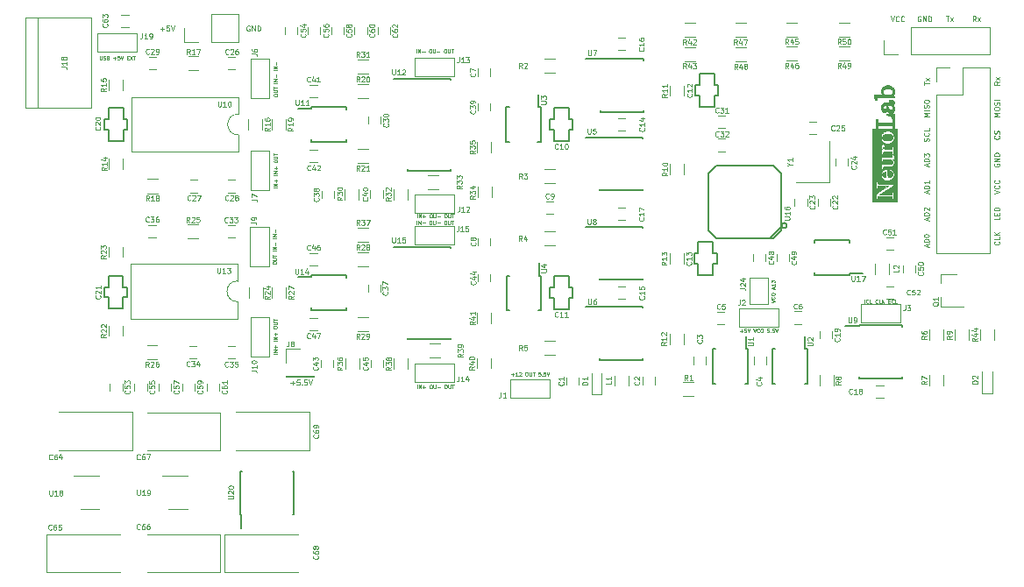
<source format=gbr>
G04 #@! TF.GenerationSoftware,KiCad,Pcbnew,5.0.2-bee76a0~70~ubuntu16.04.1*
G04 #@! TF.CreationDate,2019-03-26T22:40:40+05:30*
G04 #@! TF.ProjectId,neurolab,6e657572-6f6c-4616-922e-6b696361645f,rev?*
G04 #@! TF.SameCoordinates,Original*
G04 #@! TF.FileFunction,Legend,Top*
G04 #@! TF.FilePolarity,Positive*
%FSLAX46Y46*%
G04 Gerber Fmt 4.6, Leading zero omitted, Abs format (unit mm)*
G04 Created by KiCad (PCBNEW 5.0.2-bee76a0~70~ubuntu16.04.1) date Tue 26 Mar 2019 22:40:40 +0530*
%MOMM*%
%LPD*%
G01*
G04 APERTURE LIST*
%ADD10C,0.125000*%
%ADD11C,0.087500*%
%ADD12C,0.150000*%
%ADD13C,0.120000*%
%ADD14C,0.010000*%
G04 APERTURE END LIST*
D10*
X116175000Y-113960714D02*
X116555952Y-113960714D01*
X116365476Y-114151190D02*
X116365476Y-113770238D01*
X117032142Y-113651190D02*
X116794047Y-113651190D01*
X116770238Y-113889285D01*
X116794047Y-113865476D01*
X116841666Y-113841666D01*
X116960714Y-113841666D01*
X117008333Y-113865476D01*
X117032142Y-113889285D01*
X117055952Y-113936904D01*
X117055952Y-114055952D01*
X117032142Y-114103571D01*
X117008333Y-114127380D01*
X116960714Y-114151190D01*
X116841666Y-114151190D01*
X116794047Y-114127380D01*
X116770238Y-114103571D01*
X117270238Y-114103571D02*
X117294047Y-114127380D01*
X117270238Y-114151190D01*
X117246428Y-114127380D01*
X117270238Y-114103571D01*
X117270238Y-114151190D01*
X117746428Y-113651190D02*
X117508333Y-113651190D01*
X117484523Y-113889285D01*
X117508333Y-113865476D01*
X117555952Y-113841666D01*
X117675000Y-113841666D01*
X117722619Y-113865476D01*
X117746428Y-113889285D01*
X117770238Y-113936904D01*
X117770238Y-114055952D01*
X117746428Y-114103571D01*
X117722619Y-114127380D01*
X117675000Y-114151190D01*
X117555952Y-114151190D01*
X117508333Y-114127380D01*
X117484523Y-114103571D01*
X117913095Y-113651190D02*
X118079761Y-114151190D01*
X118246428Y-113651190D01*
D11*
X162583333Y-106191666D02*
X162933333Y-106075000D01*
X162583333Y-105958333D01*
X162900000Y-105641666D02*
X162916666Y-105658333D01*
X162933333Y-105708333D01*
X162933333Y-105741666D01*
X162916666Y-105791666D01*
X162883333Y-105825000D01*
X162850000Y-105841666D01*
X162783333Y-105858333D01*
X162733333Y-105858333D01*
X162666666Y-105841666D01*
X162633333Y-105825000D01*
X162600000Y-105791666D01*
X162583333Y-105741666D01*
X162583333Y-105708333D01*
X162600000Y-105658333D01*
X162616666Y-105641666D01*
X162583333Y-105425000D02*
X162583333Y-105358333D01*
X162600000Y-105325000D01*
X162633333Y-105291666D01*
X162700000Y-105275000D01*
X162816666Y-105275000D01*
X162883333Y-105291666D01*
X162916666Y-105325000D01*
X162933333Y-105358333D01*
X162933333Y-105425000D01*
X162916666Y-105458333D01*
X162883333Y-105491666D01*
X162816666Y-105508333D01*
X162700000Y-105508333D01*
X162633333Y-105491666D01*
X162600000Y-105458333D01*
X162583333Y-105425000D01*
X162833333Y-104875000D02*
X162833333Y-104708333D01*
X162933333Y-104908333D02*
X162583333Y-104791666D01*
X162933333Y-104675000D01*
X162933333Y-104375000D02*
X162933333Y-104575000D01*
X162933333Y-104475000D02*
X162583333Y-104475000D01*
X162633333Y-104508333D01*
X162666666Y-104541666D01*
X162683333Y-104575000D01*
X162583333Y-104258333D02*
X162583333Y-104041666D01*
X162716666Y-104158333D01*
X162716666Y-104108333D01*
X162733333Y-104075000D01*
X162750000Y-104058333D01*
X162783333Y-104041666D01*
X162866666Y-104041666D01*
X162900000Y-104058333D01*
X162916666Y-104075000D01*
X162933333Y-104108333D01*
X162933333Y-104208333D01*
X162916666Y-104241666D01*
X162900000Y-104258333D01*
X171600000Y-106258333D02*
X171600000Y-105908333D01*
X171966666Y-106225000D02*
X171950000Y-106241666D01*
X171900000Y-106258333D01*
X171866666Y-106258333D01*
X171816666Y-106241666D01*
X171783333Y-106208333D01*
X171766666Y-106175000D01*
X171750000Y-106108333D01*
X171750000Y-106058333D01*
X171766666Y-105991666D01*
X171783333Y-105958333D01*
X171816666Y-105925000D01*
X171866666Y-105908333D01*
X171900000Y-105908333D01*
X171950000Y-105925000D01*
X171966666Y-105941666D01*
X172283333Y-106258333D02*
X172116666Y-106258333D01*
X172116666Y-105908333D01*
X172866666Y-106225000D02*
X172850000Y-106241666D01*
X172800000Y-106258333D01*
X172766666Y-106258333D01*
X172716666Y-106241666D01*
X172683333Y-106208333D01*
X172666666Y-106175000D01*
X172650000Y-106108333D01*
X172650000Y-106058333D01*
X172666666Y-105991666D01*
X172683333Y-105958333D01*
X172716666Y-105925000D01*
X172766666Y-105908333D01*
X172800000Y-105908333D01*
X172850000Y-105925000D01*
X172866666Y-105941666D01*
X173183333Y-106258333D02*
X173016666Y-106258333D01*
X173016666Y-105908333D01*
X173300000Y-106258333D02*
X173300000Y-105908333D01*
X173500000Y-106258333D02*
X173350000Y-106058333D01*
X173500000Y-105908333D02*
X173300000Y-106108333D01*
X173916666Y-106075000D02*
X174033333Y-106075000D01*
X174083333Y-106258333D02*
X173916666Y-106258333D01*
X173916666Y-105908333D01*
X174083333Y-105908333D01*
X174433333Y-106225000D02*
X174416666Y-106241666D01*
X174366666Y-106258333D01*
X174333333Y-106258333D01*
X174283333Y-106241666D01*
X174250000Y-106208333D01*
X174233333Y-106175000D01*
X174216666Y-106108333D01*
X174216666Y-106058333D01*
X174233333Y-105991666D01*
X174250000Y-105958333D01*
X174283333Y-105925000D01*
X174333333Y-105908333D01*
X174366666Y-105908333D01*
X174416666Y-105925000D01*
X174433333Y-105941666D01*
X174750000Y-106258333D02*
X174583333Y-106258333D01*
X174583333Y-105908333D01*
X159583333Y-108950000D02*
X159850000Y-108950000D01*
X159716666Y-109083333D02*
X159716666Y-108816666D01*
X160183333Y-108733333D02*
X160016666Y-108733333D01*
X160000000Y-108900000D01*
X160016666Y-108883333D01*
X160050000Y-108866666D01*
X160133333Y-108866666D01*
X160166666Y-108883333D01*
X160183333Y-108900000D01*
X160200000Y-108933333D01*
X160200000Y-109016666D01*
X160183333Y-109050000D01*
X160166666Y-109066666D01*
X160133333Y-109083333D01*
X160050000Y-109083333D01*
X160016666Y-109066666D01*
X160000000Y-109050000D01*
X160300000Y-108733333D02*
X160416666Y-109083333D01*
X160533333Y-108733333D01*
X160866666Y-108733333D02*
X160983333Y-109083333D01*
X161100000Y-108733333D01*
X161416666Y-109050000D02*
X161400000Y-109066666D01*
X161350000Y-109083333D01*
X161316666Y-109083333D01*
X161266666Y-109066666D01*
X161233333Y-109033333D01*
X161216666Y-109000000D01*
X161200000Y-108933333D01*
X161200000Y-108883333D01*
X161216666Y-108816666D01*
X161233333Y-108783333D01*
X161266666Y-108750000D01*
X161316666Y-108733333D01*
X161350000Y-108733333D01*
X161400000Y-108750000D01*
X161416666Y-108766666D01*
X161633333Y-108733333D02*
X161700000Y-108733333D01*
X161733333Y-108750000D01*
X161766666Y-108783333D01*
X161783333Y-108850000D01*
X161783333Y-108966666D01*
X161766666Y-109033333D01*
X161733333Y-109066666D01*
X161700000Y-109083333D01*
X161633333Y-109083333D01*
X161600000Y-109066666D01*
X161566666Y-109033333D01*
X161550000Y-108966666D01*
X161550000Y-108850000D01*
X161566666Y-108783333D01*
X161600000Y-108750000D01*
X161633333Y-108733333D01*
X162366666Y-108733333D02*
X162200000Y-108733333D01*
X162183333Y-108900000D01*
X162200000Y-108883333D01*
X162233333Y-108866666D01*
X162316666Y-108866666D01*
X162350000Y-108883333D01*
X162366666Y-108900000D01*
X162383333Y-108933333D01*
X162383333Y-109016666D01*
X162366666Y-109050000D01*
X162350000Y-109066666D01*
X162316666Y-109083333D01*
X162233333Y-109083333D01*
X162200000Y-109066666D01*
X162183333Y-109050000D01*
X162533333Y-109050000D02*
X162550000Y-109066666D01*
X162533333Y-109083333D01*
X162516666Y-109066666D01*
X162533333Y-109050000D01*
X162533333Y-109083333D01*
X162866666Y-108733333D02*
X162700000Y-108733333D01*
X162683333Y-108900000D01*
X162700000Y-108883333D01*
X162733333Y-108866666D01*
X162816666Y-108866666D01*
X162850000Y-108883333D01*
X162866666Y-108900000D01*
X162883333Y-108933333D01*
X162883333Y-109016666D01*
X162866666Y-109050000D01*
X162850000Y-109066666D01*
X162816666Y-109083333D01*
X162733333Y-109083333D01*
X162700000Y-109066666D01*
X162683333Y-109050000D01*
X162983333Y-108733333D02*
X163100000Y-109083333D01*
X163216666Y-108733333D01*
X137500000Y-113150000D02*
X137766666Y-113150000D01*
X137633333Y-113283333D02*
X137633333Y-113016666D01*
X138116666Y-113283333D02*
X137916666Y-113283333D01*
X138016666Y-113283333D02*
X138016666Y-112933333D01*
X137983333Y-112983333D01*
X137950000Y-113016666D01*
X137916666Y-113033333D01*
X138250000Y-112966666D02*
X138266666Y-112950000D01*
X138300000Y-112933333D01*
X138383333Y-112933333D01*
X138416666Y-112950000D01*
X138433333Y-112966666D01*
X138450000Y-113000000D01*
X138450000Y-113033333D01*
X138433333Y-113083333D01*
X138233333Y-113283333D01*
X138450000Y-113283333D01*
X138933333Y-112933333D02*
X139000000Y-112933333D01*
X139033333Y-112950000D01*
X139066666Y-112983333D01*
X139083333Y-113050000D01*
X139083333Y-113166666D01*
X139066666Y-113233333D01*
X139033333Y-113266666D01*
X139000000Y-113283333D01*
X138933333Y-113283333D01*
X138900000Y-113266666D01*
X138866666Y-113233333D01*
X138850000Y-113166666D01*
X138850000Y-113050000D01*
X138866666Y-112983333D01*
X138900000Y-112950000D01*
X138933333Y-112933333D01*
X139233333Y-112933333D02*
X139233333Y-113216666D01*
X139250000Y-113250000D01*
X139266666Y-113266666D01*
X139300000Y-113283333D01*
X139366666Y-113283333D01*
X139400000Y-113266666D01*
X139416666Y-113250000D01*
X139433333Y-113216666D01*
X139433333Y-112933333D01*
X139550000Y-112933333D02*
X139750000Y-112933333D01*
X139650000Y-113283333D02*
X139650000Y-112933333D01*
X140300000Y-112933333D02*
X140133333Y-112933333D01*
X140116666Y-113100000D01*
X140133333Y-113083333D01*
X140166666Y-113066666D01*
X140250000Y-113066666D01*
X140283333Y-113083333D01*
X140300000Y-113100000D01*
X140316666Y-113133333D01*
X140316666Y-113216666D01*
X140300000Y-113250000D01*
X140283333Y-113266666D01*
X140250000Y-113283333D01*
X140166666Y-113283333D01*
X140133333Y-113266666D01*
X140116666Y-113250000D01*
X140466666Y-113250000D02*
X140483333Y-113266666D01*
X140466666Y-113283333D01*
X140450000Y-113266666D01*
X140466666Y-113250000D01*
X140466666Y-113283333D01*
X140800000Y-112933333D02*
X140633333Y-112933333D01*
X140616666Y-113100000D01*
X140633333Y-113083333D01*
X140666666Y-113066666D01*
X140750000Y-113066666D01*
X140783333Y-113083333D01*
X140800000Y-113100000D01*
X140816666Y-113133333D01*
X140816666Y-113216666D01*
X140800000Y-113250000D01*
X140783333Y-113266666D01*
X140750000Y-113283333D01*
X140666666Y-113283333D01*
X140633333Y-113266666D01*
X140616666Y-113250000D01*
X140916666Y-112933333D02*
X141033333Y-113283333D01*
X141150000Y-112933333D01*
X128380000Y-114488333D02*
X128380000Y-114138333D01*
X128546666Y-114488333D02*
X128546666Y-114138333D01*
X128746666Y-114488333D01*
X128746666Y-114138333D01*
X128913333Y-114355000D02*
X129180000Y-114355000D01*
X129046666Y-114488333D02*
X129046666Y-114221666D01*
X129680000Y-114138333D02*
X129746666Y-114138333D01*
X129780000Y-114155000D01*
X129813333Y-114188333D01*
X129830000Y-114255000D01*
X129830000Y-114371666D01*
X129813333Y-114438333D01*
X129780000Y-114471666D01*
X129746666Y-114488333D01*
X129680000Y-114488333D01*
X129646666Y-114471666D01*
X129613333Y-114438333D01*
X129596666Y-114371666D01*
X129596666Y-114255000D01*
X129613333Y-114188333D01*
X129646666Y-114155000D01*
X129680000Y-114138333D01*
X129980000Y-114138333D02*
X129980000Y-114421666D01*
X129996666Y-114455000D01*
X130013333Y-114471666D01*
X130046666Y-114488333D01*
X130113333Y-114488333D01*
X130146666Y-114471666D01*
X130163333Y-114455000D01*
X130180000Y-114421666D01*
X130180000Y-114138333D01*
X130346666Y-114355000D02*
X130613333Y-114355000D01*
X131113333Y-114138333D02*
X131180000Y-114138333D01*
X131213333Y-114155000D01*
X131246666Y-114188333D01*
X131263333Y-114255000D01*
X131263333Y-114371666D01*
X131246666Y-114438333D01*
X131213333Y-114471666D01*
X131180000Y-114488333D01*
X131113333Y-114488333D01*
X131080000Y-114471666D01*
X131046666Y-114438333D01*
X131030000Y-114371666D01*
X131030000Y-114255000D01*
X131046666Y-114188333D01*
X131080000Y-114155000D01*
X131113333Y-114138333D01*
X131413333Y-114138333D02*
X131413333Y-114421666D01*
X131430000Y-114455000D01*
X131446666Y-114471666D01*
X131480000Y-114488333D01*
X131546666Y-114488333D01*
X131580000Y-114471666D01*
X131596666Y-114455000D01*
X131613333Y-114421666D01*
X131613333Y-114138333D01*
X131730000Y-114138333D02*
X131930000Y-114138333D01*
X131830000Y-114488333D02*
X131830000Y-114138333D01*
X128360000Y-98628333D02*
X128360000Y-98278333D01*
X128526666Y-98628333D02*
X128526666Y-98278333D01*
X128726666Y-98628333D01*
X128726666Y-98278333D01*
X128893333Y-98495000D02*
X129160000Y-98495000D01*
X129660000Y-98278333D02*
X129726666Y-98278333D01*
X129760000Y-98295000D01*
X129793333Y-98328333D01*
X129810000Y-98395000D01*
X129810000Y-98511666D01*
X129793333Y-98578333D01*
X129760000Y-98611666D01*
X129726666Y-98628333D01*
X129660000Y-98628333D01*
X129626666Y-98611666D01*
X129593333Y-98578333D01*
X129576666Y-98511666D01*
X129576666Y-98395000D01*
X129593333Y-98328333D01*
X129626666Y-98295000D01*
X129660000Y-98278333D01*
X129960000Y-98278333D02*
X129960000Y-98561666D01*
X129976666Y-98595000D01*
X129993333Y-98611666D01*
X130026666Y-98628333D01*
X130093333Y-98628333D01*
X130126666Y-98611666D01*
X130143333Y-98595000D01*
X130160000Y-98561666D01*
X130160000Y-98278333D01*
X130326666Y-98495000D02*
X130593333Y-98495000D01*
X131093333Y-98278333D02*
X131160000Y-98278333D01*
X131193333Y-98295000D01*
X131226666Y-98328333D01*
X131243333Y-98395000D01*
X131243333Y-98511666D01*
X131226666Y-98578333D01*
X131193333Y-98611666D01*
X131160000Y-98628333D01*
X131093333Y-98628333D01*
X131060000Y-98611666D01*
X131026666Y-98578333D01*
X131010000Y-98511666D01*
X131010000Y-98395000D01*
X131026666Y-98328333D01*
X131060000Y-98295000D01*
X131093333Y-98278333D01*
X131393333Y-98278333D02*
X131393333Y-98561666D01*
X131410000Y-98595000D01*
X131426666Y-98611666D01*
X131460000Y-98628333D01*
X131526666Y-98628333D01*
X131560000Y-98611666D01*
X131576666Y-98595000D01*
X131593333Y-98561666D01*
X131593333Y-98278333D01*
X131710000Y-98278333D02*
X131910000Y-98278333D01*
X131810000Y-98628333D02*
X131810000Y-98278333D01*
X128380000Y-97988333D02*
X128380000Y-97638333D01*
X128546666Y-97988333D02*
X128546666Y-97638333D01*
X128746666Y-97988333D01*
X128746666Y-97638333D01*
X128913333Y-97855000D02*
X129180000Y-97855000D01*
X129046666Y-97988333D02*
X129046666Y-97721666D01*
X129680000Y-97638333D02*
X129746666Y-97638333D01*
X129780000Y-97655000D01*
X129813333Y-97688333D01*
X129830000Y-97755000D01*
X129830000Y-97871666D01*
X129813333Y-97938333D01*
X129780000Y-97971666D01*
X129746666Y-97988333D01*
X129680000Y-97988333D01*
X129646666Y-97971666D01*
X129613333Y-97938333D01*
X129596666Y-97871666D01*
X129596666Y-97755000D01*
X129613333Y-97688333D01*
X129646666Y-97655000D01*
X129680000Y-97638333D01*
X129980000Y-97638333D02*
X129980000Y-97921666D01*
X129996666Y-97955000D01*
X130013333Y-97971666D01*
X130046666Y-97988333D01*
X130113333Y-97988333D01*
X130146666Y-97971666D01*
X130163333Y-97955000D01*
X130180000Y-97921666D01*
X130180000Y-97638333D01*
X130346666Y-97855000D02*
X130613333Y-97855000D01*
X131113333Y-97638333D02*
X131180000Y-97638333D01*
X131213333Y-97655000D01*
X131246666Y-97688333D01*
X131263333Y-97755000D01*
X131263333Y-97871666D01*
X131246666Y-97938333D01*
X131213333Y-97971666D01*
X131180000Y-97988333D01*
X131113333Y-97988333D01*
X131080000Y-97971666D01*
X131046666Y-97938333D01*
X131030000Y-97871666D01*
X131030000Y-97755000D01*
X131046666Y-97688333D01*
X131080000Y-97655000D01*
X131113333Y-97638333D01*
X131413333Y-97638333D02*
X131413333Y-97921666D01*
X131430000Y-97955000D01*
X131446666Y-97971666D01*
X131480000Y-97988333D01*
X131546666Y-97988333D01*
X131580000Y-97971666D01*
X131596666Y-97955000D01*
X131613333Y-97921666D01*
X131613333Y-97638333D01*
X131730000Y-97638333D02*
X131930000Y-97638333D01*
X131830000Y-97988333D02*
X131830000Y-97638333D01*
X114848333Y-111150000D02*
X114498333Y-111150000D01*
X114848333Y-110983333D02*
X114498333Y-110983333D01*
X114848333Y-110783333D01*
X114498333Y-110783333D01*
X114715000Y-110616666D02*
X114715000Y-110350000D01*
X114848333Y-110483333D02*
X114581666Y-110483333D01*
X114848333Y-109916666D02*
X114498333Y-109916666D01*
X114848333Y-109750000D02*
X114498333Y-109750000D01*
X114848333Y-109550000D01*
X114498333Y-109550000D01*
X114715000Y-109383333D02*
X114715000Y-109116666D01*
X114848333Y-109250000D02*
X114581666Y-109250000D01*
X114498333Y-108616666D02*
X114498333Y-108550000D01*
X114515000Y-108516666D01*
X114548333Y-108483333D01*
X114615000Y-108466666D01*
X114731666Y-108466666D01*
X114798333Y-108483333D01*
X114831666Y-108516666D01*
X114848333Y-108550000D01*
X114848333Y-108616666D01*
X114831666Y-108650000D01*
X114798333Y-108683333D01*
X114731666Y-108700000D01*
X114615000Y-108700000D01*
X114548333Y-108683333D01*
X114515000Y-108650000D01*
X114498333Y-108616666D01*
X114498333Y-108316666D02*
X114781666Y-108316666D01*
X114815000Y-108300000D01*
X114831666Y-108283333D01*
X114848333Y-108250000D01*
X114848333Y-108183333D01*
X114831666Y-108150000D01*
X114815000Y-108133333D01*
X114781666Y-108116666D01*
X114498333Y-108116666D01*
X114498333Y-108000000D02*
X114498333Y-107800000D01*
X114848333Y-107900000D02*
X114498333Y-107900000D01*
X114448333Y-102383333D02*
X114448333Y-102316666D01*
X114465000Y-102283333D01*
X114498333Y-102250000D01*
X114565000Y-102233333D01*
X114681666Y-102233333D01*
X114748333Y-102250000D01*
X114781666Y-102283333D01*
X114798333Y-102316666D01*
X114798333Y-102383333D01*
X114781666Y-102416666D01*
X114748333Y-102450000D01*
X114681666Y-102466666D01*
X114565000Y-102466666D01*
X114498333Y-102450000D01*
X114465000Y-102416666D01*
X114448333Y-102383333D01*
X114448333Y-102083333D02*
X114731666Y-102083333D01*
X114765000Y-102066666D01*
X114781666Y-102050000D01*
X114798333Y-102016666D01*
X114798333Y-101950000D01*
X114781666Y-101916666D01*
X114765000Y-101900000D01*
X114731666Y-101883333D01*
X114448333Y-101883333D01*
X114448333Y-101766666D02*
X114448333Y-101566666D01*
X114798333Y-101666666D02*
X114448333Y-101666666D01*
X114798333Y-101183333D02*
X114448333Y-101183333D01*
X114798333Y-101016666D02*
X114448333Y-101016666D01*
X114798333Y-100816666D01*
X114448333Y-100816666D01*
X114665000Y-100650000D02*
X114665000Y-100383333D01*
X114798333Y-99950000D02*
X114448333Y-99950000D01*
X114798333Y-99783333D02*
X114448333Y-99783333D01*
X114798333Y-99583333D01*
X114448333Y-99583333D01*
X114665000Y-99416666D02*
X114665000Y-99150000D01*
X114908333Y-95110000D02*
X114558333Y-95110000D01*
X114908333Y-94943333D02*
X114558333Y-94943333D01*
X114908333Y-94743333D01*
X114558333Y-94743333D01*
X114775000Y-94576666D02*
X114775000Y-94310000D01*
X114908333Y-94443333D02*
X114641666Y-94443333D01*
X114908333Y-93876666D02*
X114558333Y-93876666D01*
X114908333Y-93710000D02*
X114558333Y-93710000D01*
X114908333Y-93510000D01*
X114558333Y-93510000D01*
X114775000Y-93343333D02*
X114775000Y-93076666D01*
X114908333Y-93210000D02*
X114641666Y-93210000D01*
X114558333Y-92576666D02*
X114558333Y-92510000D01*
X114575000Y-92476666D01*
X114608333Y-92443333D01*
X114675000Y-92426666D01*
X114791666Y-92426666D01*
X114858333Y-92443333D01*
X114891666Y-92476666D01*
X114908333Y-92510000D01*
X114908333Y-92576666D01*
X114891666Y-92610000D01*
X114858333Y-92643333D01*
X114791666Y-92660000D01*
X114675000Y-92660000D01*
X114608333Y-92643333D01*
X114575000Y-92610000D01*
X114558333Y-92576666D01*
X114558333Y-92276666D02*
X114841666Y-92276666D01*
X114875000Y-92260000D01*
X114891666Y-92243333D01*
X114908333Y-92210000D01*
X114908333Y-92143333D01*
X114891666Y-92110000D01*
X114875000Y-92093333D01*
X114841666Y-92076666D01*
X114558333Y-92076666D01*
X114558333Y-91960000D02*
X114558333Y-91760000D01*
X114908333Y-91860000D02*
X114558333Y-91860000D01*
X128340000Y-82068333D02*
X128340000Y-81718333D01*
X128506666Y-82068333D02*
X128506666Y-81718333D01*
X128706666Y-82068333D01*
X128706666Y-81718333D01*
X128873333Y-81935000D02*
X129140000Y-81935000D01*
X129640000Y-81718333D02*
X129706666Y-81718333D01*
X129740000Y-81735000D01*
X129773333Y-81768333D01*
X129790000Y-81835000D01*
X129790000Y-81951666D01*
X129773333Y-82018333D01*
X129740000Y-82051666D01*
X129706666Y-82068333D01*
X129640000Y-82068333D01*
X129606666Y-82051666D01*
X129573333Y-82018333D01*
X129556666Y-81951666D01*
X129556666Y-81835000D01*
X129573333Y-81768333D01*
X129606666Y-81735000D01*
X129640000Y-81718333D01*
X129940000Y-81718333D02*
X129940000Y-82001666D01*
X129956666Y-82035000D01*
X129973333Y-82051666D01*
X130006666Y-82068333D01*
X130073333Y-82068333D01*
X130106666Y-82051666D01*
X130123333Y-82035000D01*
X130140000Y-82001666D01*
X130140000Y-81718333D01*
X130306666Y-81935000D02*
X130573333Y-81935000D01*
X131073333Y-81718333D02*
X131140000Y-81718333D01*
X131173333Y-81735000D01*
X131206666Y-81768333D01*
X131223333Y-81835000D01*
X131223333Y-81951666D01*
X131206666Y-82018333D01*
X131173333Y-82051666D01*
X131140000Y-82068333D01*
X131073333Y-82068333D01*
X131040000Y-82051666D01*
X131006666Y-82018333D01*
X130990000Y-81951666D01*
X130990000Y-81835000D01*
X131006666Y-81768333D01*
X131040000Y-81735000D01*
X131073333Y-81718333D01*
X131373333Y-81718333D02*
X131373333Y-82001666D01*
X131390000Y-82035000D01*
X131406666Y-82051666D01*
X131440000Y-82068333D01*
X131506666Y-82068333D01*
X131540000Y-82051666D01*
X131556666Y-82035000D01*
X131573333Y-82001666D01*
X131573333Y-81718333D01*
X131690000Y-81718333D02*
X131890000Y-81718333D01*
X131790000Y-82068333D02*
X131790000Y-81718333D01*
X114548333Y-86173333D02*
X114548333Y-86106666D01*
X114565000Y-86073333D01*
X114598333Y-86040000D01*
X114665000Y-86023333D01*
X114781666Y-86023333D01*
X114848333Y-86040000D01*
X114881666Y-86073333D01*
X114898333Y-86106666D01*
X114898333Y-86173333D01*
X114881666Y-86206666D01*
X114848333Y-86240000D01*
X114781666Y-86256666D01*
X114665000Y-86256666D01*
X114598333Y-86240000D01*
X114565000Y-86206666D01*
X114548333Y-86173333D01*
X114548333Y-85873333D02*
X114831666Y-85873333D01*
X114865000Y-85856666D01*
X114881666Y-85840000D01*
X114898333Y-85806666D01*
X114898333Y-85740000D01*
X114881666Y-85706666D01*
X114865000Y-85690000D01*
X114831666Y-85673333D01*
X114548333Y-85673333D01*
X114548333Y-85556666D02*
X114548333Y-85356666D01*
X114898333Y-85456666D02*
X114548333Y-85456666D01*
X114898333Y-84973333D02*
X114548333Y-84973333D01*
X114898333Y-84806666D02*
X114548333Y-84806666D01*
X114898333Y-84606666D01*
X114548333Y-84606666D01*
X114765000Y-84440000D02*
X114765000Y-84173333D01*
X114898333Y-83740000D02*
X114548333Y-83740000D01*
X114898333Y-83573333D02*
X114548333Y-83573333D01*
X114898333Y-83373333D01*
X114548333Y-83373333D01*
X114765000Y-83206666D02*
X114765000Y-82940000D01*
X97740000Y-82368333D02*
X97740000Y-82651666D01*
X97756666Y-82685000D01*
X97773333Y-82701666D01*
X97806666Y-82718333D01*
X97873333Y-82718333D01*
X97906666Y-82701666D01*
X97923333Y-82685000D01*
X97940000Y-82651666D01*
X97940000Y-82368333D01*
X98090000Y-82701666D02*
X98140000Y-82718333D01*
X98223333Y-82718333D01*
X98256666Y-82701666D01*
X98273333Y-82685000D01*
X98290000Y-82651666D01*
X98290000Y-82618333D01*
X98273333Y-82585000D01*
X98256666Y-82568333D01*
X98223333Y-82551666D01*
X98156666Y-82535000D01*
X98123333Y-82518333D01*
X98106666Y-82501666D01*
X98090000Y-82468333D01*
X98090000Y-82435000D01*
X98106666Y-82401666D01*
X98123333Y-82385000D01*
X98156666Y-82368333D01*
X98240000Y-82368333D01*
X98290000Y-82385000D01*
X98556666Y-82535000D02*
X98606666Y-82551666D01*
X98623333Y-82568333D01*
X98640000Y-82601666D01*
X98640000Y-82651666D01*
X98623333Y-82685000D01*
X98606666Y-82701666D01*
X98573333Y-82718333D01*
X98440000Y-82718333D01*
X98440000Y-82368333D01*
X98556666Y-82368333D01*
X98590000Y-82385000D01*
X98606666Y-82401666D01*
X98623333Y-82435000D01*
X98623333Y-82468333D01*
X98606666Y-82501666D01*
X98590000Y-82518333D01*
X98556666Y-82535000D01*
X98440000Y-82535000D01*
X99056666Y-82585000D02*
X99323333Y-82585000D01*
X99190000Y-82718333D02*
X99190000Y-82451666D01*
X99656666Y-82368333D02*
X99490000Y-82368333D01*
X99473333Y-82535000D01*
X99490000Y-82518333D01*
X99523333Y-82501666D01*
X99606666Y-82501666D01*
X99640000Y-82518333D01*
X99656666Y-82535000D01*
X99673333Y-82568333D01*
X99673333Y-82651666D01*
X99656666Y-82685000D01*
X99640000Y-82701666D01*
X99606666Y-82718333D01*
X99523333Y-82718333D01*
X99490000Y-82701666D01*
X99473333Y-82685000D01*
X99773333Y-82368333D02*
X99890000Y-82718333D01*
X100006666Y-82368333D01*
X100390000Y-82535000D02*
X100506666Y-82535000D01*
X100556666Y-82718333D02*
X100390000Y-82718333D01*
X100390000Y-82368333D01*
X100556666Y-82368333D01*
X100673333Y-82368333D02*
X100906666Y-82718333D01*
X100906666Y-82368333D02*
X100673333Y-82718333D01*
X100990000Y-82368333D02*
X101190000Y-82368333D01*
X101090000Y-82718333D02*
X101090000Y-82368333D01*
D10*
X179454761Y-78526190D02*
X179740476Y-78526190D01*
X179597619Y-79026190D02*
X179597619Y-78526190D01*
X179859523Y-79026190D02*
X180121428Y-78692857D01*
X179859523Y-78692857D02*
X180121428Y-79026190D01*
X182352380Y-79026190D02*
X182185714Y-78788095D01*
X182066666Y-79026190D02*
X182066666Y-78526190D01*
X182257142Y-78526190D01*
X182304761Y-78550000D01*
X182328571Y-78573809D01*
X182352380Y-78621428D01*
X182352380Y-78692857D01*
X182328571Y-78740476D01*
X182304761Y-78764285D01*
X182257142Y-78788095D01*
X182066666Y-78788095D01*
X182519047Y-79026190D02*
X182780952Y-78692857D01*
X182519047Y-78692857D02*
X182780952Y-79026190D01*
X177019047Y-78550000D02*
X176971428Y-78526190D01*
X176900000Y-78526190D01*
X176828571Y-78550000D01*
X176780952Y-78597619D01*
X176757142Y-78645238D01*
X176733333Y-78740476D01*
X176733333Y-78811904D01*
X176757142Y-78907142D01*
X176780952Y-78954761D01*
X176828571Y-79002380D01*
X176900000Y-79026190D01*
X176947619Y-79026190D01*
X177019047Y-79002380D01*
X177042857Y-78978571D01*
X177042857Y-78811904D01*
X176947619Y-78811904D01*
X177257142Y-79026190D02*
X177257142Y-78526190D01*
X177542857Y-79026190D01*
X177542857Y-78526190D01*
X177780952Y-79026190D02*
X177780952Y-78526190D01*
X177900000Y-78526190D01*
X177971428Y-78550000D01*
X178019047Y-78597619D01*
X178042857Y-78645238D01*
X178066666Y-78740476D01*
X178066666Y-78811904D01*
X178042857Y-78907142D01*
X178019047Y-78954761D01*
X177971428Y-79002380D01*
X177900000Y-79026190D01*
X177780952Y-79026190D01*
X174133333Y-78526190D02*
X174300000Y-79026190D01*
X174466666Y-78526190D01*
X174919047Y-78978571D02*
X174895238Y-79002380D01*
X174823809Y-79026190D01*
X174776190Y-79026190D01*
X174704761Y-79002380D01*
X174657142Y-78954761D01*
X174633333Y-78907142D01*
X174609523Y-78811904D01*
X174609523Y-78740476D01*
X174633333Y-78645238D01*
X174657142Y-78597619D01*
X174704761Y-78550000D01*
X174776190Y-78526190D01*
X174823809Y-78526190D01*
X174895238Y-78550000D01*
X174919047Y-78573809D01*
X175419047Y-78978571D02*
X175395238Y-79002380D01*
X175323809Y-79026190D01*
X175276190Y-79026190D01*
X175204761Y-79002380D01*
X175157142Y-78954761D01*
X175133333Y-78907142D01*
X175109523Y-78811904D01*
X175109523Y-78740476D01*
X175133333Y-78645238D01*
X175157142Y-78597619D01*
X175204761Y-78550000D01*
X175276190Y-78526190D01*
X175323809Y-78526190D01*
X175395238Y-78550000D01*
X175419047Y-78573809D01*
X184578571Y-100297619D02*
X184602380Y-100321428D01*
X184626190Y-100392857D01*
X184626190Y-100440476D01*
X184602380Y-100511904D01*
X184554761Y-100559523D01*
X184507142Y-100583333D01*
X184411904Y-100607142D01*
X184340476Y-100607142D01*
X184245238Y-100583333D01*
X184197619Y-100559523D01*
X184150000Y-100511904D01*
X184126190Y-100440476D01*
X184126190Y-100392857D01*
X184150000Y-100321428D01*
X184173809Y-100297619D01*
X184626190Y-99845238D02*
X184626190Y-100083333D01*
X184126190Y-100083333D01*
X184626190Y-99678571D02*
X184126190Y-99678571D01*
X184626190Y-99392857D02*
X184340476Y-99607142D01*
X184126190Y-99392857D02*
X184411904Y-99678571D01*
X184626190Y-97921428D02*
X184626190Y-98159523D01*
X184126190Y-98159523D01*
X184364285Y-97754761D02*
X184364285Y-97588095D01*
X184626190Y-97516666D02*
X184626190Y-97754761D01*
X184126190Y-97754761D01*
X184126190Y-97516666D01*
X184626190Y-97302380D02*
X184126190Y-97302380D01*
X184126190Y-97183333D01*
X184150000Y-97111904D01*
X184197619Y-97064285D01*
X184245238Y-97040476D01*
X184340476Y-97016666D01*
X184411904Y-97016666D01*
X184507142Y-97040476D01*
X184554761Y-97064285D01*
X184602380Y-97111904D01*
X184626190Y-97183333D01*
X184626190Y-97302380D01*
X184126190Y-95666666D02*
X184626190Y-95500000D01*
X184126190Y-95333333D01*
X184578571Y-94880952D02*
X184602380Y-94904761D01*
X184626190Y-94976190D01*
X184626190Y-95023809D01*
X184602380Y-95095238D01*
X184554761Y-95142857D01*
X184507142Y-95166666D01*
X184411904Y-95190476D01*
X184340476Y-95190476D01*
X184245238Y-95166666D01*
X184197619Y-95142857D01*
X184150000Y-95095238D01*
X184126190Y-95023809D01*
X184126190Y-94976190D01*
X184150000Y-94904761D01*
X184173809Y-94880952D01*
X184578571Y-94380952D02*
X184602380Y-94404761D01*
X184626190Y-94476190D01*
X184626190Y-94523809D01*
X184602380Y-94595238D01*
X184554761Y-94642857D01*
X184507142Y-94666666D01*
X184411904Y-94690476D01*
X184340476Y-94690476D01*
X184245238Y-94666666D01*
X184197619Y-94642857D01*
X184150000Y-94595238D01*
X184126190Y-94523809D01*
X184126190Y-94476190D01*
X184150000Y-94404761D01*
X184173809Y-94380952D01*
X184150000Y-92780952D02*
X184126190Y-92828571D01*
X184126190Y-92900000D01*
X184150000Y-92971428D01*
X184197619Y-93019047D01*
X184245238Y-93042857D01*
X184340476Y-93066666D01*
X184411904Y-93066666D01*
X184507142Y-93042857D01*
X184554761Y-93019047D01*
X184602380Y-92971428D01*
X184626190Y-92900000D01*
X184626190Y-92852380D01*
X184602380Y-92780952D01*
X184578571Y-92757142D01*
X184411904Y-92757142D01*
X184411904Y-92852380D01*
X184626190Y-92542857D02*
X184126190Y-92542857D01*
X184626190Y-92257142D01*
X184126190Y-92257142D01*
X184626190Y-92019047D02*
X184126190Y-92019047D01*
X184126190Y-91900000D01*
X184150000Y-91828571D01*
X184197619Y-91780952D01*
X184245238Y-91757142D01*
X184340476Y-91733333D01*
X184411904Y-91733333D01*
X184507142Y-91757142D01*
X184554761Y-91780952D01*
X184602380Y-91828571D01*
X184626190Y-91900000D01*
X184626190Y-92019047D01*
X184578571Y-90083333D02*
X184602380Y-90107142D01*
X184626190Y-90178571D01*
X184626190Y-90226190D01*
X184602380Y-90297619D01*
X184554761Y-90345238D01*
X184507142Y-90369047D01*
X184411904Y-90392857D01*
X184340476Y-90392857D01*
X184245238Y-90369047D01*
X184197619Y-90345238D01*
X184150000Y-90297619D01*
X184126190Y-90226190D01*
X184126190Y-90178571D01*
X184150000Y-90107142D01*
X184173809Y-90083333D01*
X184602380Y-89892857D02*
X184626190Y-89821428D01*
X184626190Y-89702380D01*
X184602380Y-89654761D01*
X184578571Y-89630952D01*
X184530952Y-89607142D01*
X184483333Y-89607142D01*
X184435714Y-89630952D01*
X184411904Y-89654761D01*
X184388095Y-89702380D01*
X184364285Y-89797619D01*
X184340476Y-89845238D01*
X184316666Y-89869047D01*
X184269047Y-89892857D01*
X184221428Y-89892857D01*
X184173809Y-89869047D01*
X184150000Y-89845238D01*
X184126190Y-89797619D01*
X184126190Y-89678571D01*
X184150000Y-89607142D01*
X184626190Y-88185714D02*
X184126190Y-88185714D01*
X184483333Y-88019047D01*
X184126190Y-87852380D01*
X184626190Y-87852380D01*
X184126190Y-87519047D02*
X184126190Y-87423809D01*
X184150000Y-87376190D01*
X184197619Y-87328571D01*
X184292857Y-87304761D01*
X184459523Y-87304761D01*
X184554761Y-87328571D01*
X184602380Y-87376190D01*
X184626190Y-87423809D01*
X184626190Y-87519047D01*
X184602380Y-87566666D01*
X184554761Y-87614285D01*
X184459523Y-87638095D01*
X184292857Y-87638095D01*
X184197619Y-87614285D01*
X184150000Y-87566666D01*
X184126190Y-87519047D01*
X184602380Y-87114285D02*
X184626190Y-87042857D01*
X184626190Y-86923809D01*
X184602380Y-86876190D01*
X184578571Y-86852380D01*
X184530952Y-86828571D01*
X184483333Y-86828571D01*
X184435714Y-86852380D01*
X184411904Y-86876190D01*
X184388095Y-86923809D01*
X184364285Y-87019047D01*
X184340476Y-87066666D01*
X184316666Y-87090476D01*
X184269047Y-87114285D01*
X184221428Y-87114285D01*
X184173809Y-87090476D01*
X184150000Y-87066666D01*
X184126190Y-87019047D01*
X184126190Y-86900000D01*
X184150000Y-86828571D01*
X184626190Y-86614285D02*
X184126190Y-86614285D01*
X184626190Y-84847619D02*
X184388095Y-85014285D01*
X184626190Y-85133333D02*
X184126190Y-85133333D01*
X184126190Y-84942857D01*
X184150000Y-84895238D01*
X184173809Y-84871428D01*
X184221428Y-84847619D01*
X184292857Y-84847619D01*
X184340476Y-84871428D01*
X184364285Y-84895238D01*
X184388095Y-84942857D01*
X184388095Y-85133333D01*
X184626190Y-84680952D02*
X184292857Y-84419047D01*
X184292857Y-84680952D02*
X184626190Y-84419047D01*
X177683333Y-100807142D02*
X177683333Y-100569047D01*
X177826190Y-100854761D02*
X177326190Y-100688095D01*
X177826190Y-100521428D01*
X177826190Y-100354761D02*
X177326190Y-100354761D01*
X177326190Y-100235714D01*
X177350000Y-100164285D01*
X177397619Y-100116666D01*
X177445238Y-100092857D01*
X177540476Y-100069047D01*
X177611904Y-100069047D01*
X177707142Y-100092857D01*
X177754761Y-100116666D01*
X177802380Y-100164285D01*
X177826190Y-100235714D01*
X177826190Y-100354761D01*
X177326190Y-99759523D02*
X177326190Y-99711904D01*
X177350000Y-99664285D01*
X177373809Y-99640476D01*
X177421428Y-99616666D01*
X177516666Y-99592857D01*
X177635714Y-99592857D01*
X177730952Y-99616666D01*
X177778571Y-99640476D01*
X177802380Y-99664285D01*
X177826190Y-99711904D01*
X177826190Y-99759523D01*
X177802380Y-99807142D01*
X177778571Y-99830952D01*
X177730952Y-99854761D01*
X177635714Y-99878571D01*
X177516666Y-99878571D01*
X177421428Y-99854761D01*
X177373809Y-99830952D01*
X177350000Y-99807142D01*
X177326190Y-99759523D01*
X177683333Y-98207142D02*
X177683333Y-97969047D01*
X177826190Y-98254761D02*
X177326190Y-98088095D01*
X177826190Y-97921428D01*
X177826190Y-97754761D02*
X177326190Y-97754761D01*
X177326190Y-97635714D01*
X177350000Y-97564285D01*
X177397619Y-97516666D01*
X177445238Y-97492857D01*
X177540476Y-97469047D01*
X177611904Y-97469047D01*
X177707142Y-97492857D01*
X177754761Y-97516666D01*
X177802380Y-97564285D01*
X177826190Y-97635714D01*
X177826190Y-97754761D01*
X177373809Y-97278571D02*
X177350000Y-97254761D01*
X177326190Y-97207142D01*
X177326190Y-97088095D01*
X177350000Y-97040476D01*
X177373809Y-97016666D01*
X177421428Y-96992857D01*
X177469047Y-96992857D01*
X177540476Y-97016666D01*
X177826190Y-97302380D01*
X177826190Y-96992857D01*
X177683333Y-95607142D02*
X177683333Y-95369047D01*
X177826190Y-95654761D02*
X177326190Y-95488095D01*
X177826190Y-95321428D01*
X177826190Y-95154761D02*
X177326190Y-95154761D01*
X177326190Y-95035714D01*
X177350000Y-94964285D01*
X177397619Y-94916666D01*
X177445238Y-94892857D01*
X177540476Y-94869047D01*
X177611904Y-94869047D01*
X177707142Y-94892857D01*
X177754761Y-94916666D01*
X177802380Y-94964285D01*
X177826190Y-95035714D01*
X177826190Y-95154761D01*
X177826190Y-94392857D02*
X177826190Y-94678571D01*
X177826190Y-94535714D02*
X177326190Y-94535714D01*
X177397619Y-94583333D01*
X177445238Y-94630952D01*
X177469047Y-94678571D01*
X177683333Y-93007142D02*
X177683333Y-92769047D01*
X177826190Y-93054761D02*
X177326190Y-92888095D01*
X177826190Y-92721428D01*
X177826190Y-92554761D02*
X177326190Y-92554761D01*
X177326190Y-92435714D01*
X177350000Y-92364285D01*
X177397619Y-92316666D01*
X177445238Y-92292857D01*
X177540476Y-92269047D01*
X177611904Y-92269047D01*
X177707142Y-92292857D01*
X177754761Y-92316666D01*
X177802380Y-92364285D01*
X177826190Y-92435714D01*
X177826190Y-92554761D01*
X177326190Y-92102380D02*
X177326190Y-91792857D01*
X177516666Y-91959523D01*
X177516666Y-91888095D01*
X177540476Y-91840476D01*
X177564285Y-91816666D01*
X177611904Y-91792857D01*
X177730952Y-91792857D01*
X177778571Y-91816666D01*
X177802380Y-91840476D01*
X177826190Y-91888095D01*
X177826190Y-92030952D01*
X177802380Y-92078571D01*
X177778571Y-92102380D01*
X177802380Y-90595238D02*
X177826190Y-90523809D01*
X177826190Y-90404761D01*
X177802380Y-90357142D01*
X177778571Y-90333333D01*
X177730952Y-90309523D01*
X177683333Y-90309523D01*
X177635714Y-90333333D01*
X177611904Y-90357142D01*
X177588095Y-90404761D01*
X177564285Y-90500000D01*
X177540476Y-90547619D01*
X177516666Y-90571428D01*
X177469047Y-90595238D01*
X177421428Y-90595238D01*
X177373809Y-90571428D01*
X177350000Y-90547619D01*
X177326190Y-90500000D01*
X177326190Y-90380952D01*
X177350000Y-90309523D01*
X177778571Y-89809523D02*
X177802380Y-89833333D01*
X177826190Y-89904761D01*
X177826190Y-89952380D01*
X177802380Y-90023809D01*
X177754761Y-90071428D01*
X177707142Y-90095238D01*
X177611904Y-90119047D01*
X177540476Y-90119047D01*
X177445238Y-90095238D01*
X177397619Y-90071428D01*
X177350000Y-90023809D01*
X177326190Y-89952380D01*
X177326190Y-89904761D01*
X177350000Y-89833333D01*
X177373809Y-89809523D01*
X177826190Y-89357142D02*
X177826190Y-89595238D01*
X177326190Y-89595238D01*
X177826190Y-88185714D02*
X177326190Y-88185714D01*
X177683333Y-88019047D01*
X177326190Y-87852380D01*
X177826190Y-87852380D01*
X177826190Y-87614285D02*
X177326190Y-87614285D01*
X177802380Y-87400000D02*
X177826190Y-87328571D01*
X177826190Y-87209523D01*
X177802380Y-87161904D01*
X177778571Y-87138095D01*
X177730952Y-87114285D01*
X177683333Y-87114285D01*
X177635714Y-87138095D01*
X177611904Y-87161904D01*
X177588095Y-87209523D01*
X177564285Y-87304761D01*
X177540476Y-87352380D01*
X177516666Y-87376190D01*
X177469047Y-87400000D01*
X177421428Y-87400000D01*
X177373809Y-87376190D01*
X177350000Y-87352380D01*
X177326190Y-87304761D01*
X177326190Y-87185714D01*
X177350000Y-87114285D01*
X177326190Y-86804761D02*
X177326190Y-86709523D01*
X177350000Y-86661904D01*
X177397619Y-86614285D01*
X177492857Y-86590476D01*
X177659523Y-86590476D01*
X177754761Y-86614285D01*
X177802380Y-86661904D01*
X177826190Y-86709523D01*
X177826190Y-86804761D01*
X177802380Y-86852380D01*
X177754761Y-86900000D01*
X177659523Y-86923809D01*
X177492857Y-86923809D01*
X177397619Y-86900000D01*
X177350000Y-86852380D01*
X177326190Y-86804761D01*
X177326190Y-85145238D02*
X177326190Y-84859523D01*
X177826190Y-85002380D02*
X177326190Y-85002380D01*
X177826190Y-84740476D02*
X177492857Y-84478571D01*
X177492857Y-84740476D02*
X177826190Y-84478571D01*
X112209047Y-79460000D02*
X112161428Y-79436190D01*
X112090000Y-79436190D01*
X112018571Y-79460000D01*
X111970952Y-79507619D01*
X111947142Y-79555238D01*
X111923333Y-79650476D01*
X111923333Y-79721904D01*
X111947142Y-79817142D01*
X111970952Y-79864761D01*
X112018571Y-79912380D01*
X112090000Y-79936190D01*
X112137619Y-79936190D01*
X112209047Y-79912380D01*
X112232857Y-79888571D01*
X112232857Y-79721904D01*
X112137619Y-79721904D01*
X112447142Y-79936190D02*
X112447142Y-79436190D01*
X112732857Y-79936190D01*
X112732857Y-79436190D01*
X112970952Y-79936190D02*
X112970952Y-79436190D01*
X113090000Y-79436190D01*
X113161428Y-79460000D01*
X113209047Y-79507619D01*
X113232857Y-79555238D01*
X113256666Y-79650476D01*
X113256666Y-79721904D01*
X113232857Y-79817142D01*
X113209047Y-79864761D01*
X113161428Y-79912380D01*
X113090000Y-79936190D01*
X112970952Y-79936190D01*
X103597142Y-79735714D02*
X103978095Y-79735714D01*
X103787619Y-79926190D02*
X103787619Y-79545238D01*
X104454285Y-79426190D02*
X104216190Y-79426190D01*
X104192380Y-79664285D01*
X104216190Y-79640476D01*
X104263809Y-79616666D01*
X104382857Y-79616666D01*
X104430476Y-79640476D01*
X104454285Y-79664285D01*
X104478095Y-79711904D01*
X104478095Y-79830952D01*
X104454285Y-79878571D01*
X104430476Y-79902380D01*
X104382857Y-79926190D01*
X104263809Y-79926190D01*
X104216190Y-79902380D01*
X104192380Y-79878571D01*
X104620952Y-79426190D02*
X104787619Y-79926190D01*
X104954285Y-79426190D01*
D12*
G04 #@! TO.C,U5*
X146050000Y-90225000D02*
X146050000Y-90275000D01*
X150200000Y-90225000D02*
X150200000Y-90370000D01*
X150200000Y-95375000D02*
X150200000Y-95230000D01*
X146050000Y-95375000D02*
X146050000Y-95230000D01*
X146050000Y-90225000D02*
X150200000Y-90225000D01*
X146050000Y-95375000D02*
X150200000Y-95375000D01*
X146050000Y-90275000D02*
X144650000Y-90275000D01*
D13*
G04 #@! TO.C,U10*
X111105000Y-89985000D02*
G75*
G02X111105000Y-87985000I0J1000000D01*
G01*
X111105000Y-87985000D02*
X111105000Y-86335000D01*
X111105000Y-86335000D02*
X100825000Y-86335000D01*
X100825000Y-86335000D02*
X100825000Y-91635000D01*
X100825000Y-91635000D02*
X111105000Y-91635000D01*
X111105000Y-91635000D02*
X111105000Y-89985000D01*
G04 #@! TO.C,C1*
X144025000Y-113450000D02*
X144025000Y-114150000D01*
X142825000Y-114150000D02*
X142825000Y-113450000D01*
G04 #@! TO.C,C2*
X151375000Y-113400000D02*
X151375000Y-114100000D01*
X150175000Y-114100000D02*
X150175000Y-113400000D01*
G04 #@! TO.C,C3*
X155100000Y-112150000D02*
X155100000Y-111450000D01*
X156300000Y-111450000D02*
X156300000Y-112150000D01*
G04 #@! TO.C,C4*
X160900000Y-112150000D02*
X160900000Y-111450000D01*
X162100000Y-111450000D02*
X162100000Y-112150000D01*
G04 #@! TO.C,C5*
X157375000Y-107075000D02*
X158075000Y-107075000D01*
X158075000Y-108275000D02*
X157375000Y-108275000D01*
G04 #@! TO.C,C6*
X165500000Y-108250000D02*
X164800000Y-108250000D01*
X164800000Y-107050000D02*
X165500000Y-107050000D01*
G04 #@! TO.C,C7*
X135475000Y-83600000D02*
X135475000Y-84300000D01*
X134275000Y-84300000D02*
X134275000Y-83600000D01*
G04 #@! TO.C,C8*
X135475000Y-100000000D02*
X135475000Y-100700000D01*
X134275000Y-100700000D02*
X134275000Y-100000000D01*
G04 #@! TO.C,C9*
X141550000Y-97650000D02*
X140850000Y-97650000D01*
X140850000Y-96450000D02*
X141550000Y-96450000D01*
G04 #@! TO.C,C14*
X148475000Y-89575000D02*
X147775000Y-89575000D01*
X147775000Y-88375000D02*
X148475000Y-88375000D01*
G04 #@! TO.C,C15*
X148475000Y-105850000D02*
X147775000Y-105850000D01*
X147775000Y-104650000D02*
X148475000Y-104650000D01*
G04 #@! TO.C,C16*
X148475000Y-81800000D02*
X147775000Y-81800000D01*
X147775000Y-80600000D02*
X148475000Y-80600000D01*
G04 #@! TO.C,C17*
X148475000Y-98250000D02*
X147775000Y-98250000D01*
X147775000Y-97050000D02*
X148475000Y-97050000D01*
G04 #@! TO.C,C18*
X172725000Y-114225000D02*
X173425000Y-114225000D01*
X173425000Y-115425000D02*
X172725000Y-115425000D01*
G04 #@! TO.C,C19*
X168475000Y-108975000D02*
X168475000Y-109675000D01*
X167275000Y-109675000D02*
X167275000Y-108975000D01*
G04 #@! TO.C,C22*
X167075000Y-96850000D02*
X167075000Y-96150000D01*
X168275000Y-96150000D02*
X168275000Y-96850000D01*
G04 #@! TO.C,C23*
X164850000Y-96850000D02*
X164850000Y-96150000D01*
X166050000Y-96150000D02*
X166050000Y-96850000D01*
G04 #@! TO.C,C24*
X170000000Y-92250000D02*
X170000000Y-92950000D01*
X168800000Y-92950000D02*
X168800000Y-92250000D01*
G04 #@! TO.C,C25*
X166925000Y-89950000D02*
X166225000Y-89950000D01*
X166225000Y-88750000D02*
X166925000Y-88750000D01*
G04 #@! TO.C,C26*
X110825000Y-83650000D02*
X110125000Y-83650000D01*
X110125000Y-82450000D02*
X110825000Y-82450000D01*
G04 #@! TO.C,C27*
X106475000Y-94350000D02*
X107175000Y-94350000D01*
X107175000Y-95550000D02*
X106475000Y-95550000D01*
G04 #@! TO.C,C28*
X110125000Y-94350000D02*
X110825000Y-94350000D01*
X110825000Y-95550000D02*
X110125000Y-95550000D01*
G04 #@! TO.C,C29*
X103175000Y-83650000D02*
X102475000Y-83650000D01*
X102475000Y-82450000D02*
X103175000Y-82450000D01*
G04 #@! TO.C,C30*
X123650000Y-88925000D02*
X123650000Y-88225000D01*
X124850000Y-88225000D02*
X124850000Y-88925000D01*
G04 #@! TO.C,C31*
X158175000Y-89300000D02*
X157475000Y-89300000D01*
X157475000Y-88100000D02*
X158175000Y-88100000D01*
G04 #@! TO.C,C32*
X158175000Y-91575000D02*
X157475000Y-91575000D01*
X157475000Y-90375000D02*
X158175000Y-90375000D01*
G04 #@! TO.C,C33*
X110800000Y-99925000D02*
X110100000Y-99925000D01*
X110100000Y-98725000D02*
X110800000Y-98725000D01*
G04 #@! TO.C,C34*
X106400000Y-110400000D02*
X107100000Y-110400000D01*
X107100000Y-111600000D02*
X106400000Y-111600000D01*
G04 #@! TO.C,C35*
X110100000Y-110400000D02*
X110800000Y-110400000D01*
X110800000Y-111600000D02*
X110100000Y-111600000D01*
G04 #@! TO.C,C36*
X103150000Y-99925000D02*
X102450000Y-99925000D01*
X102450000Y-98725000D02*
X103150000Y-98725000D01*
G04 #@! TO.C,C37*
X123650000Y-105175000D02*
X123650000Y-104475000D01*
X124850000Y-104475000D02*
X124850000Y-105175000D01*
G04 #@! TO.C,C38*
X119175000Y-96100000D02*
X119175000Y-95400000D01*
X120375000Y-95400000D02*
X120375000Y-96100000D01*
G04 #@! TO.C,C39*
X135475000Y-86950000D02*
X135475000Y-87650000D01*
X134275000Y-87650000D02*
X134275000Y-86950000D01*
G04 #@! TO.C,C40*
X125075000Y-95375000D02*
X125075000Y-96075000D01*
X123875000Y-96075000D02*
X123875000Y-95375000D01*
G04 #@! TO.C,C41*
X118025000Y-85150000D02*
X118725000Y-85150000D01*
X118725000Y-86350000D02*
X118025000Y-86350000D01*
G04 #@! TO.C,C42*
X118025000Y-91425000D02*
X118725000Y-91425000D01*
X118725000Y-92625000D02*
X118025000Y-92625000D01*
G04 #@! TO.C,C43*
X119100000Y-112450000D02*
X119100000Y-111750000D01*
X120300000Y-111750000D02*
X120300000Y-112450000D01*
G04 #@! TO.C,C44*
X135475000Y-103475000D02*
X135475000Y-104175000D01*
X134275000Y-104175000D02*
X134275000Y-103475000D01*
G04 #@! TO.C,C45*
X125125000Y-111750000D02*
X125125000Y-112450000D01*
X123925000Y-112450000D02*
X123925000Y-111750000D01*
G04 #@! TO.C,C46*
X118025000Y-101425000D02*
X118725000Y-101425000D01*
X118725000Y-102625000D02*
X118025000Y-102625000D01*
G04 #@! TO.C,C47*
X118025000Y-107675000D02*
X118725000Y-107675000D01*
X118725000Y-108875000D02*
X118025000Y-108875000D01*
G04 #@! TO.C,C48*
X160825000Y-102200000D02*
X160825000Y-101500000D01*
X162025000Y-101500000D02*
X162025000Y-102200000D01*
G04 #@! TO.C,C49*
X163125000Y-102200000D02*
X163125000Y-101500000D01*
X164325000Y-101500000D02*
X164325000Y-102200000D01*
G04 #@! TO.C,C50*
X175300000Y-103275000D02*
X175300000Y-102575000D01*
X176500000Y-102575000D02*
X176500000Y-103275000D01*
G04 #@! TO.C,C51*
X173725000Y-99925000D02*
X174425000Y-99925000D01*
X174425000Y-101125000D02*
X173725000Y-101125000D01*
G04 #@! TO.C,C52*
X174400000Y-105825000D02*
X173700000Y-105825000D01*
X173700000Y-104625000D02*
X174400000Y-104625000D01*
G04 #@! TO.C,C53*
X98725000Y-114725000D02*
X98725000Y-114025000D01*
X99925000Y-114025000D02*
X99925000Y-114725000D01*
G04 #@! TO.C,C54*
X115650000Y-80250000D02*
X115650000Y-79550000D01*
X116850000Y-79550000D02*
X116850000Y-80250000D01*
G04 #@! TO.C,C55*
X101100000Y-114725000D02*
X101100000Y-114025000D01*
X102300000Y-114025000D02*
X102300000Y-114725000D01*
G04 #@! TO.C,C56*
X117850000Y-80250000D02*
X117850000Y-79550000D01*
X119050000Y-79550000D02*
X119050000Y-80250000D01*
G04 #@! TO.C,C57*
X103450000Y-114725000D02*
X103450000Y-114025000D01*
X104650000Y-114025000D02*
X104650000Y-114725000D01*
G04 #@! TO.C,C58*
X120125000Y-80275000D02*
X120125000Y-79575000D01*
X121325000Y-79575000D02*
X121325000Y-80275000D01*
G04 #@! TO.C,C59*
X105750000Y-114725000D02*
X105750000Y-114025000D01*
X106950000Y-114025000D02*
X106950000Y-114725000D01*
G04 #@! TO.C,C60*
X122350000Y-80275000D02*
X122350000Y-79575000D01*
X123550000Y-79575000D02*
X123550000Y-80275000D01*
G04 #@! TO.C,C61*
X108100000Y-114725000D02*
X108100000Y-114025000D01*
X109300000Y-114025000D02*
X109300000Y-114725000D01*
G04 #@! TO.C,C62*
X124575000Y-80275000D02*
X124575000Y-79575000D01*
X125775000Y-79575000D02*
X125775000Y-80275000D01*
G04 #@! TO.C,C63*
X100525000Y-79575000D02*
X99825000Y-79575000D01*
X99825000Y-78375000D02*
X100525000Y-78375000D01*
G04 #@! TO.C,D1*
X145225000Y-115100000D02*
X146225000Y-115100000D01*
X146225000Y-115100000D02*
X146225000Y-113000000D01*
X145225000Y-115100000D02*
X145225000Y-113000000D01*
G04 #@! TO.C,D2*
X182930000Y-114970000D02*
X183930000Y-114970000D01*
X183930000Y-114970000D02*
X183930000Y-112870000D01*
X182930000Y-114970000D02*
X182930000Y-112870000D01*
G04 #@! TO.C,J1*
X141235000Y-113660000D02*
X137415000Y-113660000D01*
X137415000Y-113660000D02*
X137415000Y-115440000D01*
X137415000Y-115440000D02*
X141235000Y-115440000D01*
X141235000Y-113660000D02*
X141235000Y-115440000D01*
G04 #@! TO.C,J2*
X163335000Y-106760000D02*
X159515000Y-106760000D01*
X159515000Y-106760000D02*
X159515000Y-108540000D01*
X159515000Y-108540000D02*
X163335000Y-108540000D01*
X163335000Y-106760000D02*
X163335000Y-108540000D01*
G04 #@! TO.C,J3*
X171240000Y-108140000D02*
X175060000Y-108140000D01*
X175060000Y-108140000D02*
X175060000Y-106360000D01*
X175060000Y-106360000D02*
X171240000Y-106360000D01*
X171240000Y-108140000D02*
X171240000Y-106360000D01*
G04 #@! TO.C,J6*
X112310000Y-82640000D02*
X112310000Y-86460000D01*
X112310000Y-86460000D02*
X114090000Y-86460000D01*
X114090000Y-86460000D02*
X114090000Y-82640000D01*
X112310000Y-82640000D02*
X114090000Y-82640000D01*
G04 #@! TO.C,J7*
X112335000Y-91540000D02*
X112335000Y-95360000D01*
X112335000Y-95360000D02*
X114115000Y-95360000D01*
X114115000Y-95360000D02*
X114115000Y-91540000D01*
X112335000Y-91540000D02*
X114115000Y-91540000D01*
G04 #@! TO.C,J9*
X112285000Y-98915000D02*
X112285000Y-102735000D01*
X112285000Y-102735000D02*
X114065000Y-102735000D01*
X114065000Y-102735000D02*
X114065000Y-98915000D01*
X112285000Y-98915000D02*
X114065000Y-98915000D01*
G04 #@! TO.C,J10*
X112335000Y-107590000D02*
X112335000Y-111410000D01*
X112335000Y-111410000D02*
X114115000Y-111410000D01*
X114115000Y-111410000D02*
X114115000Y-107590000D01*
X112335000Y-107590000D02*
X114115000Y-107590000D01*
G04 #@! TO.C,J12*
X132010000Y-95735000D02*
X128190000Y-95735000D01*
X128190000Y-95735000D02*
X128190000Y-97515000D01*
X128190000Y-97515000D02*
X132010000Y-97515000D01*
X132010000Y-95735000D02*
X132010000Y-97515000D01*
G04 #@! TO.C,J13*
X128190000Y-84290000D02*
X132010000Y-84290000D01*
X132010000Y-84290000D02*
X132010000Y-82510000D01*
X132010000Y-82510000D02*
X128190000Y-82510000D01*
X128190000Y-84290000D02*
X128190000Y-82510000D01*
G04 #@! TO.C,J14*
X132010000Y-112110000D02*
X128190000Y-112110000D01*
X128190000Y-112110000D02*
X128190000Y-113890000D01*
X128190000Y-113890000D02*
X132010000Y-113890000D01*
X132010000Y-112110000D02*
X132010000Y-113890000D01*
G04 #@! TO.C,J15*
X128190000Y-100565000D02*
X132010000Y-100565000D01*
X132010000Y-100565000D02*
X132010000Y-98785000D01*
X132010000Y-98785000D02*
X128190000Y-98785000D01*
X128190000Y-100565000D02*
X128190000Y-98785000D01*
G04 #@! TO.C,J17*
X111120000Y-81005000D02*
X111120000Y-78345000D01*
X108520000Y-81005000D02*
X111120000Y-81005000D01*
X108520000Y-78345000D02*
X111120000Y-78345000D01*
X108520000Y-81005000D02*
X108520000Y-78345000D01*
X107250000Y-81005000D02*
X105920000Y-81005000D01*
X105920000Y-81005000D02*
X105920000Y-79675000D01*
G04 #@! TO.C,J18*
X90530000Y-78680000D02*
X90530000Y-87380000D01*
X96940000Y-78680000D02*
X96940000Y-87380000D01*
X96940000Y-87380000D02*
X90530000Y-87380000D01*
X91760000Y-87380000D02*
X91760000Y-78680000D01*
X90530000Y-78680000D02*
X96940000Y-78680000D01*
G04 #@! TO.C,J19*
X101335000Y-80185000D02*
X97515000Y-80185000D01*
X97515000Y-80185000D02*
X97515000Y-81965000D01*
X97515000Y-81965000D02*
X101335000Y-81965000D01*
X101335000Y-80185000D02*
X101335000Y-81965000D01*
G04 #@! TO.C,J24*
X160535000Y-103780000D02*
X160535000Y-106320000D01*
X162315000Y-106320000D02*
X162315000Y-103780000D01*
X162315000Y-106320000D02*
X160535000Y-106320000D01*
X160535000Y-103780000D02*
X162315000Y-103780000D01*
G04 #@! TO.C,L1*
X147495000Y-114250000D02*
X147495000Y-113250000D01*
X148855000Y-113250000D02*
X148855000Y-114250000D01*
G04 #@! TO.C,L2*
X172620000Y-103425000D02*
X172620000Y-102425000D01*
X173980000Y-102425000D02*
X173980000Y-103425000D01*
G04 #@! TO.C,Q1*
X178990000Y-103420000D02*
X178990000Y-104350000D01*
X178990000Y-106580000D02*
X178990000Y-105650000D01*
X178990000Y-106580000D02*
X181150000Y-106580000D01*
X178990000Y-103420000D02*
X180450000Y-103420000D01*
G04 #@! TO.C,R1*
X155100000Y-115255000D02*
X154100000Y-115255000D01*
X154100000Y-113895000D02*
X155100000Y-113895000D01*
G04 #@! TO.C,R2*
X140725000Y-82620000D02*
X141725000Y-82620000D01*
X141725000Y-83980000D02*
X140725000Y-83980000D01*
G04 #@! TO.C,R3*
X140725000Y-93320000D02*
X141725000Y-93320000D01*
X141725000Y-94680000D02*
X140725000Y-94680000D01*
G04 #@! TO.C,R4*
X140725000Y-99345000D02*
X141725000Y-99345000D01*
X141725000Y-100705000D02*
X140725000Y-100705000D01*
G04 #@! TO.C,R5*
X140725000Y-109895000D02*
X141725000Y-109895000D01*
X141725000Y-111255000D02*
X140725000Y-111255000D01*
G04 #@! TO.C,R6*
X177820000Y-109825000D02*
X177820000Y-108825000D01*
X179180000Y-108825000D02*
X179180000Y-109825000D01*
G04 #@! TO.C,R7*
X177820000Y-114200000D02*
X177820000Y-113200000D01*
X179180000Y-113200000D02*
X179180000Y-114200000D01*
G04 #@! TO.C,R8*
X168605000Y-113225000D02*
X168605000Y-114225000D01*
X167245000Y-114225000D02*
X167245000Y-113225000D01*
G04 #@! TO.C,R9*
X181655000Y-108825000D02*
X181655000Y-109825000D01*
X180295000Y-109825000D02*
X180295000Y-108825000D01*
G04 #@! TO.C,R10*
X154155000Y-92800000D02*
X154155000Y-93800000D01*
X152795000Y-93800000D02*
X152795000Y-92800000D01*
G04 #@! TO.C,R11*
X154155000Y-85225000D02*
X154155000Y-86225000D01*
X152795000Y-86225000D02*
X152795000Y-85225000D01*
G04 #@! TO.C,R12*
X154155000Y-109200000D02*
X154155000Y-110200000D01*
X152795000Y-110200000D02*
X152795000Y-109200000D01*
G04 #@! TO.C,R13*
X154155000Y-101450000D02*
X154155000Y-102450000D01*
X152795000Y-102450000D02*
X152795000Y-101450000D01*
G04 #@! TO.C,R14*
X100005000Y-92300000D02*
X100005000Y-93300000D01*
X98645000Y-93300000D02*
X98645000Y-92300000D01*
G04 #@! TO.C,R15*
X98645000Y-85650000D02*
X98645000Y-84650000D01*
X100005000Y-84650000D02*
X100005000Y-85650000D01*
G04 #@! TO.C,R16*
X112095000Y-89475000D02*
X112095000Y-88475000D01*
X113455000Y-88475000D02*
X113455000Y-89475000D01*
G04 #@! TO.C,R17*
X107275000Y-83730000D02*
X106275000Y-83730000D01*
X106275000Y-82370000D02*
X107275000Y-82370000D01*
G04 #@! TO.C,R18*
X102325000Y-94270000D02*
X103325000Y-94270000D01*
X103325000Y-95630000D02*
X102325000Y-95630000D01*
G04 #@! TO.C,R19*
X115730000Y-88475000D02*
X115730000Y-89475000D01*
X114370000Y-89475000D02*
X114370000Y-88475000D01*
G04 #@! TO.C,R20*
X123650000Y-86430000D02*
X122650000Y-86430000D01*
X122650000Y-85070000D02*
X123650000Y-85070000D01*
G04 #@! TO.C,R21*
X123650000Y-92705000D02*
X122650000Y-92705000D01*
X122650000Y-91345000D02*
X123650000Y-91345000D01*
G04 #@! TO.C,R22*
X99980000Y-108425000D02*
X99980000Y-109425000D01*
X98620000Y-109425000D02*
X98620000Y-108425000D01*
G04 #@! TO.C,R23*
X98620000Y-101800000D02*
X98620000Y-100800000D01*
X99980000Y-100800000D02*
X99980000Y-101800000D01*
G04 #@! TO.C,R24*
X112120000Y-105750000D02*
X112120000Y-104750000D01*
X113480000Y-104750000D02*
X113480000Y-105750000D01*
G04 #@! TO.C,R25*
X106250000Y-98645000D02*
X107250000Y-98645000D01*
X107250000Y-100005000D02*
X106250000Y-100005000D01*
G04 #@! TO.C,R26*
X102300000Y-110320000D02*
X103300000Y-110320000D01*
X103300000Y-111680000D02*
X102300000Y-111680000D01*
G04 #@! TO.C,R27*
X115755000Y-104750000D02*
X115755000Y-105750000D01*
X114395000Y-105750000D02*
X114395000Y-104750000D01*
G04 #@! TO.C,R28*
X123650000Y-102705000D02*
X122650000Y-102705000D01*
X122650000Y-101345000D02*
X123650000Y-101345000D01*
G04 #@! TO.C,R29*
X123650000Y-108955000D02*
X122650000Y-108955000D01*
X122650000Y-107595000D02*
X123650000Y-107595000D01*
G04 #@! TO.C,R30*
X122780000Y-95225000D02*
X122780000Y-96225000D01*
X121420000Y-96225000D02*
X121420000Y-95225000D01*
G04 #@! TO.C,R31*
X122650000Y-82695000D02*
X123650000Y-82695000D01*
X123650000Y-84055000D02*
X122650000Y-84055000D01*
G04 #@! TO.C,R32*
X127505000Y-95225000D02*
X127505000Y-96225000D01*
X126145000Y-96225000D02*
X126145000Y-95225000D01*
G04 #@! TO.C,R33*
X130450000Y-95230000D02*
X129450000Y-95230000D01*
X129450000Y-93870000D02*
X130450000Y-93870000D01*
G04 #@! TO.C,R34*
X134220000Y-96025000D02*
X134220000Y-95025000D01*
X135580000Y-95025000D02*
X135580000Y-96025000D01*
G04 #@! TO.C,R35*
X135555000Y-90675000D02*
X135555000Y-91675000D01*
X134195000Y-91675000D02*
X134195000Y-90675000D01*
G04 #@! TO.C,R36*
X122830000Y-111600000D02*
X122830000Y-112600000D01*
X121470000Y-112600000D02*
X121470000Y-111600000D01*
G04 #@! TO.C,R37*
X122650000Y-98995000D02*
X123650000Y-98995000D01*
X123650000Y-100355000D02*
X122650000Y-100355000D01*
G04 #@! TO.C,R38*
X127505000Y-111600000D02*
X127505000Y-112600000D01*
X126145000Y-112600000D02*
X126145000Y-111600000D01*
G04 #@! TO.C,R39*
X130600000Y-111530000D02*
X129600000Y-111530000D01*
X129600000Y-110170000D02*
X130600000Y-110170000D01*
G04 #@! TO.C,R40*
X134195000Y-112550000D02*
X134195000Y-111550000D01*
X135555000Y-111550000D02*
X135555000Y-112550000D01*
G04 #@! TO.C,R41*
X135555000Y-107200000D02*
X135555000Y-108200000D01*
X134195000Y-108200000D02*
X134195000Y-107200000D01*
G04 #@! TO.C,R42*
X154225000Y-79145000D02*
X155225000Y-79145000D01*
X155225000Y-80505000D02*
X154225000Y-80505000D01*
G04 #@! TO.C,R43*
X154225000Y-81495000D02*
X155225000Y-81495000D01*
X155225000Y-82855000D02*
X154225000Y-82855000D01*
G04 #@! TO.C,R44*
X182750000Y-109800000D02*
X182750000Y-108800000D01*
X184110000Y-108800000D02*
X184110000Y-109800000D01*
D12*
G04 #@! TO.C,U1*
X160325000Y-110700000D02*
X160150000Y-110700000D01*
X160325000Y-114050000D02*
X160075000Y-114050000D01*
X156975000Y-114050000D02*
X157225000Y-114050000D01*
X156975000Y-110700000D02*
X157225000Y-110700000D01*
X160325000Y-110700000D02*
X160325000Y-114050000D01*
X156975000Y-110700000D02*
X156975000Y-114050000D01*
X160150000Y-110700000D02*
X160150000Y-109450000D01*
G04 #@! TO.C,U2*
X166050000Y-110700000D02*
X165875000Y-110700000D01*
X166050000Y-114050000D02*
X165800000Y-114050000D01*
X162700000Y-114050000D02*
X162950000Y-114050000D01*
X162700000Y-110700000D02*
X162950000Y-110700000D01*
X166050000Y-110700000D02*
X166050000Y-114050000D01*
X162700000Y-110700000D02*
X162700000Y-114050000D01*
X165875000Y-110700000D02*
X165875000Y-109450000D01*
G04 #@! TO.C,U3*
X140350000Y-87300000D02*
X140125000Y-87300000D01*
X140350000Y-90650000D02*
X140050000Y-90650000D01*
X137000000Y-90650000D02*
X137300000Y-90650000D01*
X137000000Y-87300000D02*
X137300000Y-87300000D01*
X140350000Y-87300000D02*
X140350000Y-90650000D01*
X137000000Y-87300000D02*
X137000000Y-90650000D01*
X140125000Y-87300000D02*
X140125000Y-86075000D01*
G04 #@! TO.C,U4*
X140375000Y-103600000D02*
X140150000Y-103600000D01*
X140375000Y-106950000D02*
X140075000Y-106950000D01*
X137025000Y-106950000D02*
X137325000Y-106950000D01*
X137025000Y-103600000D02*
X137325000Y-103600000D01*
X140375000Y-103600000D02*
X140375000Y-106950000D01*
X137025000Y-103600000D02*
X137025000Y-106950000D01*
X140150000Y-103600000D02*
X140150000Y-102375000D01*
G04 #@! TO.C,U9*
X171100000Y-108375000D02*
X171100000Y-108425000D01*
X175250000Y-108375000D02*
X175250000Y-108520000D01*
X175250000Y-113525000D02*
X175250000Y-113380000D01*
X171100000Y-113525000D02*
X171100000Y-113380000D01*
X171100000Y-108375000D02*
X175250000Y-108375000D01*
X171100000Y-113525000D02*
X175250000Y-113525000D01*
X171100000Y-108425000D02*
X169700000Y-108425000D01*
G04 #@! TO.C,U11*
X118175000Y-87325000D02*
X118175000Y-87500000D01*
X121525000Y-87325000D02*
X121525000Y-87575000D01*
X121525000Y-90675000D02*
X121525000Y-90425000D01*
X118175000Y-90675000D02*
X118175000Y-90425000D01*
X118175000Y-87325000D02*
X121525000Y-87325000D01*
X118175000Y-90675000D02*
X121525000Y-90675000D01*
X118175000Y-87500000D02*
X116925000Y-87500000D01*
G04 #@! TO.C,U12*
X127475000Y-84550000D02*
X127475000Y-84575000D01*
X131625000Y-84550000D02*
X131625000Y-84665000D01*
X131625000Y-93450000D02*
X131625000Y-93335000D01*
X127475000Y-93450000D02*
X127475000Y-93335000D01*
X127475000Y-84550000D02*
X131625000Y-84550000D01*
X127475000Y-93450000D02*
X131625000Y-93450000D01*
X127475000Y-84575000D02*
X126100000Y-84575000D01*
D13*
G04 #@! TO.C,U13*
X111030000Y-106110000D02*
G75*
G02X111030000Y-104110000I0J1000000D01*
G01*
X111030000Y-104110000D02*
X111030000Y-102460000D01*
X111030000Y-102460000D02*
X100750000Y-102460000D01*
X100750000Y-102460000D02*
X100750000Y-107760000D01*
X100750000Y-107760000D02*
X111030000Y-107760000D01*
X111030000Y-107760000D02*
X111030000Y-106110000D01*
D12*
G04 #@! TO.C,U14*
X118175000Y-103575000D02*
X118175000Y-103750000D01*
X121525000Y-103575000D02*
X121525000Y-103825000D01*
X121525000Y-106925000D02*
X121525000Y-106675000D01*
X118175000Y-106925000D02*
X118175000Y-106675000D01*
X118175000Y-103575000D02*
X121525000Y-103575000D01*
X118175000Y-106925000D02*
X121525000Y-106925000D01*
X118175000Y-103750000D02*
X116925000Y-103750000D01*
G04 #@! TO.C,U15*
X127475000Y-100825000D02*
X127475000Y-100850000D01*
X131625000Y-100825000D02*
X131625000Y-100940000D01*
X131625000Y-109725000D02*
X131625000Y-109610000D01*
X127475000Y-109725000D02*
X127475000Y-109610000D01*
X127475000Y-100825000D02*
X131625000Y-100825000D01*
X127475000Y-109725000D02*
X131625000Y-109725000D01*
X127475000Y-100850000D02*
X126100000Y-100850000D01*
G04 #@! TO.C,U16*
X163550120Y-98900300D02*
X162450300Y-100000120D01*
X163550120Y-93749180D02*
X163550120Y-99250820D01*
X164101300Y-98750440D02*
G75*
G03X164101300Y-98750440I-251460J0D01*
G01*
X157299180Y-92999880D02*
X162800820Y-92999880D01*
X162800820Y-92999880D02*
X163550120Y-93749180D01*
X162800820Y-100000120D02*
X157299180Y-100000120D01*
X163550120Y-99250820D02*
X162800820Y-100000120D01*
X157299180Y-92999880D02*
X156549880Y-93749180D01*
X157299180Y-100000120D02*
X156549880Y-99250820D01*
X156549880Y-99250820D02*
X156549880Y-93749180D01*
G04 #@! TO.C,U17*
X170150000Y-103525000D02*
X170150000Y-103350000D01*
X166800000Y-103525000D02*
X166800000Y-103275000D01*
X166800000Y-100175000D02*
X166800000Y-100425000D01*
X170150000Y-100175000D02*
X170150000Y-100425000D01*
X170150000Y-103525000D02*
X166800000Y-103525000D01*
X170150000Y-100175000D02*
X166800000Y-100175000D01*
X170150000Y-103350000D02*
X171400000Y-103350000D01*
D13*
G04 #@! TO.C,Y1*
X164975000Y-94600000D02*
X168175000Y-94600000D01*
X168175000Y-94600000D02*
X168175000Y-90600000D01*
G04 #@! TO.C,R45*
X165075000Y-80505000D02*
X164075000Y-80505000D01*
X164075000Y-79145000D02*
X165075000Y-79145000D01*
G04 #@! TO.C,R46*
X164075000Y-81470000D02*
X165075000Y-81470000D01*
X165075000Y-82830000D02*
X164075000Y-82830000D01*
G04 #@! TO.C,R47*
X159150000Y-79145000D02*
X160150000Y-79145000D01*
X160150000Y-80505000D02*
X159150000Y-80505000D01*
G04 #@! TO.C,R48*
X160150000Y-82855000D02*
X159150000Y-82855000D01*
X159150000Y-81495000D02*
X160150000Y-81495000D01*
G04 #@! TO.C,R49*
X169125000Y-81470000D02*
X170125000Y-81470000D01*
X170125000Y-82830000D02*
X169125000Y-82830000D01*
G04 #@! TO.C,R50*
X170125000Y-80505000D02*
X169125000Y-80505000D01*
X169125000Y-79145000D02*
X170125000Y-79145000D01*
D12*
G04 #@! TO.C,C10*
X143025000Y-90575000D02*
X143025000Y-89475000D01*
X143025000Y-89475000D02*
X143425000Y-89475000D01*
X143425000Y-89475000D02*
X143425000Y-88475000D01*
X143425000Y-88475000D02*
X143025000Y-88475000D01*
X143025000Y-88475000D02*
X143025000Y-87375000D01*
X143025000Y-87375000D02*
X141625000Y-87375000D01*
X141625000Y-87375000D02*
X141625000Y-88475000D01*
X141625000Y-88475000D02*
X141325000Y-88475000D01*
X141325000Y-88475000D02*
X141225000Y-88475000D01*
X141225000Y-88475000D02*
X141225000Y-89475000D01*
X141225000Y-89475000D02*
X141625000Y-89475000D01*
X141625000Y-89475000D02*
X141625000Y-90575000D01*
X141625000Y-90575000D02*
X143025000Y-90575000D01*
G04 #@! TO.C,C11*
X143025000Y-106850000D02*
X143025000Y-105750000D01*
X143025000Y-105750000D02*
X143425000Y-105750000D01*
X143425000Y-105750000D02*
X143425000Y-104750000D01*
X143425000Y-104750000D02*
X143025000Y-104750000D01*
X143025000Y-104750000D02*
X143025000Y-103650000D01*
X143025000Y-103650000D02*
X141625000Y-103650000D01*
X141625000Y-103650000D02*
X141625000Y-104750000D01*
X141625000Y-104750000D02*
X141325000Y-104750000D01*
X141325000Y-104750000D02*
X141225000Y-104750000D01*
X141225000Y-104750000D02*
X141225000Y-105750000D01*
X141225000Y-105750000D02*
X141625000Y-105750000D01*
X141625000Y-105750000D02*
X141625000Y-106850000D01*
X141625000Y-106850000D02*
X143025000Y-106850000D01*
G04 #@! TO.C,C12*
X155675000Y-84100000D02*
X155675000Y-85200000D01*
X155675000Y-85200000D02*
X155275000Y-85200000D01*
X155275000Y-85200000D02*
X155275000Y-86200000D01*
X155275000Y-86200000D02*
X155675000Y-86200000D01*
X155675000Y-86200000D02*
X155675000Y-87300000D01*
X155675000Y-87300000D02*
X157075000Y-87300000D01*
X157075000Y-87300000D02*
X157075000Y-86200000D01*
X157075000Y-86200000D02*
X157375000Y-86200000D01*
X157375000Y-86200000D02*
X157475000Y-86200000D01*
X157475000Y-86200000D02*
X157475000Y-85200000D01*
X157475000Y-85200000D02*
X157075000Y-85200000D01*
X157075000Y-85200000D02*
X157075000Y-84100000D01*
X157075000Y-84100000D02*
X155675000Y-84100000D01*
G04 #@! TO.C,C13*
X155550000Y-100350000D02*
X155550000Y-101450000D01*
X155550000Y-101450000D02*
X155150000Y-101450000D01*
X155150000Y-101450000D02*
X155150000Y-102450000D01*
X155150000Y-102450000D02*
X155550000Y-102450000D01*
X155550000Y-102450000D02*
X155550000Y-103550000D01*
X155550000Y-103550000D02*
X156950000Y-103550000D01*
X156950000Y-103550000D02*
X156950000Y-102450000D01*
X156950000Y-102450000D02*
X157250000Y-102450000D01*
X157250000Y-102450000D02*
X157350000Y-102450000D01*
X157350000Y-102450000D02*
X157350000Y-101450000D01*
X157350000Y-101450000D02*
X156950000Y-101450000D01*
X156950000Y-101450000D02*
X156950000Y-100350000D01*
X156950000Y-100350000D02*
X155550000Y-100350000D01*
G04 #@! TO.C,C20*
X98625000Y-87350000D02*
X98625000Y-88450000D01*
X98625000Y-88450000D02*
X98225000Y-88450000D01*
X98225000Y-88450000D02*
X98225000Y-89450000D01*
X98225000Y-89450000D02*
X98625000Y-89450000D01*
X98625000Y-89450000D02*
X98625000Y-90550000D01*
X98625000Y-90550000D02*
X100025000Y-90550000D01*
X100025000Y-90550000D02*
X100025000Y-89450000D01*
X100025000Y-89450000D02*
X100325000Y-89450000D01*
X100325000Y-89450000D02*
X100425000Y-89450000D01*
X100425000Y-89450000D02*
X100425000Y-88450000D01*
X100425000Y-88450000D02*
X100025000Y-88450000D01*
X100025000Y-88450000D02*
X100025000Y-87350000D01*
X100025000Y-87350000D02*
X98625000Y-87350000D01*
G04 #@! TO.C,C21*
X98600000Y-103600000D02*
X98600000Y-104700000D01*
X98600000Y-104700000D02*
X98200000Y-104700000D01*
X98200000Y-104700000D02*
X98200000Y-105700000D01*
X98200000Y-105700000D02*
X98600000Y-105700000D01*
X98600000Y-105700000D02*
X98600000Y-106800000D01*
X98600000Y-106800000D02*
X100000000Y-106800000D01*
X100000000Y-106800000D02*
X100000000Y-105700000D01*
X100000000Y-105700000D02*
X100300000Y-105700000D01*
X100300000Y-105700000D02*
X100400000Y-105700000D01*
X100400000Y-105700000D02*
X100400000Y-104700000D01*
X100400000Y-104700000D02*
X100000000Y-104700000D01*
X100000000Y-104700000D02*
X100000000Y-103600000D01*
X100000000Y-103600000D02*
X98600000Y-103600000D01*
G04 #@! TO.C,U6*
X146050000Y-106575000D02*
X146050000Y-106625000D01*
X150200000Y-106575000D02*
X150200000Y-106720000D01*
X150200000Y-111725000D02*
X150200000Y-111580000D01*
X146050000Y-111725000D02*
X146050000Y-111580000D01*
X146050000Y-106575000D02*
X150200000Y-106575000D01*
X146050000Y-111725000D02*
X150200000Y-111725000D01*
X146050000Y-106625000D02*
X144650000Y-106625000D01*
G04 #@! TO.C,U7*
X146075000Y-82625000D02*
X146075000Y-82675000D01*
X150225000Y-82625000D02*
X150225000Y-82770000D01*
X150225000Y-87775000D02*
X150225000Y-87630000D01*
X146075000Y-87775000D02*
X146075000Y-87630000D01*
X146075000Y-82625000D02*
X150225000Y-82625000D01*
X146075000Y-87775000D02*
X150225000Y-87775000D01*
X146075000Y-82675000D02*
X144675000Y-82675000D01*
G04 #@! TO.C,U8*
X146050000Y-98850000D02*
X146050000Y-98900000D01*
X150200000Y-98850000D02*
X150200000Y-98995000D01*
X150200000Y-104000000D02*
X150200000Y-103855000D01*
X146050000Y-104000000D02*
X146050000Y-103855000D01*
X146050000Y-98850000D02*
X150200000Y-98850000D01*
X146050000Y-104000000D02*
X150200000Y-104000000D01*
X146050000Y-98900000D02*
X144650000Y-98900000D01*
D13*
G04 #@! TO.C,J11*
X178520000Y-101420000D02*
X183720000Y-101420000D01*
X178520000Y-86120000D02*
X178520000Y-101420000D01*
X183720000Y-83520000D02*
X183720000Y-101420000D01*
X178520000Y-86120000D02*
X181120000Y-86120000D01*
X181120000Y-86120000D02*
X181120000Y-83520000D01*
X181120000Y-83520000D02*
X183720000Y-83520000D01*
X178520000Y-84850000D02*
X178520000Y-83520000D01*
X178520000Y-83520000D02*
X179850000Y-83520000D01*
G04 #@! TO.C,J32*
X183725000Y-82205000D02*
X183725000Y-79545000D01*
X176045000Y-82205000D02*
X183725000Y-82205000D01*
X176045000Y-79545000D02*
X183725000Y-79545000D01*
X176045000Y-82205000D02*
X176045000Y-79545000D01*
X174775000Y-82205000D02*
X173445000Y-82205000D01*
X173445000Y-82205000D02*
X173445000Y-80875000D01*
G04 #@! TO.C,C64*
X100875000Y-120475000D02*
X100875000Y-116775000D01*
X100875000Y-116775000D02*
X93775000Y-116775000D01*
X100875000Y-120475000D02*
X93775000Y-120475000D01*
G04 #@! TO.C,C65*
X92600000Y-128575000D02*
X99700000Y-128575000D01*
X92600000Y-132275000D02*
X99700000Y-132275000D01*
X92600000Y-128575000D02*
X92600000Y-132275000D01*
G04 #@! TO.C,C66*
X109400000Y-132275000D02*
X109400000Y-128575000D01*
X109400000Y-128575000D02*
X102300000Y-128575000D01*
X109400000Y-132275000D02*
X102300000Y-132275000D01*
G04 #@! TO.C,C67*
X109400000Y-120500000D02*
X102300000Y-120500000D01*
X109400000Y-116800000D02*
X102300000Y-116800000D01*
X109400000Y-120500000D02*
X109400000Y-116800000D01*
G04 #@! TO.C,C68*
X109800000Y-128575000D02*
X116900000Y-128575000D01*
X109800000Y-132275000D02*
X116900000Y-132275000D01*
X109800000Y-128575000D02*
X109800000Y-132275000D01*
G04 #@! TO.C,C69*
X118025000Y-120475000D02*
X118025000Y-116775000D01*
X118025000Y-116775000D02*
X110925000Y-116775000D01*
X118025000Y-120475000D02*
X110925000Y-120475000D01*
G04 #@! TO.C,U18*
X95900000Y-126185000D02*
X97700000Y-126185000D01*
X97700000Y-122965000D02*
X95250000Y-122965000D01*
G04 #@! TO.C,U19*
X106200000Y-122965000D02*
X103750000Y-122965000D01*
X104400000Y-126185000D02*
X106200000Y-126185000D01*
D12*
G04 #@! TO.C,U20*
X111400000Y-126625000D02*
X111400000Y-128025000D01*
X116500000Y-126625000D02*
X116500000Y-122475000D01*
X111350000Y-126625000D02*
X111350000Y-122475000D01*
X116500000Y-126625000D02*
X116355000Y-126625000D01*
X116500000Y-122475000D02*
X116355000Y-122475000D01*
X111350000Y-122475000D02*
X111495000Y-122475000D01*
X111350000Y-126625000D02*
X111400000Y-126625000D01*
D13*
G04 #@! TO.C,J8*
X115740000Y-110690000D02*
X117070000Y-110690000D01*
X115740000Y-112020000D02*
X115740000Y-110690000D01*
X115740000Y-113290000D02*
X118400000Y-113290000D01*
X118400000Y-113290000D02*
X118400000Y-113350000D01*
X115740000Y-113290000D02*
X115740000Y-113350000D01*
X115740000Y-113350000D02*
X118400000Y-113350000D01*
D14*
G04 #@! TO.C,G\002A\002A\002A*
G36*
X173322984Y-90179255D02*
X173326266Y-90155330D01*
X173340607Y-90110554D01*
X173363913Y-90068517D01*
X173395143Y-90030182D01*
X173433257Y-89996512D01*
X173477217Y-89968469D01*
X173525982Y-89947016D01*
X173562700Y-89936371D01*
X173615063Y-89926513D01*
X173672785Y-89919538D01*
X173734091Y-89915388D01*
X173797206Y-89914003D01*
X173860354Y-89915324D01*
X173921762Y-89919291D01*
X173979654Y-89925845D01*
X174032256Y-89934926D01*
X174077793Y-89946476D01*
X174100461Y-89954359D01*
X174140270Y-89973985D01*
X174179398Y-90000422D01*
X174214649Y-90031222D01*
X174241935Y-90062705D01*
X174264382Y-90101741D01*
X174279750Y-90146779D01*
X174287680Y-90196202D01*
X174287815Y-90248394D01*
X174286380Y-90263520D01*
X174275618Y-90313671D01*
X174255778Y-90359846D01*
X174227358Y-90401470D01*
X174190851Y-90437970D01*
X174146755Y-90468770D01*
X174095565Y-90493299D01*
X174084240Y-90497500D01*
X174057447Y-90506406D01*
X174031587Y-90513588D01*
X174005141Y-90519214D01*
X173976590Y-90523456D01*
X173944414Y-90526482D01*
X173907095Y-90528464D01*
X173863112Y-90529570D01*
X173810947Y-90529971D01*
X173793840Y-90529979D01*
X173750274Y-90529905D01*
X173715286Y-90529690D01*
X173687296Y-90529231D01*
X173664722Y-90528427D01*
X173645981Y-90527178D01*
X173629494Y-90525383D01*
X173613678Y-90522940D01*
X173596952Y-90519748D01*
X173580750Y-90516352D01*
X173519756Y-90499515D01*
X173466931Y-90476755D01*
X173422088Y-90447932D01*
X173385042Y-90412903D01*
X173355607Y-90371529D01*
X173336236Y-90330757D01*
X173329948Y-90307982D01*
X173325300Y-90278299D01*
X173322471Y-90244853D01*
X173321639Y-90210790D01*
X173322984Y-90179255D01*
X173322984Y-90179255D01*
G37*
X173322984Y-90179255D02*
X173326266Y-90155330D01*
X173340607Y-90110554D01*
X173363913Y-90068517D01*
X173395143Y-90030182D01*
X173433257Y-89996512D01*
X173477217Y-89968469D01*
X173525982Y-89947016D01*
X173562700Y-89936371D01*
X173615063Y-89926513D01*
X173672785Y-89919538D01*
X173734091Y-89915388D01*
X173797206Y-89914003D01*
X173860354Y-89915324D01*
X173921762Y-89919291D01*
X173979654Y-89925845D01*
X174032256Y-89934926D01*
X174077793Y-89946476D01*
X174100461Y-89954359D01*
X174140270Y-89973985D01*
X174179398Y-90000422D01*
X174214649Y-90031222D01*
X174241935Y-90062705D01*
X174264382Y-90101741D01*
X174279750Y-90146779D01*
X174287680Y-90196202D01*
X174287815Y-90248394D01*
X174286380Y-90263520D01*
X174275618Y-90313671D01*
X174255778Y-90359846D01*
X174227358Y-90401470D01*
X174190851Y-90437970D01*
X174146755Y-90468770D01*
X174095565Y-90493299D01*
X174084240Y-90497500D01*
X174057447Y-90506406D01*
X174031587Y-90513588D01*
X174005141Y-90519214D01*
X173976590Y-90523456D01*
X173944414Y-90526482D01*
X173907095Y-90528464D01*
X173863112Y-90529570D01*
X173810947Y-90529971D01*
X173793840Y-90529979D01*
X173750274Y-90529905D01*
X173715286Y-90529690D01*
X173687296Y-90529231D01*
X173664722Y-90528427D01*
X173645981Y-90527178D01*
X173629494Y-90525383D01*
X173613678Y-90522940D01*
X173596952Y-90519748D01*
X173580750Y-90516352D01*
X173519756Y-90499515D01*
X173466931Y-90476755D01*
X173422088Y-90447932D01*
X173385042Y-90412903D01*
X173355607Y-90371529D01*
X173336236Y-90330757D01*
X173329948Y-90307982D01*
X173325300Y-90278299D01*
X173322471Y-90244853D01*
X173321639Y-90210790D01*
X173322984Y-90179255D01*
G36*
X173324115Y-93795465D02*
X173325045Y-93778194D01*
X173327339Y-93765098D01*
X173331603Y-93753184D01*
X173338445Y-93739462D01*
X173341382Y-93734009D01*
X173365207Y-93699480D01*
X173397036Y-93669485D01*
X173437605Y-93643372D01*
X173451591Y-93636197D01*
X173487735Y-93621017D01*
X173529807Y-93607274D01*
X173573577Y-93596157D01*
X173614816Y-93588853D01*
X173623817Y-93587804D01*
X173656680Y-93584437D01*
X173656680Y-94094463D01*
X173632550Y-94090982D01*
X173565400Y-94077602D01*
X173505825Y-94057982D01*
X173453984Y-94032216D01*
X173410033Y-94000399D01*
X173374130Y-93962628D01*
X173346432Y-93918998D01*
X173345419Y-93916974D01*
X173335841Y-93897262D01*
X173329641Y-93882375D01*
X173326084Y-93868995D01*
X173324437Y-93853805D01*
X173323965Y-93833485D01*
X173323940Y-93819903D01*
X173324115Y-93795465D01*
X173324115Y-93795465D01*
G37*
X173324115Y-93795465D02*
X173325045Y-93778194D01*
X173327339Y-93765098D01*
X173331603Y-93753184D01*
X173338445Y-93739462D01*
X173341382Y-93734009D01*
X173365207Y-93699480D01*
X173397036Y-93669485D01*
X173437605Y-93643372D01*
X173451591Y-93636197D01*
X173487735Y-93621017D01*
X173529807Y-93607274D01*
X173573577Y-93596157D01*
X173614816Y-93588853D01*
X173623817Y-93587804D01*
X173656680Y-93584437D01*
X173656680Y-94094463D01*
X173632550Y-94090982D01*
X173565400Y-94077602D01*
X173505825Y-94057982D01*
X173453984Y-94032216D01*
X173410033Y-94000399D01*
X173374130Y-93962628D01*
X173346432Y-93918998D01*
X173345419Y-93916974D01*
X173335841Y-93897262D01*
X173329641Y-93882375D01*
X173326084Y-93868995D01*
X173324437Y-93853805D01*
X173323965Y-93833485D01*
X173323940Y-93819903D01*
X173324115Y-93795465D01*
G36*
X172884073Y-88480440D02*
X172883685Y-88590930D01*
X172884070Y-88645351D01*
X172885671Y-88690124D01*
X172888532Y-88725696D01*
X172892697Y-88752513D01*
X172898212Y-88771021D01*
X172902353Y-88778552D01*
X172903637Y-88779871D01*
X172905802Y-88781059D01*
X172909361Y-88782121D01*
X172914825Y-88783066D01*
X172922708Y-88783899D01*
X172933521Y-88784628D01*
X172947777Y-88785260D01*
X172965989Y-88785802D01*
X172988668Y-88786260D01*
X173016328Y-88786642D01*
X173049480Y-88786954D01*
X173088638Y-88787204D01*
X173134312Y-88787398D01*
X173187017Y-88787543D01*
X173247264Y-88787646D01*
X173315566Y-88787715D01*
X173392435Y-88787755D01*
X173478384Y-88787775D01*
X173573924Y-88787780D01*
X173584896Y-88787780D01*
X173684454Y-88787765D01*
X173774307Y-88787714D01*
X173854908Y-88787623D01*
X173926711Y-88787489D01*
X173990171Y-88787307D01*
X174045742Y-88787073D01*
X174093878Y-88786782D01*
X174135033Y-88786429D01*
X174169662Y-88786011D01*
X174198218Y-88785522D01*
X174221156Y-88784960D01*
X174238930Y-88784318D01*
X174251994Y-88783593D01*
X174260802Y-88782781D01*
X174265809Y-88781877D01*
X174267296Y-88781185D01*
X174269467Y-88776426D01*
X174271238Y-88766310D01*
X174272663Y-88749928D01*
X174273796Y-88726366D01*
X174274691Y-88694714D01*
X174275402Y-88654058D01*
X174275568Y-88641485D01*
X174275851Y-88576232D01*
X174274832Y-88519847D01*
X174272347Y-88471103D01*
X174268234Y-88428771D01*
X174262329Y-88391625D01*
X174254469Y-88358435D01*
X174244489Y-88327975D01*
X174232227Y-88299017D01*
X174229109Y-88292525D01*
X174211265Y-88263154D01*
X174186972Y-88232838D01*
X174159097Y-88204684D01*
X174130506Y-88181799D01*
X174121620Y-88176063D01*
X174081464Y-88155545D01*
X174032516Y-88136809D01*
X173976043Y-88120209D01*
X173913311Y-88106103D01*
X173845589Y-88094847D01*
X173821780Y-88091748D01*
X173795990Y-88088545D01*
X173773038Y-88085554D01*
X173755248Y-88083088D01*
X173744942Y-88081460D01*
X173744310Y-88081333D01*
X173739918Y-88080068D01*
X173736825Y-88077382D01*
X173734804Y-88071713D01*
X173733627Y-88061496D01*
X173733065Y-88045167D01*
X173732892Y-88021163D01*
X173732880Y-88002824D01*
X173732978Y-87976323D01*
X173733251Y-87953838D01*
X173733660Y-87937124D01*
X173734170Y-87927940D01*
X173734450Y-87926720D01*
X173739633Y-87927255D01*
X173754098Y-87928801D01*
X173777031Y-87931268D01*
X173807613Y-87934570D01*
X173845029Y-87938617D01*
X173888461Y-87943321D01*
X173937093Y-87948594D01*
X173990108Y-87954348D01*
X174046690Y-87960493D01*
X174086240Y-87964791D01*
X174144828Y-87971154D01*
X174200452Y-87977185D01*
X174252289Y-87982795D01*
X174299515Y-87987896D01*
X174341306Y-87992398D01*
X174376839Y-87996213D01*
X174405290Y-87999252D01*
X174425835Y-88001427D01*
X174437651Y-88002649D01*
X174440270Y-88002891D01*
X174440734Y-88007876D01*
X174441183Y-88022427D01*
X174441612Y-88045953D01*
X174442018Y-88077859D01*
X174442397Y-88117552D01*
X174442747Y-88164440D01*
X174443063Y-88217930D01*
X174443343Y-88277427D01*
X174443583Y-88342339D01*
X174443780Y-88412073D01*
X174443930Y-88486036D01*
X174444030Y-88563635D01*
X174444076Y-88644276D01*
X174444080Y-88670940D01*
X174444080Y-89338960D01*
X174277626Y-89338960D01*
X174275237Y-89238630D01*
X174273764Y-89193702D01*
X174271720Y-89158779D01*
X174269094Y-89133724D01*
X174265874Y-89118397D01*
X174265731Y-89117980D01*
X174258615Y-89097660D01*
X172900609Y-89095084D01*
X172894525Y-89121772D01*
X172892418Y-89135521D01*
X172890325Y-89157214D01*
X172888403Y-89184639D01*
X172886810Y-89215581D01*
X172885814Y-89243710D01*
X172883187Y-89338960D01*
X172711066Y-89338960D01*
X172715243Y-89279270D01*
X172716129Y-89260934D01*
X172716908Y-89233614D01*
X172717577Y-89198483D01*
X172718137Y-89156718D01*
X172718589Y-89109493D01*
X172718931Y-89057982D01*
X172719165Y-89003361D01*
X172719290Y-88946804D01*
X172719306Y-88889486D01*
X172719213Y-88832583D01*
X172719012Y-88777268D01*
X172718701Y-88724718D01*
X172718282Y-88676105D01*
X172717753Y-88632606D01*
X172717116Y-88595396D01*
X172716370Y-88565648D01*
X172715516Y-88544538D01*
X172715243Y-88540130D01*
X172711066Y-88480440D01*
X172884073Y-88480440D01*
X172884073Y-88480440D01*
G37*
X172884073Y-88480440D02*
X172883685Y-88590930D01*
X172884070Y-88645351D01*
X172885671Y-88690124D01*
X172888532Y-88725696D01*
X172892697Y-88752513D01*
X172898212Y-88771021D01*
X172902353Y-88778552D01*
X172903637Y-88779871D01*
X172905802Y-88781059D01*
X172909361Y-88782121D01*
X172914825Y-88783066D01*
X172922708Y-88783899D01*
X172933521Y-88784628D01*
X172947777Y-88785260D01*
X172965989Y-88785802D01*
X172988668Y-88786260D01*
X173016328Y-88786642D01*
X173049480Y-88786954D01*
X173088638Y-88787204D01*
X173134312Y-88787398D01*
X173187017Y-88787543D01*
X173247264Y-88787646D01*
X173315566Y-88787715D01*
X173392435Y-88787755D01*
X173478384Y-88787775D01*
X173573924Y-88787780D01*
X173584896Y-88787780D01*
X173684454Y-88787765D01*
X173774307Y-88787714D01*
X173854908Y-88787623D01*
X173926711Y-88787489D01*
X173990171Y-88787307D01*
X174045742Y-88787073D01*
X174093878Y-88786782D01*
X174135033Y-88786429D01*
X174169662Y-88786011D01*
X174198218Y-88785522D01*
X174221156Y-88784960D01*
X174238930Y-88784318D01*
X174251994Y-88783593D01*
X174260802Y-88782781D01*
X174265809Y-88781877D01*
X174267296Y-88781185D01*
X174269467Y-88776426D01*
X174271238Y-88766310D01*
X174272663Y-88749928D01*
X174273796Y-88726366D01*
X174274691Y-88694714D01*
X174275402Y-88654058D01*
X174275568Y-88641485D01*
X174275851Y-88576232D01*
X174274832Y-88519847D01*
X174272347Y-88471103D01*
X174268234Y-88428771D01*
X174262329Y-88391625D01*
X174254469Y-88358435D01*
X174244489Y-88327975D01*
X174232227Y-88299017D01*
X174229109Y-88292525D01*
X174211265Y-88263154D01*
X174186972Y-88232838D01*
X174159097Y-88204684D01*
X174130506Y-88181799D01*
X174121620Y-88176063D01*
X174081464Y-88155545D01*
X174032516Y-88136809D01*
X173976043Y-88120209D01*
X173913311Y-88106103D01*
X173845589Y-88094847D01*
X173821780Y-88091748D01*
X173795990Y-88088545D01*
X173773038Y-88085554D01*
X173755248Y-88083088D01*
X173744942Y-88081460D01*
X173744310Y-88081333D01*
X173739918Y-88080068D01*
X173736825Y-88077382D01*
X173734804Y-88071713D01*
X173733627Y-88061496D01*
X173733065Y-88045167D01*
X173732892Y-88021163D01*
X173732880Y-88002824D01*
X173732978Y-87976323D01*
X173733251Y-87953838D01*
X173733660Y-87937124D01*
X173734170Y-87927940D01*
X173734450Y-87926720D01*
X173739633Y-87927255D01*
X173754098Y-87928801D01*
X173777031Y-87931268D01*
X173807613Y-87934570D01*
X173845029Y-87938617D01*
X173888461Y-87943321D01*
X173937093Y-87948594D01*
X173990108Y-87954348D01*
X174046690Y-87960493D01*
X174086240Y-87964791D01*
X174144828Y-87971154D01*
X174200452Y-87977185D01*
X174252289Y-87982795D01*
X174299515Y-87987896D01*
X174341306Y-87992398D01*
X174376839Y-87996213D01*
X174405290Y-87999252D01*
X174425835Y-88001427D01*
X174437651Y-88002649D01*
X174440270Y-88002891D01*
X174440734Y-88007876D01*
X174441183Y-88022427D01*
X174441612Y-88045953D01*
X174442018Y-88077859D01*
X174442397Y-88117552D01*
X174442747Y-88164440D01*
X174443063Y-88217930D01*
X174443343Y-88277427D01*
X174443583Y-88342339D01*
X174443780Y-88412073D01*
X174443930Y-88486036D01*
X174444030Y-88563635D01*
X174444076Y-88644276D01*
X174444080Y-88670940D01*
X174444080Y-89338960D01*
X174277626Y-89338960D01*
X174275237Y-89238630D01*
X174273764Y-89193702D01*
X174271720Y-89158779D01*
X174269094Y-89133724D01*
X174265874Y-89118397D01*
X174265731Y-89117980D01*
X174258615Y-89097660D01*
X172900609Y-89095084D01*
X172894525Y-89121772D01*
X172892418Y-89135521D01*
X172890325Y-89157214D01*
X172888403Y-89184639D01*
X172886810Y-89215581D01*
X172885814Y-89243710D01*
X172883187Y-89338960D01*
X172711066Y-89338960D01*
X172715243Y-89279270D01*
X172716129Y-89260934D01*
X172716908Y-89233614D01*
X172717577Y-89198483D01*
X172718137Y-89156718D01*
X172718589Y-89109493D01*
X172718931Y-89057982D01*
X172719165Y-89003361D01*
X172719290Y-88946804D01*
X172719306Y-88889486D01*
X172719213Y-88832583D01*
X172719012Y-88777268D01*
X172718701Y-88724718D01*
X172718282Y-88676105D01*
X172717753Y-88632606D01*
X172717116Y-88595396D01*
X172716370Y-88565648D01*
X172715516Y-88544538D01*
X172715243Y-88540130D01*
X172711066Y-88480440D01*
X172884073Y-88480440D01*
G36*
X172544481Y-86115300D02*
X172546267Y-86113852D01*
X172550052Y-86112611D01*
X172556509Y-86111562D01*
X172566317Y-86110687D01*
X172580150Y-86109972D01*
X172598684Y-86109400D01*
X172622596Y-86108956D01*
X172652560Y-86108623D01*
X172689254Y-86108387D01*
X172733352Y-86108230D01*
X172785531Y-86108137D01*
X172846467Y-86108093D01*
X172916835Y-86108081D01*
X172922620Y-86108080D01*
X172983626Y-86108054D01*
X173041588Y-86107977D01*
X173095715Y-86107854D01*
X173145221Y-86107690D01*
X173189317Y-86107487D01*
X173227216Y-86107252D01*
X173258129Y-86106987D01*
X173281268Y-86106698D01*
X173295847Y-86106387D01*
X173301075Y-86106061D01*
X173301079Y-86106051D01*
X173298442Y-86101138D01*
X173291551Y-86090288D01*
X173282567Y-86076841D01*
X173250390Y-86020783D01*
X173226133Y-85959358D01*
X173209973Y-85893779D01*
X173202088Y-85825258D01*
X173202654Y-85755007D01*
X173211850Y-85684238D01*
X173219919Y-85648340D01*
X173230014Y-85616862D01*
X173244808Y-85580593D01*
X173262732Y-85542741D01*
X173282221Y-85506514D01*
X173301707Y-85475122D01*
X173310493Y-85462852D01*
X173353703Y-85412551D01*
X173404504Y-85364495D01*
X173460332Y-85320808D01*
X173518618Y-85283612D01*
X173543199Y-85270443D01*
X173593558Y-85247350D01*
X173642631Y-85229972D01*
X173692856Y-85217777D01*
X173746669Y-85210237D01*
X173806508Y-85206819D01*
X173837020Y-85206485D01*
X173897815Y-85208110D01*
X173951381Y-85213228D01*
X174000225Y-85222426D01*
X174046852Y-85236295D01*
X174093769Y-85255422D01*
X174137012Y-85276925D01*
X174196814Y-85313743D01*
X174253975Y-85358625D01*
X174306894Y-85409904D01*
X174353968Y-85465917D01*
X174393598Y-85524997D01*
X174415858Y-85566879D01*
X174439208Y-85625773D01*
X174456666Y-85690122D01*
X174467720Y-85756901D01*
X174471856Y-85823085D01*
X174469145Y-85880504D01*
X174457271Y-85946325D01*
X174436434Y-86007735D01*
X174406835Y-86064297D01*
X174368678Y-86115574D01*
X174351212Y-86134359D01*
X174336331Y-86150297D01*
X174328759Y-86160820D01*
X174327875Y-86166863D01*
X174328787Y-86167916D01*
X174335349Y-86172190D01*
X174348786Y-86180369D01*
X174367168Y-86191295D01*
X174388563Y-86203808D01*
X174389470Y-86204334D01*
X174444080Y-86236015D01*
X174444080Y-86371975D01*
X173738618Y-86373179D01*
X173738618Y-86102281D01*
X173806330Y-86102126D01*
X173844640Y-86101952D01*
X174131660Y-86100460D01*
X174162140Y-86085220D01*
X174191153Y-86067124D01*
X174221297Y-86042177D01*
X174250015Y-86012994D01*
X174274753Y-85982193D01*
X174292955Y-85952389D01*
X174294028Y-85950180D01*
X174311535Y-85901713D01*
X174319241Y-85851051D01*
X174317094Y-85798849D01*
X174308645Y-85757826D01*
X174292016Y-85712669D01*
X174268028Y-85672380D01*
X174235311Y-85634677D01*
X174233709Y-85633100D01*
X174198573Y-85602299D01*
X174161337Y-85577241D01*
X174120138Y-85557048D01*
X174073113Y-85540840D01*
X174018401Y-85527736D01*
X174005349Y-85525220D01*
X173979108Y-85521656D01*
X173944913Y-85518964D01*
X173904935Y-85517142D01*
X173861341Y-85516188D01*
X173816300Y-85516098D01*
X173771983Y-85516871D01*
X173730556Y-85518503D01*
X173694191Y-85520993D01*
X173665055Y-85524338D01*
X173657434Y-85525622D01*
X173601471Y-85538040D01*
X173553649Y-85553130D01*
X173512106Y-85571771D01*
X173474981Y-85594842D01*
X173440415Y-85623223D01*
X173430066Y-85633100D01*
X173396337Y-85672077D01*
X173372311Y-85713335D01*
X173357640Y-85757679D01*
X173351974Y-85805914D01*
X173351880Y-85813440D01*
X173355527Y-85854343D01*
X173365837Y-85896418D01*
X173381860Y-85938188D01*
X173402649Y-85978179D01*
X173427253Y-86014914D01*
X173454724Y-86046918D01*
X173484114Y-86072715D01*
X173514474Y-86090828D01*
X173534760Y-86097901D01*
X173545455Y-86099274D01*
X173565245Y-86100387D01*
X173594293Y-86101242D01*
X173632762Y-86101842D01*
X173680816Y-86102187D01*
X173738618Y-86102281D01*
X173738618Y-86373179D01*
X173622390Y-86373378D01*
X173514907Y-86373567D01*
X173417118Y-86373755D01*
X173328555Y-86373947D01*
X173248752Y-86374148D01*
X173177242Y-86374364D01*
X173113558Y-86374601D01*
X173057234Y-86374863D01*
X173007802Y-86375156D01*
X172964796Y-86375487D01*
X172927749Y-86375859D01*
X172896194Y-86376280D01*
X172869665Y-86376753D01*
X172847694Y-86377286D01*
X172829816Y-86377882D01*
X172815563Y-86378548D01*
X172804468Y-86379290D01*
X172796065Y-86380112D01*
X172789887Y-86381020D01*
X172785468Y-86382019D01*
X172782339Y-86383116D01*
X172782058Y-86383240D01*
X172770840Y-86389037D01*
X172762570Y-86395806D01*
X172756805Y-86405096D01*
X172753100Y-86418460D01*
X172751011Y-86437447D01*
X172750092Y-86463609D01*
X172749900Y-86495431D01*
X172749900Y-86575442D01*
X172663389Y-86575441D01*
X172576879Y-86575440D01*
X172560376Y-86350650D01*
X172556942Y-86303628D01*
X172553755Y-86259546D01*
X172550893Y-86219476D01*
X172548428Y-86184491D01*
X172546438Y-86155664D01*
X172544996Y-86134067D01*
X172544178Y-86120773D01*
X172544016Y-86116970D01*
X172544481Y-86115300D01*
X172544481Y-86115300D01*
G37*
X172544481Y-86115300D02*
X172546267Y-86113852D01*
X172550052Y-86112611D01*
X172556509Y-86111562D01*
X172566317Y-86110687D01*
X172580150Y-86109972D01*
X172598684Y-86109400D01*
X172622596Y-86108956D01*
X172652560Y-86108623D01*
X172689254Y-86108387D01*
X172733352Y-86108230D01*
X172785531Y-86108137D01*
X172846467Y-86108093D01*
X172916835Y-86108081D01*
X172922620Y-86108080D01*
X172983626Y-86108054D01*
X173041588Y-86107977D01*
X173095715Y-86107854D01*
X173145221Y-86107690D01*
X173189317Y-86107487D01*
X173227216Y-86107252D01*
X173258129Y-86106987D01*
X173281268Y-86106698D01*
X173295847Y-86106387D01*
X173301075Y-86106061D01*
X173301079Y-86106051D01*
X173298442Y-86101138D01*
X173291551Y-86090288D01*
X173282567Y-86076841D01*
X173250390Y-86020783D01*
X173226133Y-85959358D01*
X173209973Y-85893779D01*
X173202088Y-85825258D01*
X173202654Y-85755007D01*
X173211850Y-85684238D01*
X173219919Y-85648340D01*
X173230014Y-85616862D01*
X173244808Y-85580593D01*
X173262732Y-85542741D01*
X173282221Y-85506514D01*
X173301707Y-85475122D01*
X173310493Y-85462852D01*
X173353703Y-85412551D01*
X173404504Y-85364495D01*
X173460332Y-85320808D01*
X173518618Y-85283612D01*
X173543199Y-85270443D01*
X173593558Y-85247350D01*
X173642631Y-85229972D01*
X173692856Y-85217777D01*
X173746669Y-85210237D01*
X173806508Y-85206819D01*
X173837020Y-85206485D01*
X173897815Y-85208110D01*
X173951381Y-85213228D01*
X174000225Y-85222426D01*
X174046852Y-85236295D01*
X174093769Y-85255422D01*
X174137012Y-85276925D01*
X174196814Y-85313743D01*
X174253975Y-85358625D01*
X174306894Y-85409904D01*
X174353968Y-85465917D01*
X174393598Y-85524997D01*
X174415858Y-85566879D01*
X174439208Y-85625773D01*
X174456666Y-85690122D01*
X174467720Y-85756901D01*
X174471856Y-85823085D01*
X174469145Y-85880504D01*
X174457271Y-85946325D01*
X174436434Y-86007735D01*
X174406835Y-86064297D01*
X174368678Y-86115574D01*
X174351212Y-86134359D01*
X174336331Y-86150297D01*
X174328759Y-86160820D01*
X174327875Y-86166863D01*
X174328787Y-86167916D01*
X174335349Y-86172190D01*
X174348786Y-86180369D01*
X174367168Y-86191295D01*
X174388563Y-86203808D01*
X174389470Y-86204334D01*
X174444080Y-86236015D01*
X174444080Y-86371975D01*
X173738618Y-86373179D01*
X173738618Y-86102281D01*
X173806330Y-86102126D01*
X173844640Y-86101952D01*
X174131660Y-86100460D01*
X174162140Y-86085220D01*
X174191153Y-86067124D01*
X174221297Y-86042177D01*
X174250015Y-86012994D01*
X174274753Y-85982193D01*
X174292955Y-85952389D01*
X174294028Y-85950180D01*
X174311535Y-85901713D01*
X174319241Y-85851051D01*
X174317094Y-85798849D01*
X174308645Y-85757826D01*
X174292016Y-85712669D01*
X174268028Y-85672380D01*
X174235311Y-85634677D01*
X174233709Y-85633100D01*
X174198573Y-85602299D01*
X174161337Y-85577241D01*
X174120138Y-85557048D01*
X174073113Y-85540840D01*
X174018401Y-85527736D01*
X174005349Y-85525220D01*
X173979108Y-85521656D01*
X173944913Y-85518964D01*
X173904935Y-85517142D01*
X173861341Y-85516188D01*
X173816300Y-85516098D01*
X173771983Y-85516871D01*
X173730556Y-85518503D01*
X173694191Y-85520993D01*
X173665055Y-85524338D01*
X173657434Y-85525622D01*
X173601471Y-85538040D01*
X173553649Y-85553130D01*
X173512106Y-85571771D01*
X173474981Y-85594842D01*
X173440415Y-85623223D01*
X173430066Y-85633100D01*
X173396337Y-85672077D01*
X173372311Y-85713335D01*
X173357640Y-85757679D01*
X173351974Y-85805914D01*
X173351880Y-85813440D01*
X173355527Y-85854343D01*
X173365837Y-85896418D01*
X173381860Y-85938188D01*
X173402649Y-85978179D01*
X173427253Y-86014914D01*
X173454724Y-86046918D01*
X173484114Y-86072715D01*
X173514474Y-86090828D01*
X173534760Y-86097901D01*
X173545455Y-86099274D01*
X173565245Y-86100387D01*
X173594293Y-86101242D01*
X173632762Y-86101842D01*
X173680816Y-86102187D01*
X173738618Y-86102281D01*
X173738618Y-86373179D01*
X173622390Y-86373378D01*
X173514907Y-86373567D01*
X173417118Y-86373755D01*
X173328555Y-86373947D01*
X173248752Y-86374148D01*
X173177242Y-86374364D01*
X173113558Y-86374601D01*
X173057234Y-86374863D01*
X173007802Y-86375156D01*
X172964796Y-86375487D01*
X172927749Y-86375859D01*
X172896194Y-86376280D01*
X172869665Y-86376753D01*
X172847694Y-86377286D01*
X172829816Y-86377882D01*
X172815563Y-86378548D01*
X172804468Y-86379290D01*
X172796065Y-86380112D01*
X172789887Y-86381020D01*
X172785468Y-86382019D01*
X172782339Y-86383116D01*
X172782058Y-86383240D01*
X172770840Y-86389037D01*
X172762570Y-86395806D01*
X172756805Y-86405096D01*
X172753100Y-86418460D01*
X172751011Y-86437447D01*
X172750092Y-86463609D01*
X172749900Y-86495431D01*
X172749900Y-86575442D01*
X172663389Y-86575441D01*
X172576879Y-86575440D01*
X172560376Y-86350650D01*
X172556942Y-86303628D01*
X172553755Y-86259546D01*
X172550893Y-86219476D01*
X172548428Y-86184491D01*
X172546438Y-86155664D01*
X172544996Y-86134067D01*
X172544178Y-86120773D01*
X172544016Y-86116970D01*
X172544481Y-86115300D01*
G36*
X173190936Y-87268064D02*
X173203833Y-87205194D01*
X173209805Y-87185040D01*
X173233936Y-87124414D01*
X173265402Y-87068131D01*
X173303293Y-87017129D01*
X173346697Y-86972346D01*
X173394701Y-86934720D01*
X173446396Y-86905187D01*
X173500868Y-86884687D01*
X173502130Y-86884334D01*
X173510291Y-86882139D01*
X173518359Y-86880243D01*
X173527132Y-86878617D01*
X173537409Y-86877232D01*
X173549985Y-86876058D01*
X173565658Y-86875068D01*
X173585226Y-86874232D01*
X173609486Y-86873520D01*
X173639235Y-86872905D01*
X173675270Y-86872358D01*
X173718388Y-86871849D01*
X173769387Y-86871349D01*
X173829065Y-86870830D01*
X173887820Y-86870347D01*
X174233260Y-86867540D01*
X174255010Y-86855085D01*
X174272662Y-86841487D01*
X174280766Y-86825945D01*
X174280630Y-86810793D01*
X174274544Y-86803028D01*
X174259792Y-86794080D01*
X174248430Y-86788961D01*
X174238390Y-86785012D01*
X174228820Y-86781961D01*
X174218212Y-86779665D01*
X174205058Y-86777982D01*
X174187850Y-86776772D01*
X174165080Y-86775893D01*
X174135239Y-86775203D01*
X174096821Y-86774560D01*
X174094703Y-86774527D01*
X173971386Y-86772634D01*
X173974180Y-86613540D01*
X174093560Y-86614107D01*
X174140602Y-86614607D01*
X174179096Y-86615783D01*
X174210644Y-86617887D01*
X174236848Y-86621171D01*
X174259312Y-86625887D01*
X174279638Y-86632289D01*
X174299428Y-86640626D01*
X174316613Y-86649208D01*
X174361879Y-86677831D01*
X174398347Y-86711465D01*
X174425960Y-86750018D01*
X174444659Y-86793400D01*
X174454387Y-86841518D01*
X174455871Y-86867540D01*
X174452734Y-86914702D01*
X174441735Y-86957307D01*
X174422372Y-86996240D01*
X174394142Y-87032385D01*
X174356541Y-87066625D01*
X174332249Y-87084574D01*
X174319620Y-87093328D01*
X174338253Y-87108863D01*
X174357161Y-87127411D01*
X174378066Y-87152458D01*
X174398908Y-87181184D01*
X174417631Y-87210771D01*
X174430983Y-87235840D01*
X174452495Y-87291476D01*
X174465940Y-87350784D01*
X174471471Y-87414785D01*
X174469246Y-87484496D01*
X174469161Y-87485512D01*
X174460067Y-87551902D01*
X174444561Y-87614874D01*
X174423163Y-87673371D01*
X174396394Y-87726339D01*
X174364775Y-87772721D01*
X174328827Y-87811462D01*
X174295647Y-87837338D01*
X174262419Y-87856177D01*
X174228644Y-87868682D01*
X174191398Y-87875648D01*
X174147759Y-87877873D01*
X174146900Y-87877874D01*
X174139280Y-87877535D01*
X174139280Y-87583549D01*
X174164629Y-87583390D01*
X174182729Y-87582305D01*
X174196482Y-87579842D01*
X174208786Y-87575546D01*
X174218020Y-87571242D01*
X174252814Y-87548652D01*
X174280689Y-87519361D01*
X174301272Y-87484438D01*
X174314191Y-87444950D01*
X174319073Y-87401965D01*
X174315546Y-87356552D01*
X174306161Y-87318384D01*
X174288305Y-87278829D01*
X174261854Y-87242179D01*
X174228236Y-87209659D01*
X174188876Y-87182497D01*
X174145201Y-87161918D01*
X174112707Y-87152059D01*
X174098281Y-87149429D01*
X174079323Y-87147422D01*
X174054621Y-87145981D01*
X174022965Y-87145051D01*
X173983147Y-87144572D01*
X173952590Y-87144476D01*
X173824320Y-87144400D01*
X173824336Y-87160910D01*
X173825220Y-87173515D01*
X173827561Y-87192610D01*
X173830910Y-87214708D01*
X173832138Y-87221930D01*
X173846338Y-87286479D01*
X173865414Y-87347057D01*
X173888801Y-87402572D01*
X173915936Y-87451933D01*
X173946254Y-87494047D01*
X173979190Y-87527821D01*
X173997387Y-87541878D01*
X174029038Y-87561012D01*
X174060230Y-87573699D01*
X174094169Y-87580881D01*
X174134059Y-87583497D01*
X174139280Y-87583549D01*
X174139280Y-87877535D01*
X174099263Y-87875752D01*
X174057417Y-87868813D01*
X174017863Y-87856355D01*
X173998356Y-87848068D01*
X173947371Y-87819289D01*
X173899362Y-87781163D01*
X173854798Y-87734189D01*
X173814150Y-87678866D01*
X173777887Y-87615694D01*
X173776002Y-87611948D01*
X173755240Y-87564448D01*
X173735965Y-87508688D01*
X173718617Y-87446514D01*
X173703638Y-87379772D01*
X173691466Y-87310307D01*
X173682542Y-87239966D01*
X173679655Y-87207900D01*
X173677709Y-87181604D01*
X173675680Y-87163743D01*
X173672030Y-87152702D01*
X173665221Y-87146861D01*
X173653715Y-87144601D01*
X173635973Y-87144306D01*
X173619295Y-87144400D01*
X173562874Y-87148227D01*
X173511070Y-87159391D01*
X173464596Y-87177423D01*
X173424161Y-87201852D01*
X173390478Y-87232208D01*
X173364257Y-87268020D01*
X173346211Y-87308817D01*
X173340968Y-87328574D01*
X173337163Y-87361813D01*
X173338046Y-87400599D01*
X173343149Y-87441722D01*
X173352004Y-87481974D01*
X173364142Y-87518146D01*
X173370729Y-87532591D01*
X173383750Y-87558286D01*
X173391710Y-87545653D01*
X173416698Y-87514965D01*
X173447611Y-87492377D01*
X173483856Y-87478199D01*
X173524841Y-87472738D01*
X173532220Y-87472698D01*
X173568948Y-87476488D01*
X173600530Y-87487582D01*
X173629279Y-87507027D01*
X173648197Y-87525350D01*
X173669322Y-87551908D01*
X173683023Y-87579050D01*
X173690167Y-87609394D01*
X173691624Y-87645557D01*
X173691236Y-87655156D01*
X173685029Y-87697461D01*
X173671307Y-87732965D01*
X173650226Y-87761526D01*
X173621945Y-87783004D01*
X173586620Y-87797255D01*
X173544410Y-87804140D01*
X173524745Y-87804800D01*
X173471784Y-87799930D01*
X173421667Y-87785589D01*
X173374861Y-87762187D01*
X173331832Y-87730131D01*
X173293046Y-87689830D01*
X173258969Y-87641693D01*
X173230070Y-87586126D01*
X173208118Y-87527731D01*
X173193480Y-87467093D01*
X173185746Y-87401767D01*
X173184902Y-87334506D01*
X173190936Y-87268064D01*
X173190936Y-87268064D01*
G37*
X173190936Y-87268064D02*
X173203833Y-87205194D01*
X173209805Y-87185040D01*
X173233936Y-87124414D01*
X173265402Y-87068131D01*
X173303293Y-87017129D01*
X173346697Y-86972346D01*
X173394701Y-86934720D01*
X173446396Y-86905187D01*
X173500868Y-86884687D01*
X173502130Y-86884334D01*
X173510291Y-86882139D01*
X173518359Y-86880243D01*
X173527132Y-86878617D01*
X173537409Y-86877232D01*
X173549985Y-86876058D01*
X173565658Y-86875068D01*
X173585226Y-86874232D01*
X173609486Y-86873520D01*
X173639235Y-86872905D01*
X173675270Y-86872358D01*
X173718388Y-86871849D01*
X173769387Y-86871349D01*
X173829065Y-86870830D01*
X173887820Y-86870347D01*
X174233260Y-86867540D01*
X174255010Y-86855085D01*
X174272662Y-86841487D01*
X174280766Y-86825945D01*
X174280630Y-86810793D01*
X174274544Y-86803028D01*
X174259792Y-86794080D01*
X174248430Y-86788961D01*
X174238390Y-86785012D01*
X174228820Y-86781961D01*
X174218212Y-86779665D01*
X174205058Y-86777982D01*
X174187850Y-86776772D01*
X174165080Y-86775893D01*
X174135239Y-86775203D01*
X174096821Y-86774560D01*
X174094703Y-86774527D01*
X173971386Y-86772634D01*
X173974180Y-86613540D01*
X174093560Y-86614107D01*
X174140602Y-86614607D01*
X174179096Y-86615783D01*
X174210644Y-86617887D01*
X174236848Y-86621171D01*
X174259312Y-86625887D01*
X174279638Y-86632289D01*
X174299428Y-86640626D01*
X174316613Y-86649208D01*
X174361879Y-86677831D01*
X174398347Y-86711465D01*
X174425960Y-86750018D01*
X174444659Y-86793400D01*
X174454387Y-86841518D01*
X174455871Y-86867540D01*
X174452734Y-86914702D01*
X174441735Y-86957307D01*
X174422372Y-86996240D01*
X174394142Y-87032385D01*
X174356541Y-87066625D01*
X174332249Y-87084574D01*
X174319620Y-87093328D01*
X174338253Y-87108863D01*
X174357161Y-87127411D01*
X174378066Y-87152458D01*
X174398908Y-87181184D01*
X174417631Y-87210771D01*
X174430983Y-87235840D01*
X174452495Y-87291476D01*
X174465940Y-87350784D01*
X174471471Y-87414785D01*
X174469246Y-87484496D01*
X174469161Y-87485512D01*
X174460067Y-87551902D01*
X174444561Y-87614874D01*
X174423163Y-87673371D01*
X174396394Y-87726339D01*
X174364775Y-87772721D01*
X174328827Y-87811462D01*
X174295647Y-87837338D01*
X174262419Y-87856177D01*
X174228644Y-87868682D01*
X174191398Y-87875648D01*
X174147759Y-87877873D01*
X174146900Y-87877874D01*
X174139280Y-87877535D01*
X174139280Y-87583549D01*
X174164629Y-87583390D01*
X174182729Y-87582305D01*
X174196482Y-87579842D01*
X174208786Y-87575546D01*
X174218020Y-87571242D01*
X174252814Y-87548652D01*
X174280689Y-87519361D01*
X174301272Y-87484438D01*
X174314191Y-87444950D01*
X174319073Y-87401965D01*
X174315546Y-87356552D01*
X174306161Y-87318384D01*
X174288305Y-87278829D01*
X174261854Y-87242179D01*
X174228236Y-87209659D01*
X174188876Y-87182497D01*
X174145201Y-87161918D01*
X174112707Y-87152059D01*
X174098281Y-87149429D01*
X174079323Y-87147422D01*
X174054621Y-87145981D01*
X174022965Y-87145051D01*
X173983147Y-87144572D01*
X173952590Y-87144476D01*
X173824320Y-87144400D01*
X173824336Y-87160910D01*
X173825220Y-87173515D01*
X173827561Y-87192610D01*
X173830910Y-87214708D01*
X173832138Y-87221930D01*
X173846338Y-87286479D01*
X173865414Y-87347057D01*
X173888801Y-87402572D01*
X173915936Y-87451933D01*
X173946254Y-87494047D01*
X173979190Y-87527821D01*
X173997387Y-87541878D01*
X174029038Y-87561012D01*
X174060230Y-87573699D01*
X174094169Y-87580881D01*
X174134059Y-87583497D01*
X174139280Y-87583549D01*
X174139280Y-87877535D01*
X174099263Y-87875752D01*
X174057417Y-87868813D01*
X174017863Y-87856355D01*
X173998356Y-87848068D01*
X173947371Y-87819289D01*
X173899362Y-87781163D01*
X173854798Y-87734189D01*
X173814150Y-87678866D01*
X173777887Y-87615694D01*
X173776002Y-87611948D01*
X173755240Y-87564448D01*
X173735965Y-87508688D01*
X173718617Y-87446514D01*
X173703638Y-87379772D01*
X173691466Y-87310307D01*
X173682542Y-87239966D01*
X173679655Y-87207900D01*
X173677709Y-87181604D01*
X173675680Y-87163743D01*
X173672030Y-87152702D01*
X173665221Y-87146861D01*
X173653715Y-87144601D01*
X173635973Y-87144306D01*
X173619295Y-87144400D01*
X173562874Y-87148227D01*
X173511070Y-87159391D01*
X173464596Y-87177423D01*
X173424161Y-87201852D01*
X173390478Y-87232208D01*
X173364257Y-87268020D01*
X173346211Y-87308817D01*
X173340968Y-87328574D01*
X173337163Y-87361813D01*
X173338046Y-87400599D01*
X173343149Y-87441722D01*
X173352004Y-87481974D01*
X173364142Y-87518146D01*
X173370729Y-87532591D01*
X173383750Y-87558286D01*
X173391710Y-87545653D01*
X173416698Y-87514965D01*
X173447611Y-87492377D01*
X173483856Y-87478199D01*
X173524841Y-87472738D01*
X173532220Y-87472698D01*
X173568948Y-87476488D01*
X173600530Y-87487582D01*
X173629279Y-87507027D01*
X173648197Y-87525350D01*
X173669322Y-87551908D01*
X173683023Y-87579050D01*
X173690167Y-87609394D01*
X173691624Y-87645557D01*
X173691236Y-87655156D01*
X173685029Y-87697461D01*
X173671307Y-87732965D01*
X173650226Y-87761526D01*
X173621945Y-87783004D01*
X173586620Y-87797255D01*
X173544410Y-87804140D01*
X173524745Y-87804800D01*
X173471784Y-87799930D01*
X173421667Y-87785589D01*
X173374861Y-87762187D01*
X173331832Y-87730131D01*
X173293046Y-87689830D01*
X173258969Y-87641693D01*
X173230070Y-87586126D01*
X173208118Y-87527731D01*
X173193480Y-87467093D01*
X173185746Y-87401767D01*
X173184902Y-87334506D01*
X173190936Y-87268064D01*
G36*
X174723480Y-89440560D02*
X174723480Y-96430640D01*
X172696560Y-96430640D01*
X172696560Y-96196960D01*
X172869280Y-96196960D01*
X172869280Y-96121541D01*
X172869521Y-96089885D01*
X172870183Y-96057138D01*
X172871167Y-96026863D01*
X172872378Y-96002620D01*
X172872584Y-95999564D01*
X172875889Y-95953007D01*
X173527030Y-95954334D01*
X174178172Y-95955660D01*
X174196873Y-95969925D01*
X174217734Y-95992111D01*
X174233527Y-96022998D01*
X174244263Y-96062620D01*
X174249953Y-96111014D01*
X174250951Y-96144890D01*
X174251040Y-96196960D01*
X174429455Y-96196960D01*
X174426447Y-96162670D01*
X174425717Y-96149596D01*
X174424988Y-96127783D01*
X174424287Y-96098650D01*
X174423641Y-96063620D01*
X174423077Y-96024111D01*
X174422620Y-95981546D01*
X174422329Y-95942960D01*
X174422131Y-95894435D01*
X174422088Y-95843828D01*
X174422192Y-95793349D01*
X174422432Y-95745205D01*
X174422800Y-95701604D01*
X174423287Y-95664753D01*
X174423597Y-95648320D01*
X174425975Y-95539100D01*
X174339222Y-95537714D01*
X174252469Y-95536327D01*
X174249649Y-95606294D01*
X174246458Y-95652332D01*
X174240675Y-95689612D01*
X174231836Y-95719310D01*
X174219477Y-95742600D01*
X174203136Y-95760659D01*
X174183567Y-95774004D01*
X174180539Y-95775401D01*
X174176472Y-95776648D01*
X174170794Y-95777756D01*
X174162935Y-95778734D01*
X174152326Y-95779594D01*
X174138395Y-95780344D01*
X174120573Y-95780996D01*
X174098289Y-95781558D01*
X174070973Y-95782043D01*
X174038054Y-95782458D01*
X173998963Y-95782815D01*
X173953128Y-95783124D01*
X173899979Y-95783395D01*
X173838947Y-95783638D01*
X173769461Y-95783863D01*
X173690950Y-95784080D01*
X173603689Y-95784298D01*
X173040158Y-95785655D01*
X173075369Y-95761104D01*
X173083597Y-95755427D01*
X173099721Y-95744359D01*
X173123248Y-95728238D01*
X173153682Y-95707402D01*
X173190530Y-95682190D01*
X173233298Y-95652939D01*
X173281490Y-95619986D01*
X173334613Y-95583671D01*
X173392172Y-95544330D01*
X173453673Y-95502302D01*
X173518622Y-95457925D01*
X173586525Y-95411537D01*
X173656886Y-95363476D01*
X173729212Y-95314079D01*
X173737960Y-95308105D01*
X173810221Y-95258740D01*
X173880405Y-95210762D01*
X173948032Y-95164501D01*
X174012620Y-95120287D01*
X174073690Y-95078448D01*
X174130762Y-95039316D01*
X174183355Y-95003220D01*
X174230990Y-94970490D01*
X174273186Y-94941455D01*
X174309463Y-94916446D01*
X174339340Y-94895791D01*
X174362338Y-94879821D01*
X174377976Y-94868866D01*
X174385775Y-94863256D01*
X174386246Y-94862889D01*
X174407282Y-94840742D01*
X174419879Y-94815946D01*
X174424077Y-94790171D01*
X174419912Y-94765088D01*
X174407422Y-94742367D01*
X174386642Y-94723678D01*
X174383102Y-94721495D01*
X174380501Y-94720038D01*
X174377570Y-94718721D01*
X174373799Y-94717535D01*
X174368679Y-94716471D01*
X174361700Y-94715521D01*
X174352355Y-94714674D01*
X174340132Y-94713922D01*
X174324524Y-94713255D01*
X174305021Y-94712665D01*
X174281114Y-94712143D01*
X174252293Y-94711679D01*
X174218050Y-94711265D01*
X174177876Y-94710890D01*
X174131260Y-94710547D01*
X174077694Y-94710226D01*
X174016669Y-94709918D01*
X173947676Y-94709613D01*
X173870205Y-94709304D01*
X173804000Y-94709056D01*
X173804000Y-94414509D01*
X173860125Y-94412897D01*
X173910170Y-94407899D01*
X173957817Y-94398938D01*
X174006747Y-94385438D01*
X174022440Y-94380346D01*
X174091287Y-94352364D01*
X174156881Y-94315962D01*
X174218261Y-94272108D01*
X174274464Y-94221768D01*
X174324530Y-94165908D01*
X174367495Y-94105494D01*
X174402399Y-94041492D01*
X174428280Y-93974870D01*
X174429294Y-93971572D01*
X174442912Y-93914705D01*
X174451186Y-93853251D01*
X174453886Y-93790793D01*
X174450783Y-93730914D01*
X174446659Y-93701180D01*
X174429900Y-93633066D01*
X174404314Y-93569874D01*
X174370066Y-93511883D01*
X174327318Y-93459373D01*
X174278980Y-93414816D01*
X174243355Y-93388380D01*
X174204626Y-93363455D01*
X174165839Y-93341830D01*
X174130038Y-93325295D01*
X174120345Y-93321598D01*
X174086967Y-93313327D01*
X174056709Y-93312934D01*
X174030634Y-93319805D01*
X174009803Y-93333327D01*
X173995278Y-93352888D01*
X173988122Y-93377876D01*
X173988034Y-93397946D01*
X173991681Y-93417750D01*
X173999332Y-93433985D01*
X174012420Y-93448187D01*
X174032380Y-93461891D01*
X174060646Y-93476633D01*
X174062241Y-93477396D01*
X174109896Y-93501944D01*
X174149678Y-93526738D01*
X174183795Y-93553296D01*
X174211843Y-93580346D01*
X174242791Y-93618195D01*
X174265062Y-93657645D01*
X174279339Y-93700496D01*
X174286305Y-93748546D01*
X174287267Y-93778846D01*
X174284381Y-93827752D01*
X174275362Y-93870129D01*
X174259331Y-93908140D01*
X174235409Y-93943952D01*
X174207860Y-93974638D01*
X174170546Y-94008078D01*
X174131043Y-94034929D01*
X174087340Y-94056211D01*
X174037424Y-94072944D01*
X173993144Y-94083439D01*
X173963769Y-94088600D01*
X173930324Y-94093223D01*
X173898894Y-94096495D01*
X173891436Y-94097048D01*
X173839953Y-94100422D01*
X173838486Y-93745341D01*
X173837020Y-93390260D01*
X173825636Y-93368965D01*
X173809334Y-93345491D01*
X173788433Y-93328629D01*
X173761686Y-93317797D01*
X173727847Y-93312411D01*
X173702911Y-93311550D01*
X173628572Y-93316104D01*
X173555837Y-93329360D01*
X173486134Y-93350863D01*
X173420889Y-93380156D01*
X173361530Y-93416785D01*
X173352600Y-93423352D01*
X173299838Y-93468833D01*
X173255602Y-93519492D01*
X173219610Y-93575776D01*
X173210262Y-93596568D01*
X173210262Y-93286120D01*
X173386140Y-93286120D01*
X173388656Y-93201030D01*
X173389705Y-93172123D01*
X173391004Y-93146372D01*
X173392429Y-93125670D01*
X173393856Y-93111906D01*
X173394793Y-93107405D01*
X173396879Y-93103304D01*
X173399886Y-93099755D01*
X173404534Y-93096712D01*
X173411541Y-93094125D01*
X173421627Y-93091944D01*
X173435511Y-93090122D01*
X173453911Y-93088609D01*
X173477547Y-93087356D01*
X173507138Y-93086315D01*
X173543403Y-93085436D01*
X173587060Y-93084670D01*
X173638829Y-93083970D01*
X173699429Y-93083285D01*
X173758280Y-93082680D01*
X173828753Y-93081943D01*
X173889936Y-93081209D01*
X173942697Y-93080418D01*
X173987905Y-93079513D01*
X174026429Y-93078435D01*
X174059139Y-93077126D01*
X174086902Y-93075526D01*
X174110589Y-93073578D01*
X174131069Y-93071223D01*
X174149209Y-93068403D01*
X174165880Y-93065059D01*
X174181950Y-93061132D01*
X174198289Y-93056565D01*
X174213232Y-93052076D01*
X174267686Y-93031129D01*
X174314440Y-93003802D01*
X174353887Y-92969693D01*
X174386416Y-92928398D01*
X174412419Y-92879516D01*
X174430715Y-92828181D01*
X174443372Y-92772442D01*
X174451127Y-92710863D01*
X174453636Y-92646686D01*
X174452974Y-92618072D01*
X174445726Y-92553619D01*
X174429755Y-92494352D01*
X174405036Y-92440201D01*
X174371539Y-92391093D01*
X174359684Y-92377233D01*
X174336458Y-92351400D01*
X174459824Y-92351400D01*
X174456852Y-92322190D01*
X174455792Y-92310552D01*
X174454066Y-92290103D01*
X174451779Y-92262165D01*
X174449038Y-92228058D01*
X174445949Y-92189103D01*
X174442618Y-92146619D01*
X174439151Y-92101928D01*
X174438819Y-92097629D01*
X174435455Y-92053693D01*
X174432352Y-92012605D01*
X174429597Y-91975547D01*
X174427276Y-91943699D01*
X174425474Y-91918240D01*
X174424277Y-91900351D01*
X174423771Y-91891212D01*
X174423760Y-91890619D01*
X174423760Y-91878960D01*
X174247004Y-91878960D01*
X174245080Y-91961510D01*
X174243892Y-91996037D01*
X174242143Y-92023743D01*
X174239925Y-92043554D01*
X174237329Y-92054394D01*
X174237045Y-92054956D01*
X174234848Y-92058839D01*
X174232474Y-92062287D01*
X174229341Y-92065329D01*
X174224863Y-92067993D01*
X174218457Y-92070305D01*
X174209538Y-92072294D01*
X174197522Y-92073988D01*
X174181825Y-92075413D01*
X174161862Y-92076598D01*
X174137049Y-92077570D01*
X174106801Y-92078357D01*
X174070536Y-92078986D01*
X174027667Y-92079485D01*
X173977611Y-92079882D01*
X173919785Y-92080205D01*
X173853602Y-92080480D01*
X173778480Y-92080736D01*
X173693834Y-92081000D01*
X173685890Y-92081025D01*
X173598448Y-92081323D01*
X173520706Y-92081647D01*
X173452204Y-92082004D01*
X173392481Y-92082402D01*
X173341078Y-92082847D01*
X173297534Y-92083346D01*
X173261389Y-92083906D01*
X173232183Y-92084534D01*
X173210100Y-92085217D01*
X173210100Y-91848480D01*
X173387440Y-91848480D01*
X173387816Y-91781170D01*
X173388222Y-91753685D01*
X173389057Y-91727724D01*
X173390200Y-91706104D01*
X173391533Y-91691641D01*
X173391626Y-91691000D01*
X173394963Y-91675893D01*
X173401184Y-91666655D01*
X173413372Y-91658996D01*
X173415380Y-91657980D01*
X173419564Y-91656034D01*
X173424269Y-91654348D01*
X173430228Y-91652900D01*
X173438173Y-91651668D01*
X173448840Y-91650629D01*
X173462960Y-91649760D01*
X173481267Y-91649039D01*
X173504495Y-91648444D01*
X173533377Y-91647952D01*
X173568646Y-91647540D01*
X173611036Y-91647185D01*
X173661279Y-91646867D01*
X173720110Y-91646560D01*
X173788262Y-91646245D01*
X173798920Y-91646197D01*
X173859535Y-91645974D01*
X173917750Y-91645854D01*
X173972677Y-91645831D01*
X174023428Y-91645903D01*
X174069116Y-91646065D01*
X174108853Y-91646314D01*
X174141751Y-91646644D01*
X174166922Y-91647053D01*
X174183480Y-91647536D01*
X174189674Y-91647940D01*
X174210349Y-91652198D01*
X174225206Y-91660041D01*
X174231584Y-91665683D01*
X174245960Y-91680059D01*
X174245960Y-91848480D01*
X174423128Y-91848480D01*
X174420547Y-91565270D01*
X174420138Y-91509985D01*
X174419923Y-91456288D01*
X174419895Y-91405331D01*
X174420045Y-91358265D01*
X174420367Y-91316245D01*
X174420854Y-91280421D01*
X174421498Y-91251945D01*
X174422292Y-91231971D01*
X174422686Y-91226180D01*
X174424726Y-91200836D01*
X174426472Y-91176907D01*
X174427698Y-91157628D01*
X174428124Y-91148710D01*
X174428840Y-91127120D01*
X174245960Y-91127120D01*
X174245930Y-91212210D01*
X174245618Y-91243309D01*
X174244777Y-91273352D01*
X174243516Y-91299785D01*
X174241945Y-91320052D01*
X174240966Y-91327780D01*
X174239523Y-91338054D01*
X174238261Y-91346790D01*
X174236405Y-91354106D01*
X174233178Y-91360121D01*
X174227802Y-91364954D01*
X174219502Y-91368723D01*
X174207500Y-91371547D01*
X174191020Y-91373545D01*
X174169284Y-91374835D01*
X174141516Y-91375535D01*
X174106939Y-91375764D01*
X174064776Y-91375641D01*
X174014251Y-91375285D01*
X173954586Y-91374814D01*
X173933867Y-91374661D01*
X173870757Y-91374195D01*
X173838196Y-91373905D01*
X173838196Y-90846700D01*
X173880222Y-90845174D01*
X173916709Y-90841732D01*
X173926003Y-90840334D01*
X174004315Y-90822405D01*
X174077918Y-90795529D01*
X174147128Y-90759547D01*
X174212265Y-90714304D01*
X174253245Y-90679232D01*
X174309497Y-90620804D01*
X174356859Y-90557831D01*
X174395147Y-90490650D01*
X174424180Y-90419599D01*
X174443778Y-90345012D01*
X174448577Y-90316758D01*
X174451813Y-90284025D01*
X174453287Y-90245077D01*
X174453037Y-90203699D01*
X174451102Y-90163675D01*
X174447522Y-90128789D01*
X174446576Y-90122538D01*
X174429481Y-90046103D01*
X174403653Y-89974515D01*
X174368819Y-89907231D01*
X174324707Y-89843710D01*
X174281660Y-89794301D01*
X174222504Y-89739412D01*
X174158163Y-89692941D01*
X174089277Y-89655231D01*
X174016487Y-89626623D01*
X173940436Y-89607461D01*
X173928242Y-89605333D01*
X173897888Y-89601815D01*
X173860987Y-89599811D01*
X173820312Y-89599265D01*
X173778638Y-89600119D01*
X173738736Y-89602316D01*
X173703381Y-89605800D01*
X173675352Y-89610513D01*
X173599286Y-89632607D01*
X173526325Y-89663391D01*
X173457420Y-89702128D01*
X173393519Y-89748081D01*
X173335572Y-89800513D01*
X173284527Y-89858686D01*
X173241334Y-89921863D01*
X173217396Y-89966340D01*
X173195604Y-90016499D01*
X173179808Y-90065310D01*
X173169408Y-90115572D01*
X173163803Y-90170084D01*
X173162360Y-90222880D01*
X173166253Y-90299925D01*
X173178188Y-90371465D01*
X173198549Y-90438414D01*
X173227717Y-90501683D01*
X173266077Y-90562186D01*
X173314012Y-90620833D01*
X173341547Y-90649605D01*
X173403671Y-90705354D01*
X173468931Y-90751643D01*
X173538086Y-90788894D01*
X173611894Y-90817524D01*
X173677000Y-90834990D01*
X173710032Y-90840456D01*
X173749986Y-90844275D01*
X173793746Y-90846378D01*
X173838196Y-90846700D01*
X173838196Y-91373905D01*
X173816821Y-91373713D01*
X173771075Y-91373138D01*
X173732533Y-91372388D01*
X173700209Y-91371385D01*
X173673119Y-91370049D01*
X173650276Y-91368300D01*
X173630697Y-91366060D01*
X173613394Y-91363248D01*
X173597384Y-91359785D01*
X173581681Y-91355592D01*
X173565299Y-91350589D01*
X173547253Y-91344696D01*
X173542380Y-91343079D01*
X173500765Y-91326700D01*
X173461143Y-91306285D01*
X173425291Y-91283058D01*
X173394984Y-91258239D01*
X173371999Y-91233053D01*
X173363333Y-91219865D01*
X173351927Y-91199481D01*
X173396353Y-91197231D01*
X173436885Y-91191668D01*
X173470638Y-91178999D01*
X173498719Y-91158521D01*
X173522236Y-91129531D01*
X173533246Y-91110441D01*
X173540402Y-91095007D01*
X173544615Y-91080484D01*
X173546638Y-91063118D01*
X173547216Y-91040760D01*
X173546854Y-91017409D01*
X173544953Y-91000297D01*
X173540764Y-90985533D01*
X173533536Y-90969229D01*
X173533338Y-90968825D01*
X173511823Y-90936066D01*
X173482939Y-90908843D01*
X173454101Y-90891598D01*
X173426883Y-90883288D01*
X173394426Y-90879952D01*
X173360308Y-90881511D01*
X173328106Y-90887888D01*
X173309510Y-90894758D01*
X173276932Y-90914886D01*
X173246621Y-90943040D01*
X173220174Y-90977111D01*
X173199190Y-91014986D01*
X173185269Y-91054554D01*
X173183848Y-91060695D01*
X173180508Y-91086775D01*
X173179697Y-91119073D01*
X173181207Y-91154023D01*
X173184835Y-91188056D01*
X173190375Y-91217605D01*
X173193513Y-91228720D01*
X173214672Y-91278193D01*
X173244448Y-91324846D01*
X173274315Y-91359353D01*
X173305971Y-91391280D01*
X173240025Y-91391280D01*
X173211264Y-91391546D01*
X173191511Y-91392417D01*
X173179629Y-91394002D01*
X173174478Y-91396410D01*
X173174047Y-91397630D01*
X173174421Y-91405401D01*
X173175503Y-91421965D01*
X173177192Y-91445992D01*
X173179384Y-91476148D01*
X173181977Y-91511101D01*
X173184869Y-91549516D01*
X173187956Y-91590063D01*
X173191137Y-91631408D01*
X173194307Y-91672217D01*
X173197366Y-91711160D01*
X173200210Y-91746901D01*
X173202737Y-91778110D01*
X173204843Y-91803452D01*
X173206427Y-91821596D01*
X173207386Y-91831208D01*
X173207491Y-91831970D01*
X173210100Y-91848480D01*
X173210100Y-92085217D01*
X173209455Y-92085237D01*
X173192746Y-92086022D01*
X173181596Y-92086895D01*
X173175543Y-92087864D01*
X173174062Y-92088737D01*
X173174424Y-92096337D01*
X173175463Y-92112771D01*
X173177084Y-92136740D01*
X173179190Y-92166948D01*
X173181687Y-92202097D01*
X173184478Y-92240890D01*
X173187470Y-92282030D01*
X173190566Y-92324218D01*
X173193670Y-92366159D01*
X173196689Y-92406554D01*
X173199525Y-92444106D01*
X173202083Y-92477517D01*
X173204269Y-92505492D01*
X173205987Y-92526731D01*
X173207141Y-92539938D01*
X173207483Y-92543170D01*
X173210262Y-92564760D01*
X173386415Y-92564760D01*
X173388576Y-92479670D01*
X173389521Y-92450751D01*
X173390760Y-92424980D01*
X173392170Y-92404251D01*
X173393629Y-92390458D01*
X173394616Y-92385940D01*
X173401516Y-92378902D01*
X173414215Y-92371529D01*
X173419708Y-92369198D01*
X173425133Y-92367478D01*
X173432201Y-92366031D01*
X173441721Y-92364841D01*
X173454502Y-92363891D01*
X173471351Y-92363164D01*
X173493079Y-92362644D01*
X173520493Y-92362316D01*
X173554402Y-92362162D01*
X173595615Y-92362167D01*
X173644941Y-92362314D01*
X173703188Y-92362587D01*
X173738030Y-92362778D01*
X173801474Y-92363133D01*
X173855678Y-92363473D01*
X173901563Y-92363868D01*
X173940049Y-92364389D01*
X173972054Y-92365106D01*
X173998501Y-92366090D01*
X174020308Y-92367411D01*
X174038395Y-92369141D01*
X174053683Y-92371349D01*
X174067091Y-92374106D01*
X174079541Y-92377483D01*
X174091950Y-92381551D01*
X174105241Y-92386380D01*
X174120332Y-92392040D01*
X174120577Y-92392132D01*
X174151170Y-92406261D01*
X174183104Y-92425561D01*
X174213226Y-92447807D01*
X174238384Y-92470774D01*
X174248682Y-92482548D01*
X174267937Y-92510154D01*
X174281253Y-92537446D01*
X174289461Y-92567143D01*
X174293396Y-92601968D01*
X174294054Y-92630800D01*
X174292196Y-92675369D01*
X174286367Y-92711303D01*
X174275764Y-92739622D01*
X174259583Y-92761346D01*
X174237022Y-92777494D01*
X174207278Y-92789085D01*
X174169547Y-92797139D01*
X174162140Y-92798250D01*
X174150855Y-92799116D01*
X174129915Y-92799918D01*
X174099822Y-92800650D01*
X174061080Y-92801308D01*
X174014191Y-92801887D01*
X173959661Y-92802381D01*
X173897992Y-92802785D01*
X173829687Y-92803095D01*
X173755251Y-92803305D01*
X173675187Y-92803410D01*
X173650330Y-92803420D01*
X173567060Y-92803463D01*
X173493439Y-92803558D01*
X173428955Y-92803713D01*
X173373097Y-92803935D01*
X173325352Y-92804230D01*
X173285209Y-92804606D01*
X173252158Y-92805069D01*
X173225685Y-92805626D01*
X173205280Y-92806285D01*
X173190432Y-92807051D01*
X173180628Y-92807933D01*
X173175357Y-92808937D01*
X173174059Y-92809870D01*
X173174420Y-92817600D01*
X173175457Y-92834160D01*
X173177076Y-92858251D01*
X173179180Y-92888571D01*
X173181674Y-92923822D01*
X173184464Y-92962703D01*
X173187452Y-93003914D01*
X173190545Y-93046155D01*
X173193647Y-93088126D01*
X173196661Y-93128526D01*
X173199494Y-93166056D01*
X173202049Y-93199415D01*
X173204231Y-93227303D01*
X173205945Y-93248421D01*
X173207095Y-93261467D01*
X173207425Y-93264530D01*
X173210262Y-93286120D01*
X173210262Y-93596568D01*
X173191576Y-93638131D01*
X173171217Y-93707005D01*
X173170575Y-93709828D01*
X173166474Y-93735665D01*
X173163751Y-93768681D01*
X173162406Y-93805985D01*
X173162438Y-93844691D01*
X173163847Y-93881911D01*
X173166631Y-93914754D01*
X173170624Y-93939604D01*
X173192254Y-94013592D01*
X173222675Y-94082516D01*
X173261787Y-94146207D01*
X173309487Y-94204498D01*
X173356581Y-94249562D01*
X173422656Y-94300649D01*
X173490727Y-94341943D01*
X173561513Y-94373710D01*
X173635732Y-94396214D01*
X173714105Y-94409721D01*
X173797348Y-94414495D01*
X173804000Y-94414509D01*
X173804000Y-94709056D01*
X173783747Y-94708980D01*
X173687793Y-94708632D01*
X173656680Y-94708520D01*
X173557737Y-94708164D01*
X173468446Y-94707834D01*
X173388296Y-94707520D01*
X173316779Y-94707215D01*
X173253384Y-94706908D01*
X173197604Y-94706591D01*
X173148930Y-94706255D01*
X173106850Y-94705891D01*
X173070858Y-94705489D01*
X173040443Y-94705041D01*
X173015096Y-94704537D01*
X172994309Y-94703968D01*
X172977572Y-94703326D01*
X172964375Y-94702601D01*
X172954210Y-94701784D01*
X172946568Y-94700866D01*
X172940939Y-94699838D01*
X172936814Y-94698691D01*
X172933685Y-94697416D01*
X172931041Y-94696003D01*
X172930310Y-94695577D01*
X172910510Y-94680168D01*
X172894736Y-94659092D01*
X172882642Y-94631426D01*
X172873879Y-94596248D01*
X172868100Y-94552633D01*
X172866083Y-94524978D01*
X172862675Y-94464680D01*
X172694020Y-94464680D01*
X172694020Y-95125080D01*
X172862672Y-95125080D01*
X172866058Y-95067930D01*
X172869142Y-95026992D01*
X172873237Y-94994289D01*
X172878723Y-94967918D01*
X172885984Y-94945972D01*
X172893900Y-94929257D01*
X172912003Y-94904137D01*
X172934777Y-94887758D01*
X172963370Y-94879331D01*
X172967326Y-94878808D01*
X172976385Y-94878352D01*
X172994802Y-94877951D01*
X173021773Y-94877609D01*
X173056495Y-94877327D01*
X173098166Y-94877110D01*
X173145982Y-94876959D01*
X173199141Y-94876878D01*
X173256841Y-94876869D01*
X173318277Y-94876936D01*
X173382648Y-94877080D01*
X173422010Y-94877204D01*
X173850281Y-94878700D01*
X173295010Y-95258083D01*
X173227174Y-95304469D01*
X173161510Y-95349441D01*
X173098524Y-95392650D01*
X173038721Y-95433747D01*
X172982605Y-95472381D01*
X172930682Y-95508205D01*
X172883457Y-95540868D01*
X172841434Y-95570021D01*
X172805119Y-95595314D01*
X172775017Y-95616398D01*
X172751632Y-95632925D01*
X172735469Y-95644543D01*
X172727033Y-95650905D01*
X172726039Y-95651783D01*
X172719552Y-95658677D01*
X172714095Y-95665264D01*
X172709577Y-95672445D01*
X172705911Y-95681119D01*
X172703007Y-95692187D01*
X172700777Y-95706549D01*
X172699131Y-95725105D01*
X172697981Y-95748756D01*
X172697238Y-95778402D01*
X172696813Y-95814942D01*
X172696618Y-95859277D01*
X172696562Y-95912307D01*
X172696560Y-95950417D01*
X172696560Y-96196960D01*
X172696560Y-96430640D01*
X172376520Y-96430640D01*
X172376520Y-89440560D01*
X174723480Y-89440560D01*
X174723480Y-89440560D01*
G37*
X174723480Y-89440560D02*
X174723480Y-96430640D01*
X172696560Y-96430640D01*
X172696560Y-96196960D01*
X172869280Y-96196960D01*
X172869280Y-96121541D01*
X172869521Y-96089885D01*
X172870183Y-96057138D01*
X172871167Y-96026863D01*
X172872378Y-96002620D01*
X172872584Y-95999564D01*
X172875889Y-95953007D01*
X173527030Y-95954334D01*
X174178172Y-95955660D01*
X174196873Y-95969925D01*
X174217734Y-95992111D01*
X174233527Y-96022998D01*
X174244263Y-96062620D01*
X174249953Y-96111014D01*
X174250951Y-96144890D01*
X174251040Y-96196960D01*
X174429455Y-96196960D01*
X174426447Y-96162670D01*
X174425717Y-96149596D01*
X174424988Y-96127783D01*
X174424287Y-96098650D01*
X174423641Y-96063620D01*
X174423077Y-96024111D01*
X174422620Y-95981546D01*
X174422329Y-95942960D01*
X174422131Y-95894435D01*
X174422088Y-95843828D01*
X174422192Y-95793349D01*
X174422432Y-95745205D01*
X174422800Y-95701604D01*
X174423287Y-95664753D01*
X174423597Y-95648320D01*
X174425975Y-95539100D01*
X174339222Y-95537714D01*
X174252469Y-95536327D01*
X174249649Y-95606294D01*
X174246458Y-95652332D01*
X174240675Y-95689612D01*
X174231836Y-95719310D01*
X174219477Y-95742600D01*
X174203136Y-95760659D01*
X174183567Y-95774004D01*
X174180539Y-95775401D01*
X174176472Y-95776648D01*
X174170794Y-95777756D01*
X174162935Y-95778734D01*
X174152326Y-95779594D01*
X174138395Y-95780344D01*
X174120573Y-95780996D01*
X174098289Y-95781558D01*
X174070973Y-95782043D01*
X174038054Y-95782458D01*
X173998963Y-95782815D01*
X173953128Y-95783124D01*
X173899979Y-95783395D01*
X173838947Y-95783638D01*
X173769461Y-95783863D01*
X173690950Y-95784080D01*
X173603689Y-95784298D01*
X173040158Y-95785655D01*
X173075369Y-95761104D01*
X173083597Y-95755427D01*
X173099721Y-95744359D01*
X173123248Y-95728238D01*
X173153682Y-95707402D01*
X173190530Y-95682190D01*
X173233298Y-95652939D01*
X173281490Y-95619986D01*
X173334613Y-95583671D01*
X173392172Y-95544330D01*
X173453673Y-95502302D01*
X173518622Y-95457925D01*
X173586525Y-95411537D01*
X173656886Y-95363476D01*
X173729212Y-95314079D01*
X173737960Y-95308105D01*
X173810221Y-95258740D01*
X173880405Y-95210762D01*
X173948032Y-95164501D01*
X174012620Y-95120287D01*
X174073690Y-95078448D01*
X174130762Y-95039316D01*
X174183355Y-95003220D01*
X174230990Y-94970490D01*
X174273186Y-94941455D01*
X174309463Y-94916446D01*
X174339340Y-94895791D01*
X174362338Y-94879821D01*
X174377976Y-94868866D01*
X174385775Y-94863256D01*
X174386246Y-94862889D01*
X174407282Y-94840742D01*
X174419879Y-94815946D01*
X174424077Y-94790171D01*
X174419912Y-94765088D01*
X174407422Y-94742367D01*
X174386642Y-94723678D01*
X174383102Y-94721495D01*
X174380501Y-94720038D01*
X174377570Y-94718721D01*
X174373799Y-94717535D01*
X174368679Y-94716471D01*
X174361700Y-94715521D01*
X174352355Y-94714674D01*
X174340132Y-94713922D01*
X174324524Y-94713255D01*
X174305021Y-94712665D01*
X174281114Y-94712143D01*
X174252293Y-94711679D01*
X174218050Y-94711265D01*
X174177876Y-94710890D01*
X174131260Y-94710547D01*
X174077694Y-94710226D01*
X174016669Y-94709918D01*
X173947676Y-94709613D01*
X173870205Y-94709304D01*
X173804000Y-94709056D01*
X173804000Y-94414509D01*
X173860125Y-94412897D01*
X173910170Y-94407899D01*
X173957817Y-94398938D01*
X174006747Y-94385438D01*
X174022440Y-94380346D01*
X174091287Y-94352364D01*
X174156881Y-94315962D01*
X174218261Y-94272108D01*
X174274464Y-94221768D01*
X174324530Y-94165908D01*
X174367495Y-94105494D01*
X174402399Y-94041492D01*
X174428280Y-93974870D01*
X174429294Y-93971572D01*
X174442912Y-93914705D01*
X174451186Y-93853251D01*
X174453886Y-93790793D01*
X174450783Y-93730914D01*
X174446659Y-93701180D01*
X174429900Y-93633066D01*
X174404314Y-93569874D01*
X174370066Y-93511883D01*
X174327318Y-93459373D01*
X174278980Y-93414816D01*
X174243355Y-93388380D01*
X174204626Y-93363455D01*
X174165839Y-93341830D01*
X174130038Y-93325295D01*
X174120345Y-93321598D01*
X174086967Y-93313327D01*
X174056709Y-93312934D01*
X174030634Y-93319805D01*
X174009803Y-93333327D01*
X173995278Y-93352888D01*
X173988122Y-93377876D01*
X173988034Y-93397946D01*
X173991681Y-93417750D01*
X173999332Y-93433985D01*
X174012420Y-93448187D01*
X174032380Y-93461891D01*
X174060646Y-93476633D01*
X174062241Y-93477396D01*
X174109896Y-93501944D01*
X174149678Y-93526738D01*
X174183795Y-93553296D01*
X174211843Y-93580346D01*
X174242791Y-93618195D01*
X174265062Y-93657645D01*
X174279339Y-93700496D01*
X174286305Y-93748546D01*
X174287267Y-93778846D01*
X174284381Y-93827752D01*
X174275362Y-93870129D01*
X174259331Y-93908140D01*
X174235409Y-93943952D01*
X174207860Y-93974638D01*
X174170546Y-94008078D01*
X174131043Y-94034929D01*
X174087340Y-94056211D01*
X174037424Y-94072944D01*
X173993144Y-94083439D01*
X173963769Y-94088600D01*
X173930324Y-94093223D01*
X173898894Y-94096495D01*
X173891436Y-94097048D01*
X173839953Y-94100422D01*
X173838486Y-93745341D01*
X173837020Y-93390260D01*
X173825636Y-93368965D01*
X173809334Y-93345491D01*
X173788433Y-93328629D01*
X173761686Y-93317797D01*
X173727847Y-93312411D01*
X173702911Y-93311550D01*
X173628572Y-93316104D01*
X173555837Y-93329360D01*
X173486134Y-93350863D01*
X173420889Y-93380156D01*
X173361530Y-93416785D01*
X173352600Y-93423352D01*
X173299838Y-93468833D01*
X173255602Y-93519492D01*
X173219610Y-93575776D01*
X173210262Y-93596568D01*
X173210262Y-93286120D01*
X173386140Y-93286120D01*
X173388656Y-93201030D01*
X173389705Y-93172123D01*
X173391004Y-93146372D01*
X173392429Y-93125670D01*
X173393856Y-93111906D01*
X173394793Y-93107405D01*
X173396879Y-93103304D01*
X173399886Y-93099755D01*
X173404534Y-93096712D01*
X173411541Y-93094125D01*
X173421627Y-93091944D01*
X173435511Y-93090122D01*
X173453911Y-93088609D01*
X173477547Y-93087356D01*
X173507138Y-93086315D01*
X173543403Y-93085436D01*
X173587060Y-93084670D01*
X173638829Y-93083970D01*
X173699429Y-93083285D01*
X173758280Y-93082680D01*
X173828753Y-93081943D01*
X173889936Y-93081209D01*
X173942697Y-93080418D01*
X173987905Y-93079513D01*
X174026429Y-93078435D01*
X174059139Y-93077126D01*
X174086902Y-93075526D01*
X174110589Y-93073578D01*
X174131069Y-93071223D01*
X174149209Y-93068403D01*
X174165880Y-93065059D01*
X174181950Y-93061132D01*
X174198289Y-93056565D01*
X174213232Y-93052076D01*
X174267686Y-93031129D01*
X174314440Y-93003802D01*
X174353887Y-92969693D01*
X174386416Y-92928398D01*
X174412419Y-92879516D01*
X174430715Y-92828181D01*
X174443372Y-92772442D01*
X174451127Y-92710863D01*
X174453636Y-92646686D01*
X174452974Y-92618072D01*
X174445726Y-92553619D01*
X174429755Y-92494352D01*
X174405036Y-92440201D01*
X174371539Y-92391093D01*
X174359684Y-92377233D01*
X174336458Y-92351400D01*
X174459824Y-92351400D01*
X174456852Y-92322190D01*
X174455792Y-92310552D01*
X174454066Y-92290103D01*
X174451779Y-92262165D01*
X174449038Y-92228058D01*
X174445949Y-92189103D01*
X174442618Y-92146619D01*
X174439151Y-92101928D01*
X174438819Y-92097629D01*
X174435455Y-92053693D01*
X174432352Y-92012605D01*
X174429597Y-91975547D01*
X174427276Y-91943699D01*
X174425474Y-91918240D01*
X174424277Y-91900351D01*
X174423771Y-91891212D01*
X174423760Y-91890619D01*
X174423760Y-91878960D01*
X174247004Y-91878960D01*
X174245080Y-91961510D01*
X174243892Y-91996037D01*
X174242143Y-92023743D01*
X174239925Y-92043554D01*
X174237329Y-92054394D01*
X174237045Y-92054956D01*
X174234848Y-92058839D01*
X174232474Y-92062287D01*
X174229341Y-92065329D01*
X174224863Y-92067993D01*
X174218457Y-92070305D01*
X174209538Y-92072294D01*
X174197522Y-92073988D01*
X174181825Y-92075413D01*
X174161862Y-92076598D01*
X174137049Y-92077570D01*
X174106801Y-92078357D01*
X174070536Y-92078986D01*
X174027667Y-92079485D01*
X173977611Y-92079882D01*
X173919785Y-92080205D01*
X173853602Y-92080480D01*
X173778480Y-92080736D01*
X173693834Y-92081000D01*
X173685890Y-92081025D01*
X173598448Y-92081323D01*
X173520706Y-92081647D01*
X173452204Y-92082004D01*
X173392481Y-92082402D01*
X173341078Y-92082847D01*
X173297534Y-92083346D01*
X173261389Y-92083906D01*
X173232183Y-92084534D01*
X173210100Y-92085217D01*
X173210100Y-91848480D01*
X173387440Y-91848480D01*
X173387816Y-91781170D01*
X173388222Y-91753685D01*
X173389057Y-91727724D01*
X173390200Y-91706104D01*
X173391533Y-91691641D01*
X173391626Y-91691000D01*
X173394963Y-91675893D01*
X173401184Y-91666655D01*
X173413372Y-91658996D01*
X173415380Y-91657980D01*
X173419564Y-91656034D01*
X173424269Y-91654348D01*
X173430228Y-91652900D01*
X173438173Y-91651668D01*
X173448840Y-91650629D01*
X173462960Y-91649760D01*
X173481267Y-91649039D01*
X173504495Y-91648444D01*
X173533377Y-91647952D01*
X173568646Y-91647540D01*
X173611036Y-91647185D01*
X173661279Y-91646867D01*
X173720110Y-91646560D01*
X173788262Y-91646245D01*
X173798920Y-91646197D01*
X173859535Y-91645974D01*
X173917750Y-91645854D01*
X173972677Y-91645831D01*
X174023428Y-91645903D01*
X174069116Y-91646065D01*
X174108853Y-91646314D01*
X174141751Y-91646644D01*
X174166922Y-91647053D01*
X174183480Y-91647536D01*
X174189674Y-91647940D01*
X174210349Y-91652198D01*
X174225206Y-91660041D01*
X174231584Y-91665683D01*
X174245960Y-91680059D01*
X174245960Y-91848480D01*
X174423128Y-91848480D01*
X174420547Y-91565270D01*
X174420138Y-91509985D01*
X174419923Y-91456288D01*
X174419895Y-91405331D01*
X174420045Y-91358265D01*
X174420367Y-91316245D01*
X174420854Y-91280421D01*
X174421498Y-91251945D01*
X174422292Y-91231971D01*
X174422686Y-91226180D01*
X174424726Y-91200836D01*
X174426472Y-91176907D01*
X174427698Y-91157628D01*
X174428124Y-91148710D01*
X174428840Y-91127120D01*
X174245960Y-91127120D01*
X174245930Y-91212210D01*
X174245618Y-91243309D01*
X174244777Y-91273352D01*
X174243516Y-91299785D01*
X174241945Y-91320052D01*
X174240966Y-91327780D01*
X174239523Y-91338054D01*
X174238261Y-91346790D01*
X174236405Y-91354106D01*
X174233178Y-91360121D01*
X174227802Y-91364954D01*
X174219502Y-91368723D01*
X174207500Y-91371547D01*
X174191020Y-91373545D01*
X174169284Y-91374835D01*
X174141516Y-91375535D01*
X174106939Y-91375764D01*
X174064776Y-91375641D01*
X174014251Y-91375285D01*
X173954586Y-91374814D01*
X173933867Y-91374661D01*
X173870757Y-91374195D01*
X173838196Y-91373905D01*
X173838196Y-90846700D01*
X173880222Y-90845174D01*
X173916709Y-90841732D01*
X173926003Y-90840334D01*
X174004315Y-90822405D01*
X174077918Y-90795529D01*
X174147128Y-90759547D01*
X174212265Y-90714304D01*
X174253245Y-90679232D01*
X174309497Y-90620804D01*
X174356859Y-90557831D01*
X174395147Y-90490650D01*
X174424180Y-90419599D01*
X174443778Y-90345012D01*
X174448577Y-90316758D01*
X174451813Y-90284025D01*
X174453287Y-90245077D01*
X174453037Y-90203699D01*
X174451102Y-90163675D01*
X174447522Y-90128789D01*
X174446576Y-90122538D01*
X174429481Y-90046103D01*
X174403653Y-89974515D01*
X174368819Y-89907231D01*
X174324707Y-89843710D01*
X174281660Y-89794301D01*
X174222504Y-89739412D01*
X174158163Y-89692941D01*
X174089277Y-89655231D01*
X174016487Y-89626623D01*
X173940436Y-89607461D01*
X173928242Y-89605333D01*
X173897888Y-89601815D01*
X173860987Y-89599811D01*
X173820312Y-89599265D01*
X173778638Y-89600119D01*
X173738736Y-89602316D01*
X173703381Y-89605800D01*
X173675352Y-89610513D01*
X173599286Y-89632607D01*
X173526325Y-89663391D01*
X173457420Y-89702128D01*
X173393519Y-89748081D01*
X173335572Y-89800513D01*
X173284527Y-89858686D01*
X173241334Y-89921863D01*
X173217396Y-89966340D01*
X173195604Y-90016499D01*
X173179808Y-90065310D01*
X173169408Y-90115572D01*
X173163803Y-90170084D01*
X173162360Y-90222880D01*
X173166253Y-90299925D01*
X173178188Y-90371465D01*
X173198549Y-90438414D01*
X173227717Y-90501683D01*
X173266077Y-90562186D01*
X173314012Y-90620833D01*
X173341547Y-90649605D01*
X173403671Y-90705354D01*
X173468931Y-90751643D01*
X173538086Y-90788894D01*
X173611894Y-90817524D01*
X173677000Y-90834990D01*
X173710032Y-90840456D01*
X173749986Y-90844275D01*
X173793746Y-90846378D01*
X173838196Y-90846700D01*
X173838196Y-91373905D01*
X173816821Y-91373713D01*
X173771075Y-91373138D01*
X173732533Y-91372388D01*
X173700209Y-91371385D01*
X173673119Y-91370049D01*
X173650276Y-91368300D01*
X173630697Y-91366060D01*
X173613394Y-91363248D01*
X173597384Y-91359785D01*
X173581681Y-91355592D01*
X173565299Y-91350589D01*
X173547253Y-91344696D01*
X173542380Y-91343079D01*
X173500765Y-91326700D01*
X173461143Y-91306285D01*
X173425291Y-91283058D01*
X173394984Y-91258239D01*
X173371999Y-91233053D01*
X173363333Y-91219865D01*
X173351927Y-91199481D01*
X173396353Y-91197231D01*
X173436885Y-91191668D01*
X173470638Y-91178999D01*
X173498719Y-91158521D01*
X173522236Y-91129531D01*
X173533246Y-91110441D01*
X173540402Y-91095007D01*
X173544615Y-91080484D01*
X173546638Y-91063118D01*
X173547216Y-91040760D01*
X173546854Y-91017409D01*
X173544953Y-91000297D01*
X173540764Y-90985533D01*
X173533536Y-90969229D01*
X173533338Y-90968825D01*
X173511823Y-90936066D01*
X173482939Y-90908843D01*
X173454101Y-90891598D01*
X173426883Y-90883288D01*
X173394426Y-90879952D01*
X173360308Y-90881511D01*
X173328106Y-90887888D01*
X173309510Y-90894758D01*
X173276932Y-90914886D01*
X173246621Y-90943040D01*
X173220174Y-90977111D01*
X173199190Y-91014986D01*
X173185269Y-91054554D01*
X173183848Y-91060695D01*
X173180508Y-91086775D01*
X173179697Y-91119073D01*
X173181207Y-91154023D01*
X173184835Y-91188056D01*
X173190375Y-91217605D01*
X173193513Y-91228720D01*
X173214672Y-91278193D01*
X173244448Y-91324846D01*
X173274315Y-91359353D01*
X173305971Y-91391280D01*
X173240025Y-91391280D01*
X173211264Y-91391546D01*
X173191511Y-91392417D01*
X173179629Y-91394002D01*
X173174478Y-91396410D01*
X173174047Y-91397630D01*
X173174421Y-91405401D01*
X173175503Y-91421965D01*
X173177192Y-91445992D01*
X173179384Y-91476148D01*
X173181977Y-91511101D01*
X173184869Y-91549516D01*
X173187956Y-91590063D01*
X173191137Y-91631408D01*
X173194307Y-91672217D01*
X173197366Y-91711160D01*
X173200210Y-91746901D01*
X173202737Y-91778110D01*
X173204843Y-91803452D01*
X173206427Y-91821596D01*
X173207386Y-91831208D01*
X173207491Y-91831970D01*
X173210100Y-91848480D01*
X173210100Y-92085217D01*
X173209455Y-92085237D01*
X173192746Y-92086022D01*
X173181596Y-92086895D01*
X173175543Y-92087864D01*
X173174062Y-92088737D01*
X173174424Y-92096337D01*
X173175463Y-92112771D01*
X173177084Y-92136740D01*
X173179190Y-92166948D01*
X173181687Y-92202097D01*
X173184478Y-92240890D01*
X173187470Y-92282030D01*
X173190566Y-92324218D01*
X173193670Y-92366159D01*
X173196689Y-92406554D01*
X173199525Y-92444106D01*
X173202083Y-92477517D01*
X173204269Y-92505492D01*
X173205987Y-92526731D01*
X173207141Y-92539938D01*
X173207483Y-92543170D01*
X173210262Y-92564760D01*
X173386415Y-92564760D01*
X173388576Y-92479670D01*
X173389521Y-92450751D01*
X173390760Y-92424980D01*
X173392170Y-92404251D01*
X173393629Y-92390458D01*
X173394616Y-92385940D01*
X173401516Y-92378902D01*
X173414215Y-92371529D01*
X173419708Y-92369198D01*
X173425133Y-92367478D01*
X173432201Y-92366031D01*
X173441721Y-92364841D01*
X173454502Y-92363891D01*
X173471351Y-92363164D01*
X173493079Y-92362644D01*
X173520493Y-92362316D01*
X173554402Y-92362162D01*
X173595615Y-92362167D01*
X173644941Y-92362314D01*
X173703188Y-92362587D01*
X173738030Y-92362778D01*
X173801474Y-92363133D01*
X173855678Y-92363473D01*
X173901563Y-92363868D01*
X173940049Y-92364389D01*
X173972054Y-92365106D01*
X173998501Y-92366090D01*
X174020308Y-92367411D01*
X174038395Y-92369141D01*
X174053683Y-92371349D01*
X174067091Y-92374106D01*
X174079541Y-92377483D01*
X174091950Y-92381551D01*
X174105241Y-92386380D01*
X174120332Y-92392040D01*
X174120577Y-92392132D01*
X174151170Y-92406261D01*
X174183104Y-92425561D01*
X174213226Y-92447807D01*
X174238384Y-92470774D01*
X174248682Y-92482548D01*
X174267937Y-92510154D01*
X174281253Y-92537446D01*
X174289461Y-92567143D01*
X174293396Y-92601968D01*
X174294054Y-92630800D01*
X174292196Y-92675369D01*
X174286367Y-92711303D01*
X174275764Y-92739622D01*
X174259583Y-92761346D01*
X174237022Y-92777494D01*
X174207278Y-92789085D01*
X174169547Y-92797139D01*
X174162140Y-92798250D01*
X174150855Y-92799116D01*
X174129915Y-92799918D01*
X174099822Y-92800650D01*
X174061080Y-92801308D01*
X174014191Y-92801887D01*
X173959661Y-92802381D01*
X173897992Y-92802785D01*
X173829687Y-92803095D01*
X173755251Y-92803305D01*
X173675187Y-92803410D01*
X173650330Y-92803420D01*
X173567060Y-92803463D01*
X173493439Y-92803558D01*
X173428955Y-92803713D01*
X173373097Y-92803935D01*
X173325352Y-92804230D01*
X173285209Y-92804606D01*
X173252158Y-92805069D01*
X173225685Y-92805626D01*
X173205280Y-92806285D01*
X173190432Y-92807051D01*
X173180628Y-92807933D01*
X173175357Y-92808937D01*
X173174059Y-92809870D01*
X173174420Y-92817600D01*
X173175457Y-92834160D01*
X173177076Y-92858251D01*
X173179180Y-92888571D01*
X173181674Y-92923822D01*
X173184464Y-92962703D01*
X173187452Y-93003914D01*
X173190545Y-93046155D01*
X173193647Y-93088126D01*
X173196661Y-93128526D01*
X173199494Y-93166056D01*
X173202049Y-93199415D01*
X173204231Y-93227303D01*
X173205945Y-93248421D01*
X173207095Y-93261467D01*
X173207425Y-93264530D01*
X173210262Y-93286120D01*
X173210262Y-93596568D01*
X173191576Y-93638131D01*
X173171217Y-93707005D01*
X173170575Y-93709828D01*
X173166474Y-93735665D01*
X173163751Y-93768681D01*
X173162406Y-93805985D01*
X173162438Y-93844691D01*
X173163847Y-93881911D01*
X173166631Y-93914754D01*
X173170624Y-93939604D01*
X173192254Y-94013592D01*
X173222675Y-94082516D01*
X173261787Y-94146207D01*
X173309487Y-94204498D01*
X173356581Y-94249562D01*
X173422656Y-94300649D01*
X173490727Y-94341943D01*
X173561513Y-94373710D01*
X173635732Y-94396214D01*
X173714105Y-94409721D01*
X173797348Y-94414495D01*
X173804000Y-94414509D01*
X173804000Y-94709056D01*
X173783747Y-94708980D01*
X173687793Y-94708632D01*
X173656680Y-94708520D01*
X173557737Y-94708164D01*
X173468446Y-94707834D01*
X173388296Y-94707520D01*
X173316779Y-94707215D01*
X173253384Y-94706908D01*
X173197604Y-94706591D01*
X173148930Y-94706255D01*
X173106850Y-94705891D01*
X173070858Y-94705489D01*
X173040443Y-94705041D01*
X173015096Y-94704537D01*
X172994309Y-94703968D01*
X172977572Y-94703326D01*
X172964375Y-94702601D01*
X172954210Y-94701784D01*
X172946568Y-94700866D01*
X172940939Y-94699838D01*
X172936814Y-94698691D01*
X172933685Y-94697416D01*
X172931041Y-94696003D01*
X172930310Y-94695577D01*
X172910510Y-94680168D01*
X172894736Y-94659092D01*
X172882642Y-94631426D01*
X172873879Y-94596248D01*
X172868100Y-94552633D01*
X172866083Y-94524978D01*
X172862675Y-94464680D01*
X172694020Y-94464680D01*
X172694020Y-95125080D01*
X172862672Y-95125080D01*
X172866058Y-95067930D01*
X172869142Y-95026992D01*
X172873237Y-94994289D01*
X172878723Y-94967918D01*
X172885984Y-94945972D01*
X172893900Y-94929257D01*
X172912003Y-94904137D01*
X172934777Y-94887758D01*
X172963370Y-94879331D01*
X172967326Y-94878808D01*
X172976385Y-94878352D01*
X172994802Y-94877951D01*
X173021773Y-94877609D01*
X173056495Y-94877327D01*
X173098166Y-94877110D01*
X173145982Y-94876959D01*
X173199141Y-94876878D01*
X173256841Y-94876869D01*
X173318277Y-94876936D01*
X173382648Y-94877080D01*
X173422010Y-94877204D01*
X173850281Y-94878700D01*
X173295010Y-95258083D01*
X173227174Y-95304469D01*
X173161510Y-95349441D01*
X173098524Y-95392650D01*
X173038721Y-95433747D01*
X172982605Y-95472381D01*
X172930682Y-95508205D01*
X172883457Y-95540868D01*
X172841434Y-95570021D01*
X172805119Y-95595314D01*
X172775017Y-95616398D01*
X172751632Y-95632925D01*
X172735469Y-95644543D01*
X172727033Y-95650905D01*
X172726039Y-95651783D01*
X172719552Y-95658677D01*
X172714095Y-95665264D01*
X172709577Y-95672445D01*
X172705911Y-95681119D01*
X172703007Y-95692187D01*
X172700777Y-95706549D01*
X172699131Y-95725105D01*
X172697981Y-95748756D01*
X172697238Y-95778402D01*
X172696813Y-95814942D01*
X172696618Y-95859277D01*
X172696562Y-95912307D01*
X172696560Y-95950417D01*
X172696560Y-96196960D01*
X172696560Y-96430640D01*
X172376520Y-96430640D01*
X172376520Y-89440560D01*
X174723480Y-89440560D01*
G04 #@! TO.C,U5*
D10*
X144869047Y-89376190D02*
X144869047Y-89780952D01*
X144892857Y-89828571D01*
X144916666Y-89852380D01*
X144964285Y-89876190D01*
X145059523Y-89876190D01*
X145107142Y-89852380D01*
X145130952Y-89828571D01*
X145154761Y-89780952D01*
X145154761Y-89376190D01*
X145630952Y-89376190D02*
X145392857Y-89376190D01*
X145369047Y-89614285D01*
X145392857Y-89590476D01*
X145440476Y-89566666D01*
X145559523Y-89566666D01*
X145607142Y-89590476D01*
X145630952Y-89614285D01*
X145654761Y-89661904D01*
X145654761Y-89780952D01*
X145630952Y-89828571D01*
X145607142Y-89852380D01*
X145559523Y-89876190D01*
X145440476Y-89876190D01*
X145392857Y-89852380D01*
X145369047Y-89828571D01*
G04 #@! TO.C,U10*
X109155952Y-86751190D02*
X109155952Y-87155952D01*
X109179761Y-87203571D01*
X109203571Y-87227380D01*
X109251190Y-87251190D01*
X109346428Y-87251190D01*
X109394047Y-87227380D01*
X109417857Y-87203571D01*
X109441666Y-87155952D01*
X109441666Y-86751190D01*
X109941666Y-87251190D02*
X109655952Y-87251190D01*
X109798809Y-87251190D02*
X109798809Y-86751190D01*
X109751190Y-86822619D01*
X109703571Y-86870238D01*
X109655952Y-86894047D01*
X110251190Y-86751190D02*
X110298809Y-86751190D01*
X110346428Y-86775000D01*
X110370238Y-86798809D01*
X110394047Y-86846428D01*
X110417857Y-86941666D01*
X110417857Y-87060714D01*
X110394047Y-87155952D01*
X110370238Y-87203571D01*
X110346428Y-87227380D01*
X110298809Y-87251190D01*
X110251190Y-87251190D01*
X110203571Y-87227380D01*
X110179761Y-87203571D01*
X110155952Y-87155952D01*
X110132142Y-87060714D01*
X110132142Y-86941666D01*
X110155952Y-86846428D01*
X110179761Y-86798809D01*
X110203571Y-86775000D01*
X110251190Y-86751190D01*
G04 #@! TO.C,C1*
X142503571Y-113883333D02*
X142527380Y-113907142D01*
X142551190Y-113978571D01*
X142551190Y-114026190D01*
X142527380Y-114097619D01*
X142479761Y-114145238D01*
X142432142Y-114169047D01*
X142336904Y-114192857D01*
X142265476Y-114192857D01*
X142170238Y-114169047D01*
X142122619Y-114145238D01*
X142075000Y-114097619D01*
X142051190Y-114026190D01*
X142051190Y-113978571D01*
X142075000Y-113907142D01*
X142098809Y-113883333D01*
X142551190Y-113407142D02*
X142551190Y-113692857D01*
X142551190Y-113550000D02*
X142051190Y-113550000D01*
X142122619Y-113597619D01*
X142170238Y-113645238D01*
X142194047Y-113692857D01*
G04 #@! TO.C,C2*
X149803571Y-113833333D02*
X149827380Y-113857142D01*
X149851190Y-113928571D01*
X149851190Y-113976190D01*
X149827380Y-114047619D01*
X149779761Y-114095238D01*
X149732142Y-114119047D01*
X149636904Y-114142857D01*
X149565476Y-114142857D01*
X149470238Y-114119047D01*
X149422619Y-114095238D01*
X149375000Y-114047619D01*
X149351190Y-113976190D01*
X149351190Y-113928571D01*
X149375000Y-113857142D01*
X149398809Y-113833333D01*
X149398809Y-113642857D02*
X149375000Y-113619047D01*
X149351190Y-113571428D01*
X149351190Y-113452380D01*
X149375000Y-113404761D01*
X149398809Y-113380952D01*
X149446428Y-113357142D01*
X149494047Y-113357142D01*
X149565476Y-113380952D01*
X149851190Y-113666666D01*
X149851190Y-113357142D01*
G04 #@! TO.C,C3*
X155878571Y-109808333D02*
X155902380Y-109832142D01*
X155926190Y-109903571D01*
X155926190Y-109951190D01*
X155902380Y-110022619D01*
X155854761Y-110070238D01*
X155807142Y-110094047D01*
X155711904Y-110117857D01*
X155640476Y-110117857D01*
X155545238Y-110094047D01*
X155497619Y-110070238D01*
X155450000Y-110022619D01*
X155426190Y-109951190D01*
X155426190Y-109903571D01*
X155450000Y-109832142D01*
X155473809Y-109808333D01*
X155426190Y-109641666D02*
X155426190Y-109332142D01*
X155616666Y-109498809D01*
X155616666Y-109427380D01*
X155640476Y-109379761D01*
X155664285Y-109355952D01*
X155711904Y-109332142D01*
X155830952Y-109332142D01*
X155878571Y-109355952D01*
X155902380Y-109379761D01*
X155926190Y-109427380D01*
X155926190Y-109570238D01*
X155902380Y-109617857D01*
X155878571Y-109641666D01*
G04 #@! TO.C,C4*
X161603571Y-113908333D02*
X161627380Y-113932142D01*
X161651190Y-114003571D01*
X161651190Y-114051190D01*
X161627380Y-114122619D01*
X161579761Y-114170238D01*
X161532142Y-114194047D01*
X161436904Y-114217857D01*
X161365476Y-114217857D01*
X161270238Y-114194047D01*
X161222619Y-114170238D01*
X161175000Y-114122619D01*
X161151190Y-114051190D01*
X161151190Y-114003571D01*
X161175000Y-113932142D01*
X161198809Y-113908333D01*
X161317857Y-113479761D02*
X161651190Y-113479761D01*
X161127380Y-113598809D02*
X161484523Y-113717857D01*
X161484523Y-113408333D01*
G04 #@! TO.C,C5*
X157641666Y-106778571D02*
X157617857Y-106802380D01*
X157546428Y-106826190D01*
X157498809Y-106826190D01*
X157427380Y-106802380D01*
X157379761Y-106754761D01*
X157355952Y-106707142D01*
X157332142Y-106611904D01*
X157332142Y-106540476D01*
X157355952Y-106445238D01*
X157379761Y-106397619D01*
X157427380Y-106350000D01*
X157498809Y-106326190D01*
X157546428Y-106326190D01*
X157617857Y-106350000D01*
X157641666Y-106373809D01*
X158094047Y-106326190D02*
X157855952Y-106326190D01*
X157832142Y-106564285D01*
X157855952Y-106540476D01*
X157903571Y-106516666D01*
X158022619Y-106516666D01*
X158070238Y-106540476D01*
X158094047Y-106564285D01*
X158117857Y-106611904D01*
X158117857Y-106730952D01*
X158094047Y-106778571D01*
X158070238Y-106802380D01*
X158022619Y-106826190D01*
X157903571Y-106826190D01*
X157855952Y-106802380D01*
X157832142Y-106778571D01*
G04 #@! TO.C,C6*
X165066666Y-106753571D02*
X165042857Y-106777380D01*
X164971428Y-106801190D01*
X164923809Y-106801190D01*
X164852380Y-106777380D01*
X164804761Y-106729761D01*
X164780952Y-106682142D01*
X164757142Y-106586904D01*
X164757142Y-106515476D01*
X164780952Y-106420238D01*
X164804761Y-106372619D01*
X164852380Y-106325000D01*
X164923809Y-106301190D01*
X164971428Y-106301190D01*
X165042857Y-106325000D01*
X165066666Y-106348809D01*
X165495238Y-106301190D02*
X165400000Y-106301190D01*
X165352380Y-106325000D01*
X165328571Y-106348809D01*
X165280952Y-106420238D01*
X165257142Y-106515476D01*
X165257142Y-106705952D01*
X165280952Y-106753571D01*
X165304761Y-106777380D01*
X165352380Y-106801190D01*
X165447619Y-106801190D01*
X165495238Y-106777380D01*
X165519047Y-106753571D01*
X165542857Y-106705952D01*
X165542857Y-106586904D01*
X165519047Y-106539285D01*
X165495238Y-106515476D01*
X165447619Y-106491666D01*
X165352380Y-106491666D01*
X165304761Y-106515476D01*
X165280952Y-106539285D01*
X165257142Y-106586904D01*
G04 #@! TO.C,C7*
X133978571Y-84033333D02*
X134002380Y-84057142D01*
X134026190Y-84128571D01*
X134026190Y-84176190D01*
X134002380Y-84247619D01*
X133954761Y-84295238D01*
X133907142Y-84319047D01*
X133811904Y-84342857D01*
X133740476Y-84342857D01*
X133645238Y-84319047D01*
X133597619Y-84295238D01*
X133550000Y-84247619D01*
X133526190Y-84176190D01*
X133526190Y-84128571D01*
X133550000Y-84057142D01*
X133573809Y-84033333D01*
X133526190Y-83866666D02*
X133526190Y-83533333D01*
X134026190Y-83747619D01*
G04 #@! TO.C,C8*
X134003571Y-100383333D02*
X134027380Y-100407142D01*
X134051190Y-100478571D01*
X134051190Y-100526190D01*
X134027380Y-100597619D01*
X133979761Y-100645238D01*
X133932142Y-100669047D01*
X133836904Y-100692857D01*
X133765476Y-100692857D01*
X133670238Y-100669047D01*
X133622619Y-100645238D01*
X133575000Y-100597619D01*
X133551190Y-100526190D01*
X133551190Y-100478571D01*
X133575000Y-100407142D01*
X133598809Y-100383333D01*
X133765476Y-100097619D02*
X133741666Y-100145238D01*
X133717857Y-100169047D01*
X133670238Y-100192857D01*
X133646428Y-100192857D01*
X133598809Y-100169047D01*
X133575000Y-100145238D01*
X133551190Y-100097619D01*
X133551190Y-100002380D01*
X133575000Y-99954761D01*
X133598809Y-99930952D01*
X133646428Y-99907142D01*
X133670238Y-99907142D01*
X133717857Y-99930952D01*
X133741666Y-99954761D01*
X133765476Y-100002380D01*
X133765476Y-100097619D01*
X133789285Y-100145238D01*
X133813095Y-100169047D01*
X133860714Y-100192857D01*
X133955952Y-100192857D01*
X134003571Y-100169047D01*
X134027380Y-100145238D01*
X134051190Y-100097619D01*
X134051190Y-100002380D01*
X134027380Y-99954761D01*
X134003571Y-99930952D01*
X133955952Y-99907142D01*
X133860714Y-99907142D01*
X133813095Y-99930952D01*
X133789285Y-99954761D01*
X133765476Y-100002380D01*
G04 #@! TO.C,C9*
X141116666Y-96103571D02*
X141092857Y-96127380D01*
X141021428Y-96151190D01*
X140973809Y-96151190D01*
X140902380Y-96127380D01*
X140854761Y-96079761D01*
X140830952Y-96032142D01*
X140807142Y-95936904D01*
X140807142Y-95865476D01*
X140830952Y-95770238D01*
X140854761Y-95722619D01*
X140902380Y-95675000D01*
X140973809Y-95651190D01*
X141021428Y-95651190D01*
X141092857Y-95675000D01*
X141116666Y-95698809D01*
X141354761Y-96151190D02*
X141450000Y-96151190D01*
X141497619Y-96127380D01*
X141521428Y-96103571D01*
X141569047Y-96032142D01*
X141592857Y-95936904D01*
X141592857Y-95746428D01*
X141569047Y-95698809D01*
X141545238Y-95675000D01*
X141497619Y-95651190D01*
X141402380Y-95651190D01*
X141354761Y-95675000D01*
X141330952Y-95698809D01*
X141307142Y-95746428D01*
X141307142Y-95865476D01*
X141330952Y-95913095D01*
X141354761Y-95936904D01*
X141402380Y-95960714D01*
X141497619Y-95960714D01*
X141545238Y-95936904D01*
X141569047Y-95913095D01*
X141592857Y-95865476D01*
G04 #@! TO.C,C14*
X150303571Y-89321428D02*
X150327380Y-89345238D01*
X150351190Y-89416666D01*
X150351190Y-89464285D01*
X150327380Y-89535714D01*
X150279761Y-89583333D01*
X150232142Y-89607142D01*
X150136904Y-89630952D01*
X150065476Y-89630952D01*
X149970238Y-89607142D01*
X149922619Y-89583333D01*
X149875000Y-89535714D01*
X149851190Y-89464285D01*
X149851190Y-89416666D01*
X149875000Y-89345238D01*
X149898809Y-89321428D01*
X150351190Y-88845238D02*
X150351190Y-89130952D01*
X150351190Y-88988095D02*
X149851190Y-88988095D01*
X149922619Y-89035714D01*
X149970238Y-89083333D01*
X149994047Y-89130952D01*
X150017857Y-88416666D02*
X150351190Y-88416666D01*
X149827380Y-88535714D02*
X150184523Y-88654761D01*
X150184523Y-88345238D01*
G04 #@! TO.C,C15*
X150278571Y-105596428D02*
X150302380Y-105620238D01*
X150326190Y-105691666D01*
X150326190Y-105739285D01*
X150302380Y-105810714D01*
X150254761Y-105858333D01*
X150207142Y-105882142D01*
X150111904Y-105905952D01*
X150040476Y-105905952D01*
X149945238Y-105882142D01*
X149897619Y-105858333D01*
X149850000Y-105810714D01*
X149826190Y-105739285D01*
X149826190Y-105691666D01*
X149850000Y-105620238D01*
X149873809Y-105596428D01*
X150326190Y-105120238D02*
X150326190Y-105405952D01*
X150326190Y-105263095D02*
X149826190Y-105263095D01*
X149897619Y-105310714D01*
X149945238Y-105358333D01*
X149969047Y-105405952D01*
X149826190Y-104667857D02*
X149826190Y-104905952D01*
X150064285Y-104929761D01*
X150040476Y-104905952D01*
X150016666Y-104858333D01*
X150016666Y-104739285D01*
X150040476Y-104691666D01*
X150064285Y-104667857D01*
X150111904Y-104644047D01*
X150230952Y-104644047D01*
X150278571Y-104667857D01*
X150302380Y-104691666D01*
X150326190Y-104739285D01*
X150326190Y-104858333D01*
X150302380Y-104905952D01*
X150278571Y-104929761D01*
G04 #@! TO.C,C16*
X150253571Y-81571428D02*
X150277380Y-81595238D01*
X150301190Y-81666666D01*
X150301190Y-81714285D01*
X150277380Y-81785714D01*
X150229761Y-81833333D01*
X150182142Y-81857142D01*
X150086904Y-81880952D01*
X150015476Y-81880952D01*
X149920238Y-81857142D01*
X149872619Y-81833333D01*
X149825000Y-81785714D01*
X149801190Y-81714285D01*
X149801190Y-81666666D01*
X149825000Y-81595238D01*
X149848809Y-81571428D01*
X150301190Y-81095238D02*
X150301190Y-81380952D01*
X150301190Y-81238095D02*
X149801190Y-81238095D01*
X149872619Y-81285714D01*
X149920238Y-81333333D01*
X149944047Y-81380952D01*
X149801190Y-80666666D02*
X149801190Y-80761904D01*
X149825000Y-80809523D01*
X149848809Y-80833333D01*
X149920238Y-80880952D01*
X150015476Y-80904761D01*
X150205952Y-80904761D01*
X150253571Y-80880952D01*
X150277380Y-80857142D01*
X150301190Y-80809523D01*
X150301190Y-80714285D01*
X150277380Y-80666666D01*
X150253571Y-80642857D01*
X150205952Y-80619047D01*
X150086904Y-80619047D01*
X150039285Y-80642857D01*
X150015476Y-80666666D01*
X149991666Y-80714285D01*
X149991666Y-80809523D01*
X150015476Y-80857142D01*
X150039285Y-80880952D01*
X150086904Y-80904761D01*
G04 #@! TO.C,C17*
X150253571Y-97971428D02*
X150277380Y-97995238D01*
X150301190Y-98066666D01*
X150301190Y-98114285D01*
X150277380Y-98185714D01*
X150229761Y-98233333D01*
X150182142Y-98257142D01*
X150086904Y-98280952D01*
X150015476Y-98280952D01*
X149920238Y-98257142D01*
X149872619Y-98233333D01*
X149825000Y-98185714D01*
X149801190Y-98114285D01*
X149801190Y-98066666D01*
X149825000Y-97995238D01*
X149848809Y-97971428D01*
X150301190Y-97495238D02*
X150301190Y-97780952D01*
X150301190Y-97638095D02*
X149801190Y-97638095D01*
X149872619Y-97685714D01*
X149920238Y-97733333D01*
X149944047Y-97780952D01*
X149801190Y-97328571D02*
X149801190Y-96995238D01*
X150301190Y-97209523D01*
G04 #@! TO.C,C18*
X170403571Y-114978571D02*
X170379761Y-115002380D01*
X170308333Y-115026190D01*
X170260714Y-115026190D01*
X170189285Y-115002380D01*
X170141666Y-114954761D01*
X170117857Y-114907142D01*
X170094047Y-114811904D01*
X170094047Y-114740476D01*
X170117857Y-114645238D01*
X170141666Y-114597619D01*
X170189285Y-114550000D01*
X170260714Y-114526190D01*
X170308333Y-114526190D01*
X170379761Y-114550000D01*
X170403571Y-114573809D01*
X170879761Y-115026190D02*
X170594047Y-115026190D01*
X170736904Y-115026190D02*
X170736904Y-114526190D01*
X170689285Y-114597619D01*
X170641666Y-114645238D01*
X170594047Y-114669047D01*
X171165476Y-114740476D02*
X171117857Y-114716666D01*
X171094047Y-114692857D01*
X171070238Y-114645238D01*
X171070238Y-114621428D01*
X171094047Y-114573809D01*
X171117857Y-114550000D01*
X171165476Y-114526190D01*
X171260714Y-114526190D01*
X171308333Y-114550000D01*
X171332142Y-114573809D01*
X171355952Y-114621428D01*
X171355952Y-114645238D01*
X171332142Y-114692857D01*
X171308333Y-114716666D01*
X171260714Y-114740476D01*
X171165476Y-114740476D01*
X171117857Y-114764285D01*
X171094047Y-114788095D01*
X171070238Y-114835714D01*
X171070238Y-114930952D01*
X171094047Y-114978571D01*
X171117857Y-115002380D01*
X171165476Y-115026190D01*
X171260714Y-115026190D01*
X171308333Y-115002380D01*
X171332142Y-114978571D01*
X171355952Y-114930952D01*
X171355952Y-114835714D01*
X171332142Y-114788095D01*
X171308333Y-114764285D01*
X171260714Y-114740476D01*
G04 #@! TO.C,C19*
X169153571Y-109646428D02*
X169177380Y-109670238D01*
X169201190Y-109741666D01*
X169201190Y-109789285D01*
X169177380Y-109860714D01*
X169129761Y-109908333D01*
X169082142Y-109932142D01*
X168986904Y-109955952D01*
X168915476Y-109955952D01*
X168820238Y-109932142D01*
X168772619Y-109908333D01*
X168725000Y-109860714D01*
X168701190Y-109789285D01*
X168701190Y-109741666D01*
X168725000Y-109670238D01*
X168748809Y-109646428D01*
X169201190Y-109170238D02*
X169201190Y-109455952D01*
X169201190Y-109313095D02*
X168701190Y-109313095D01*
X168772619Y-109360714D01*
X168820238Y-109408333D01*
X168844047Y-109455952D01*
X169201190Y-108932142D02*
X169201190Y-108836904D01*
X169177380Y-108789285D01*
X169153571Y-108765476D01*
X169082142Y-108717857D01*
X168986904Y-108694047D01*
X168796428Y-108694047D01*
X168748809Y-108717857D01*
X168725000Y-108741666D01*
X168701190Y-108789285D01*
X168701190Y-108884523D01*
X168725000Y-108932142D01*
X168748809Y-108955952D01*
X168796428Y-108979761D01*
X168915476Y-108979761D01*
X168963095Y-108955952D01*
X168986904Y-108932142D01*
X169010714Y-108884523D01*
X169010714Y-108789285D01*
X168986904Y-108741666D01*
X168963095Y-108717857D01*
X168915476Y-108694047D01*
G04 #@! TO.C,C22*
X168953571Y-96821428D02*
X168977380Y-96845238D01*
X169001190Y-96916666D01*
X169001190Y-96964285D01*
X168977380Y-97035714D01*
X168929761Y-97083333D01*
X168882142Y-97107142D01*
X168786904Y-97130952D01*
X168715476Y-97130952D01*
X168620238Y-97107142D01*
X168572619Y-97083333D01*
X168525000Y-97035714D01*
X168501190Y-96964285D01*
X168501190Y-96916666D01*
X168525000Y-96845238D01*
X168548809Y-96821428D01*
X168548809Y-96630952D02*
X168525000Y-96607142D01*
X168501190Y-96559523D01*
X168501190Y-96440476D01*
X168525000Y-96392857D01*
X168548809Y-96369047D01*
X168596428Y-96345238D01*
X168644047Y-96345238D01*
X168715476Y-96369047D01*
X169001190Y-96654761D01*
X169001190Y-96345238D01*
X168548809Y-96154761D02*
X168525000Y-96130952D01*
X168501190Y-96083333D01*
X168501190Y-95964285D01*
X168525000Y-95916666D01*
X168548809Y-95892857D01*
X168596428Y-95869047D01*
X168644047Y-95869047D01*
X168715476Y-95892857D01*
X169001190Y-96178571D01*
X169001190Y-95869047D01*
G04 #@! TO.C,C23*
X166753571Y-96821428D02*
X166777380Y-96845238D01*
X166801190Y-96916666D01*
X166801190Y-96964285D01*
X166777380Y-97035714D01*
X166729761Y-97083333D01*
X166682142Y-97107142D01*
X166586904Y-97130952D01*
X166515476Y-97130952D01*
X166420238Y-97107142D01*
X166372619Y-97083333D01*
X166325000Y-97035714D01*
X166301190Y-96964285D01*
X166301190Y-96916666D01*
X166325000Y-96845238D01*
X166348809Y-96821428D01*
X166348809Y-96630952D02*
X166325000Y-96607142D01*
X166301190Y-96559523D01*
X166301190Y-96440476D01*
X166325000Y-96392857D01*
X166348809Y-96369047D01*
X166396428Y-96345238D01*
X166444047Y-96345238D01*
X166515476Y-96369047D01*
X166801190Y-96654761D01*
X166801190Y-96345238D01*
X166301190Y-96178571D02*
X166301190Y-95869047D01*
X166491666Y-96035714D01*
X166491666Y-95964285D01*
X166515476Y-95916666D01*
X166539285Y-95892857D01*
X166586904Y-95869047D01*
X166705952Y-95869047D01*
X166753571Y-95892857D01*
X166777380Y-95916666D01*
X166801190Y-95964285D01*
X166801190Y-96107142D01*
X166777380Y-96154761D01*
X166753571Y-96178571D01*
G04 #@! TO.C,C24*
X170753571Y-92996428D02*
X170777380Y-93020238D01*
X170801190Y-93091666D01*
X170801190Y-93139285D01*
X170777380Y-93210714D01*
X170729761Y-93258333D01*
X170682142Y-93282142D01*
X170586904Y-93305952D01*
X170515476Y-93305952D01*
X170420238Y-93282142D01*
X170372619Y-93258333D01*
X170325000Y-93210714D01*
X170301190Y-93139285D01*
X170301190Y-93091666D01*
X170325000Y-93020238D01*
X170348809Y-92996428D01*
X170348809Y-92805952D02*
X170325000Y-92782142D01*
X170301190Y-92734523D01*
X170301190Y-92615476D01*
X170325000Y-92567857D01*
X170348809Y-92544047D01*
X170396428Y-92520238D01*
X170444047Y-92520238D01*
X170515476Y-92544047D01*
X170801190Y-92829761D01*
X170801190Y-92520238D01*
X170467857Y-92091666D02*
X170801190Y-92091666D01*
X170277380Y-92210714D02*
X170634523Y-92329761D01*
X170634523Y-92020238D01*
G04 #@! TO.C,C25*
X168703571Y-89528571D02*
X168679761Y-89552380D01*
X168608333Y-89576190D01*
X168560714Y-89576190D01*
X168489285Y-89552380D01*
X168441666Y-89504761D01*
X168417857Y-89457142D01*
X168394047Y-89361904D01*
X168394047Y-89290476D01*
X168417857Y-89195238D01*
X168441666Y-89147619D01*
X168489285Y-89100000D01*
X168560714Y-89076190D01*
X168608333Y-89076190D01*
X168679761Y-89100000D01*
X168703571Y-89123809D01*
X168894047Y-89123809D02*
X168917857Y-89100000D01*
X168965476Y-89076190D01*
X169084523Y-89076190D01*
X169132142Y-89100000D01*
X169155952Y-89123809D01*
X169179761Y-89171428D01*
X169179761Y-89219047D01*
X169155952Y-89290476D01*
X168870238Y-89576190D01*
X169179761Y-89576190D01*
X169632142Y-89076190D02*
X169394047Y-89076190D01*
X169370238Y-89314285D01*
X169394047Y-89290476D01*
X169441666Y-89266666D01*
X169560714Y-89266666D01*
X169608333Y-89290476D01*
X169632142Y-89314285D01*
X169655952Y-89361904D01*
X169655952Y-89480952D01*
X169632142Y-89528571D01*
X169608333Y-89552380D01*
X169560714Y-89576190D01*
X169441666Y-89576190D01*
X169394047Y-89552380D01*
X169370238Y-89528571D01*
G04 #@! TO.C,C26*
X110178571Y-82153571D02*
X110154761Y-82177380D01*
X110083333Y-82201190D01*
X110035714Y-82201190D01*
X109964285Y-82177380D01*
X109916666Y-82129761D01*
X109892857Y-82082142D01*
X109869047Y-81986904D01*
X109869047Y-81915476D01*
X109892857Y-81820238D01*
X109916666Y-81772619D01*
X109964285Y-81725000D01*
X110035714Y-81701190D01*
X110083333Y-81701190D01*
X110154761Y-81725000D01*
X110178571Y-81748809D01*
X110369047Y-81748809D02*
X110392857Y-81725000D01*
X110440476Y-81701190D01*
X110559523Y-81701190D01*
X110607142Y-81725000D01*
X110630952Y-81748809D01*
X110654761Y-81796428D01*
X110654761Y-81844047D01*
X110630952Y-81915476D01*
X110345238Y-82201190D01*
X110654761Y-82201190D01*
X111083333Y-81701190D02*
X110988095Y-81701190D01*
X110940476Y-81725000D01*
X110916666Y-81748809D01*
X110869047Y-81820238D01*
X110845238Y-81915476D01*
X110845238Y-82105952D01*
X110869047Y-82153571D01*
X110892857Y-82177380D01*
X110940476Y-82201190D01*
X111035714Y-82201190D01*
X111083333Y-82177380D01*
X111107142Y-82153571D01*
X111130952Y-82105952D01*
X111130952Y-81986904D01*
X111107142Y-81939285D01*
X111083333Y-81915476D01*
X111035714Y-81891666D01*
X110940476Y-81891666D01*
X110892857Y-81915476D01*
X110869047Y-81939285D01*
X110845238Y-81986904D01*
G04 #@! TO.C,C27*
X106503571Y-96278571D02*
X106479761Y-96302380D01*
X106408333Y-96326190D01*
X106360714Y-96326190D01*
X106289285Y-96302380D01*
X106241666Y-96254761D01*
X106217857Y-96207142D01*
X106194047Y-96111904D01*
X106194047Y-96040476D01*
X106217857Y-95945238D01*
X106241666Y-95897619D01*
X106289285Y-95850000D01*
X106360714Y-95826190D01*
X106408333Y-95826190D01*
X106479761Y-95850000D01*
X106503571Y-95873809D01*
X106694047Y-95873809D02*
X106717857Y-95850000D01*
X106765476Y-95826190D01*
X106884523Y-95826190D01*
X106932142Y-95850000D01*
X106955952Y-95873809D01*
X106979761Y-95921428D01*
X106979761Y-95969047D01*
X106955952Y-96040476D01*
X106670238Y-96326190D01*
X106979761Y-96326190D01*
X107146428Y-95826190D02*
X107479761Y-95826190D01*
X107265476Y-96326190D01*
G04 #@! TO.C,C28*
X110153571Y-96278571D02*
X110129761Y-96302380D01*
X110058333Y-96326190D01*
X110010714Y-96326190D01*
X109939285Y-96302380D01*
X109891666Y-96254761D01*
X109867857Y-96207142D01*
X109844047Y-96111904D01*
X109844047Y-96040476D01*
X109867857Y-95945238D01*
X109891666Y-95897619D01*
X109939285Y-95850000D01*
X110010714Y-95826190D01*
X110058333Y-95826190D01*
X110129761Y-95850000D01*
X110153571Y-95873809D01*
X110344047Y-95873809D02*
X110367857Y-95850000D01*
X110415476Y-95826190D01*
X110534523Y-95826190D01*
X110582142Y-95850000D01*
X110605952Y-95873809D01*
X110629761Y-95921428D01*
X110629761Y-95969047D01*
X110605952Y-96040476D01*
X110320238Y-96326190D01*
X110629761Y-96326190D01*
X110915476Y-96040476D02*
X110867857Y-96016666D01*
X110844047Y-95992857D01*
X110820238Y-95945238D01*
X110820238Y-95921428D01*
X110844047Y-95873809D01*
X110867857Y-95850000D01*
X110915476Y-95826190D01*
X111010714Y-95826190D01*
X111058333Y-95850000D01*
X111082142Y-95873809D01*
X111105952Y-95921428D01*
X111105952Y-95945238D01*
X111082142Y-95992857D01*
X111058333Y-96016666D01*
X111010714Y-96040476D01*
X110915476Y-96040476D01*
X110867857Y-96064285D01*
X110844047Y-96088095D01*
X110820238Y-96135714D01*
X110820238Y-96230952D01*
X110844047Y-96278571D01*
X110867857Y-96302380D01*
X110915476Y-96326190D01*
X111010714Y-96326190D01*
X111058333Y-96302380D01*
X111082142Y-96278571D01*
X111105952Y-96230952D01*
X111105952Y-96135714D01*
X111082142Y-96088095D01*
X111058333Y-96064285D01*
X111010714Y-96040476D01*
G04 #@! TO.C,C29*
X102503571Y-82128571D02*
X102479761Y-82152380D01*
X102408333Y-82176190D01*
X102360714Y-82176190D01*
X102289285Y-82152380D01*
X102241666Y-82104761D01*
X102217857Y-82057142D01*
X102194047Y-81961904D01*
X102194047Y-81890476D01*
X102217857Y-81795238D01*
X102241666Y-81747619D01*
X102289285Y-81700000D01*
X102360714Y-81676190D01*
X102408333Y-81676190D01*
X102479761Y-81700000D01*
X102503571Y-81723809D01*
X102694047Y-81723809D02*
X102717857Y-81700000D01*
X102765476Y-81676190D01*
X102884523Y-81676190D01*
X102932142Y-81700000D01*
X102955952Y-81723809D01*
X102979761Y-81771428D01*
X102979761Y-81819047D01*
X102955952Y-81890476D01*
X102670238Y-82176190D01*
X102979761Y-82176190D01*
X103217857Y-82176190D02*
X103313095Y-82176190D01*
X103360714Y-82152380D01*
X103384523Y-82128571D01*
X103432142Y-82057142D01*
X103455952Y-81961904D01*
X103455952Y-81771428D01*
X103432142Y-81723809D01*
X103408333Y-81700000D01*
X103360714Y-81676190D01*
X103265476Y-81676190D01*
X103217857Y-81700000D01*
X103194047Y-81723809D01*
X103170238Y-81771428D01*
X103170238Y-81890476D01*
X103194047Y-81938095D01*
X103217857Y-81961904D01*
X103265476Y-81985714D01*
X103360714Y-81985714D01*
X103408333Y-81961904D01*
X103432142Y-81938095D01*
X103455952Y-81890476D01*
G04 #@! TO.C,C30*
X125578571Y-88896428D02*
X125602380Y-88920238D01*
X125626190Y-88991666D01*
X125626190Y-89039285D01*
X125602380Y-89110714D01*
X125554761Y-89158333D01*
X125507142Y-89182142D01*
X125411904Y-89205952D01*
X125340476Y-89205952D01*
X125245238Y-89182142D01*
X125197619Y-89158333D01*
X125150000Y-89110714D01*
X125126190Y-89039285D01*
X125126190Y-88991666D01*
X125150000Y-88920238D01*
X125173809Y-88896428D01*
X125126190Y-88729761D02*
X125126190Y-88420238D01*
X125316666Y-88586904D01*
X125316666Y-88515476D01*
X125340476Y-88467857D01*
X125364285Y-88444047D01*
X125411904Y-88420238D01*
X125530952Y-88420238D01*
X125578571Y-88444047D01*
X125602380Y-88467857D01*
X125626190Y-88515476D01*
X125626190Y-88658333D01*
X125602380Y-88705952D01*
X125578571Y-88729761D01*
X125126190Y-88110714D02*
X125126190Y-88063095D01*
X125150000Y-88015476D01*
X125173809Y-87991666D01*
X125221428Y-87967857D01*
X125316666Y-87944047D01*
X125435714Y-87944047D01*
X125530952Y-87967857D01*
X125578571Y-87991666D01*
X125602380Y-88015476D01*
X125626190Y-88063095D01*
X125626190Y-88110714D01*
X125602380Y-88158333D01*
X125578571Y-88182142D01*
X125530952Y-88205952D01*
X125435714Y-88229761D01*
X125316666Y-88229761D01*
X125221428Y-88205952D01*
X125173809Y-88182142D01*
X125150000Y-88158333D01*
X125126190Y-88110714D01*
G04 #@! TO.C,C31*
X157503571Y-87803571D02*
X157479761Y-87827380D01*
X157408333Y-87851190D01*
X157360714Y-87851190D01*
X157289285Y-87827380D01*
X157241666Y-87779761D01*
X157217857Y-87732142D01*
X157194047Y-87636904D01*
X157194047Y-87565476D01*
X157217857Y-87470238D01*
X157241666Y-87422619D01*
X157289285Y-87375000D01*
X157360714Y-87351190D01*
X157408333Y-87351190D01*
X157479761Y-87375000D01*
X157503571Y-87398809D01*
X157670238Y-87351190D02*
X157979761Y-87351190D01*
X157813095Y-87541666D01*
X157884523Y-87541666D01*
X157932142Y-87565476D01*
X157955952Y-87589285D01*
X157979761Y-87636904D01*
X157979761Y-87755952D01*
X157955952Y-87803571D01*
X157932142Y-87827380D01*
X157884523Y-87851190D01*
X157741666Y-87851190D01*
X157694047Y-87827380D01*
X157670238Y-87803571D01*
X158455952Y-87851190D02*
X158170238Y-87851190D01*
X158313095Y-87851190D02*
X158313095Y-87351190D01*
X158265476Y-87422619D01*
X158217857Y-87470238D01*
X158170238Y-87494047D01*
G04 #@! TO.C,C32*
X157503571Y-90103571D02*
X157479761Y-90127380D01*
X157408333Y-90151190D01*
X157360714Y-90151190D01*
X157289285Y-90127380D01*
X157241666Y-90079761D01*
X157217857Y-90032142D01*
X157194047Y-89936904D01*
X157194047Y-89865476D01*
X157217857Y-89770238D01*
X157241666Y-89722619D01*
X157289285Y-89675000D01*
X157360714Y-89651190D01*
X157408333Y-89651190D01*
X157479761Y-89675000D01*
X157503571Y-89698809D01*
X157670238Y-89651190D02*
X157979761Y-89651190D01*
X157813095Y-89841666D01*
X157884523Y-89841666D01*
X157932142Y-89865476D01*
X157955952Y-89889285D01*
X157979761Y-89936904D01*
X157979761Y-90055952D01*
X157955952Y-90103571D01*
X157932142Y-90127380D01*
X157884523Y-90151190D01*
X157741666Y-90151190D01*
X157694047Y-90127380D01*
X157670238Y-90103571D01*
X158170238Y-89698809D02*
X158194047Y-89675000D01*
X158241666Y-89651190D01*
X158360714Y-89651190D01*
X158408333Y-89675000D01*
X158432142Y-89698809D01*
X158455952Y-89746428D01*
X158455952Y-89794047D01*
X158432142Y-89865476D01*
X158146428Y-90151190D01*
X158455952Y-90151190D01*
G04 #@! TO.C,C33*
X110103571Y-98403571D02*
X110079761Y-98427380D01*
X110008333Y-98451190D01*
X109960714Y-98451190D01*
X109889285Y-98427380D01*
X109841666Y-98379761D01*
X109817857Y-98332142D01*
X109794047Y-98236904D01*
X109794047Y-98165476D01*
X109817857Y-98070238D01*
X109841666Y-98022619D01*
X109889285Y-97975000D01*
X109960714Y-97951190D01*
X110008333Y-97951190D01*
X110079761Y-97975000D01*
X110103571Y-97998809D01*
X110270238Y-97951190D02*
X110579761Y-97951190D01*
X110413095Y-98141666D01*
X110484523Y-98141666D01*
X110532142Y-98165476D01*
X110555952Y-98189285D01*
X110579761Y-98236904D01*
X110579761Y-98355952D01*
X110555952Y-98403571D01*
X110532142Y-98427380D01*
X110484523Y-98451190D01*
X110341666Y-98451190D01*
X110294047Y-98427380D01*
X110270238Y-98403571D01*
X110746428Y-97951190D02*
X111055952Y-97951190D01*
X110889285Y-98141666D01*
X110960714Y-98141666D01*
X111008333Y-98165476D01*
X111032142Y-98189285D01*
X111055952Y-98236904D01*
X111055952Y-98355952D01*
X111032142Y-98403571D01*
X111008333Y-98427380D01*
X110960714Y-98451190D01*
X110817857Y-98451190D01*
X110770238Y-98427380D01*
X110746428Y-98403571D01*
G04 #@! TO.C,C34*
X106428571Y-112328571D02*
X106404761Y-112352380D01*
X106333333Y-112376190D01*
X106285714Y-112376190D01*
X106214285Y-112352380D01*
X106166666Y-112304761D01*
X106142857Y-112257142D01*
X106119047Y-112161904D01*
X106119047Y-112090476D01*
X106142857Y-111995238D01*
X106166666Y-111947619D01*
X106214285Y-111900000D01*
X106285714Y-111876190D01*
X106333333Y-111876190D01*
X106404761Y-111900000D01*
X106428571Y-111923809D01*
X106595238Y-111876190D02*
X106904761Y-111876190D01*
X106738095Y-112066666D01*
X106809523Y-112066666D01*
X106857142Y-112090476D01*
X106880952Y-112114285D01*
X106904761Y-112161904D01*
X106904761Y-112280952D01*
X106880952Y-112328571D01*
X106857142Y-112352380D01*
X106809523Y-112376190D01*
X106666666Y-112376190D01*
X106619047Y-112352380D01*
X106595238Y-112328571D01*
X107333333Y-112042857D02*
X107333333Y-112376190D01*
X107214285Y-111852380D02*
X107095238Y-112209523D01*
X107404761Y-112209523D01*
G04 #@! TO.C,C35*
X110128571Y-112353571D02*
X110104761Y-112377380D01*
X110033333Y-112401190D01*
X109985714Y-112401190D01*
X109914285Y-112377380D01*
X109866666Y-112329761D01*
X109842857Y-112282142D01*
X109819047Y-112186904D01*
X109819047Y-112115476D01*
X109842857Y-112020238D01*
X109866666Y-111972619D01*
X109914285Y-111925000D01*
X109985714Y-111901190D01*
X110033333Y-111901190D01*
X110104761Y-111925000D01*
X110128571Y-111948809D01*
X110295238Y-111901190D02*
X110604761Y-111901190D01*
X110438095Y-112091666D01*
X110509523Y-112091666D01*
X110557142Y-112115476D01*
X110580952Y-112139285D01*
X110604761Y-112186904D01*
X110604761Y-112305952D01*
X110580952Y-112353571D01*
X110557142Y-112377380D01*
X110509523Y-112401190D01*
X110366666Y-112401190D01*
X110319047Y-112377380D01*
X110295238Y-112353571D01*
X111057142Y-111901190D02*
X110819047Y-111901190D01*
X110795238Y-112139285D01*
X110819047Y-112115476D01*
X110866666Y-112091666D01*
X110985714Y-112091666D01*
X111033333Y-112115476D01*
X111057142Y-112139285D01*
X111080952Y-112186904D01*
X111080952Y-112305952D01*
X111057142Y-112353571D01*
X111033333Y-112377380D01*
X110985714Y-112401190D01*
X110866666Y-112401190D01*
X110819047Y-112377380D01*
X110795238Y-112353571D01*
G04 #@! TO.C,C36*
X102478571Y-98353571D02*
X102454761Y-98377380D01*
X102383333Y-98401190D01*
X102335714Y-98401190D01*
X102264285Y-98377380D01*
X102216666Y-98329761D01*
X102192857Y-98282142D01*
X102169047Y-98186904D01*
X102169047Y-98115476D01*
X102192857Y-98020238D01*
X102216666Y-97972619D01*
X102264285Y-97925000D01*
X102335714Y-97901190D01*
X102383333Y-97901190D01*
X102454761Y-97925000D01*
X102478571Y-97948809D01*
X102645238Y-97901190D02*
X102954761Y-97901190D01*
X102788095Y-98091666D01*
X102859523Y-98091666D01*
X102907142Y-98115476D01*
X102930952Y-98139285D01*
X102954761Y-98186904D01*
X102954761Y-98305952D01*
X102930952Y-98353571D01*
X102907142Y-98377380D01*
X102859523Y-98401190D01*
X102716666Y-98401190D01*
X102669047Y-98377380D01*
X102645238Y-98353571D01*
X103383333Y-97901190D02*
X103288095Y-97901190D01*
X103240476Y-97925000D01*
X103216666Y-97948809D01*
X103169047Y-98020238D01*
X103145238Y-98115476D01*
X103145238Y-98305952D01*
X103169047Y-98353571D01*
X103192857Y-98377380D01*
X103240476Y-98401190D01*
X103335714Y-98401190D01*
X103383333Y-98377380D01*
X103407142Y-98353571D01*
X103430952Y-98305952D01*
X103430952Y-98186904D01*
X103407142Y-98139285D01*
X103383333Y-98115476D01*
X103335714Y-98091666D01*
X103240476Y-98091666D01*
X103192857Y-98115476D01*
X103169047Y-98139285D01*
X103145238Y-98186904D01*
G04 #@! TO.C,C37*
X125503571Y-105146428D02*
X125527380Y-105170238D01*
X125551190Y-105241666D01*
X125551190Y-105289285D01*
X125527380Y-105360714D01*
X125479761Y-105408333D01*
X125432142Y-105432142D01*
X125336904Y-105455952D01*
X125265476Y-105455952D01*
X125170238Y-105432142D01*
X125122619Y-105408333D01*
X125075000Y-105360714D01*
X125051190Y-105289285D01*
X125051190Y-105241666D01*
X125075000Y-105170238D01*
X125098809Y-105146428D01*
X125051190Y-104979761D02*
X125051190Y-104670238D01*
X125241666Y-104836904D01*
X125241666Y-104765476D01*
X125265476Y-104717857D01*
X125289285Y-104694047D01*
X125336904Y-104670238D01*
X125455952Y-104670238D01*
X125503571Y-104694047D01*
X125527380Y-104717857D01*
X125551190Y-104765476D01*
X125551190Y-104908333D01*
X125527380Y-104955952D01*
X125503571Y-104979761D01*
X125051190Y-104503571D02*
X125051190Y-104170238D01*
X125551190Y-104384523D01*
G04 #@! TO.C,C38*
X118853571Y-96096428D02*
X118877380Y-96120238D01*
X118901190Y-96191666D01*
X118901190Y-96239285D01*
X118877380Y-96310714D01*
X118829761Y-96358333D01*
X118782142Y-96382142D01*
X118686904Y-96405952D01*
X118615476Y-96405952D01*
X118520238Y-96382142D01*
X118472619Y-96358333D01*
X118425000Y-96310714D01*
X118401190Y-96239285D01*
X118401190Y-96191666D01*
X118425000Y-96120238D01*
X118448809Y-96096428D01*
X118401190Y-95929761D02*
X118401190Y-95620238D01*
X118591666Y-95786904D01*
X118591666Y-95715476D01*
X118615476Y-95667857D01*
X118639285Y-95644047D01*
X118686904Y-95620238D01*
X118805952Y-95620238D01*
X118853571Y-95644047D01*
X118877380Y-95667857D01*
X118901190Y-95715476D01*
X118901190Y-95858333D01*
X118877380Y-95905952D01*
X118853571Y-95929761D01*
X118615476Y-95334523D02*
X118591666Y-95382142D01*
X118567857Y-95405952D01*
X118520238Y-95429761D01*
X118496428Y-95429761D01*
X118448809Y-95405952D01*
X118425000Y-95382142D01*
X118401190Y-95334523D01*
X118401190Y-95239285D01*
X118425000Y-95191666D01*
X118448809Y-95167857D01*
X118496428Y-95144047D01*
X118520238Y-95144047D01*
X118567857Y-95167857D01*
X118591666Y-95191666D01*
X118615476Y-95239285D01*
X118615476Y-95334523D01*
X118639285Y-95382142D01*
X118663095Y-95405952D01*
X118710714Y-95429761D01*
X118805952Y-95429761D01*
X118853571Y-95405952D01*
X118877380Y-95382142D01*
X118901190Y-95334523D01*
X118901190Y-95239285D01*
X118877380Y-95191666D01*
X118853571Y-95167857D01*
X118805952Y-95144047D01*
X118710714Y-95144047D01*
X118663095Y-95167857D01*
X118639285Y-95191666D01*
X118615476Y-95239285D01*
G04 #@! TO.C,C39*
X133978571Y-87621428D02*
X134002380Y-87645238D01*
X134026190Y-87716666D01*
X134026190Y-87764285D01*
X134002380Y-87835714D01*
X133954761Y-87883333D01*
X133907142Y-87907142D01*
X133811904Y-87930952D01*
X133740476Y-87930952D01*
X133645238Y-87907142D01*
X133597619Y-87883333D01*
X133550000Y-87835714D01*
X133526190Y-87764285D01*
X133526190Y-87716666D01*
X133550000Y-87645238D01*
X133573809Y-87621428D01*
X133526190Y-87454761D02*
X133526190Y-87145238D01*
X133716666Y-87311904D01*
X133716666Y-87240476D01*
X133740476Y-87192857D01*
X133764285Y-87169047D01*
X133811904Y-87145238D01*
X133930952Y-87145238D01*
X133978571Y-87169047D01*
X134002380Y-87192857D01*
X134026190Y-87240476D01*
X134026190Y-87383333D01*
X134002380Y-87430952D01*
X133978571Y-87454761D01*
X134026190Y-86907142D02*
X134026190Y-86811904D01*
X134002380Y-86764285D01*
X133978571Y-86740476D01*
X133907142Y-86692857D01*
X133811904Y-86669047D01*
X133621428Y-86669047D01*
X133573809Y-86692857D01*
X133550000Y-86716666D01*
X133526190Y-86764285D01*
X133526190Y-86859523D01*
X133550000Y-86907142D01*
X133573809Y-86930952D01*
X133621428Y-86954761D01*
X133740476Y-86954761D01*
X133788095Y-86930952D01*
X133811904Y-86907142D01*
X133835714Y-86859523D01*
X133835714Y-86764285D01*
X133811904Y-86716666D01*
X133788095Y-86692857D01*
X133740476Y-86669047D01*
G04 #@! TO.C,C40*
X123578571Y-96046428D02*
X123602380Y-96070238D01*
X123626190Y-96141666D01*
X123626190Y-96189285D01*
X123602380Y-96260714D01*
X123554761Y-96308333D01*
X123507142Y-96332142D01*
X123411904Y-96355952D01*
X123340476Y-96355952D01*
X123245238Y-96332142D01*
X123197619Y-96308333D01*
X123150000Y-96260714D01*
X123126190Y-96189285D01*
X123126190Y-96141666D01*
X123150000Y-96070238D01*
X123173809Y-96046428D01*
X123292857Y-95617857D02*
X123626190Y-95617857D01*
X123102380Y-95736904D02*
X123459523Y-95855952D01*
X123459523Y-95546428D01*
X123126190Y-95260714D02*
X123126190Y-95213095D01*
X123150000Y-95165476D01*
X123173809Y-95141666D01*
X123221428Y-95117857D01*
X123316666Y-95094047D01*
X123435714Y-95094047D01*
X123530952Y-95117857D01*
X123578571Y-95141666D01*
X123602380Y-95165476D01*
X123626190Y-95213095D01*
X123626190Y-95260714D01*
X123602380Y-95308333D01*
X123578571Y-95332142D01*
X123530952Y-95355952D01*
X123435714Y-95379761D01*
X123316666Y-95379761D01*
X123221428Y-95355952D01*
X123173809Y-95332142D01*
X123150000Y-95308333D01*
X123126190Y-95260714D01*
G04 #@! TO.C,C41*
X118053571Y-84828571D02*
X118029761Y-84852380D01*
X117958333Y-84876190D01*
X117910714Y-84876190D01*
X117839285Y-84852380D01*
X117791666Y-84804761D01*
X117767857Y-84757142D01*
X117744047Y-84661904D01*
X117744047Y-84590476D01*
X117767857Y-84495238D01*
X117791666Y-84447619D01*
X117839285Y-84400000D01*
X117910714Y-84376190D01*
X117958333Y-84376190D01*
X118029761Y-84400000D01*
X118053571Y-84423809D01*
X118482142Y-84542857D02*
X118482142Y-84876190D01*
X118363095Y-84352380D02*
X118244047Y-84709523D01*
X118553571Y-84709523D01*
X119005952Y-84876190D02*
X118720238Y-84876190D01*
X118863095Y-84876190D02*
X118863095Y-84376190D01*
X118815476Y-84447619D01*
X118767857Y-84495238D01*
X118720238Y-84519047D01*
G04 #@! TO.C,C42*
X118078571Y-93378571D02*
X118054761Y-93402380D01*
X117983333Y-93426190D01*
X117935714Y-93426190D01*
X117864285Y-93402380D01*
X117816666Y-93354761D01*
X117792857Y-93307142D01*
X117769047Y-93211904D01*
X117769047Y-93140476D01*
X117792857Y-93045238D01*
X117816666Y-92997619D01*
X117864285Y-92950000D01*
X117935714Y-92926190D01*
X117983333Y-92926190D01*
X118054761Y-92950000D01*
X118078571Y-92973809D01*
X118507142Y-93092857D02*
X118507142Y-93426190D01*
X118388095Y-92902380D02*
X118269047Y-93259523D01*
X118578571Y-93259523D01*
X118745238Y-92973809D02*
X118769047Y-92950000D01*
X118816666Y-92926190D01*
X118935714Y-92926190D01*
X118983333Y-92950000D01*
X119007142Y-92973809D01*
X119030952Y-93021428D01*
X119030952Y-93069047D01*
X119007142Y-93140476D01*
X118721428Y-93426190D01*
X119030952Y-93426190D01*
G04 #@! TO.C,C43*
X118778571Y-112421428D02*
X118802380Y-112445238D01*
X118826190Y-112516666D01*
X118826190Y-112564285D01*
X118802380Y-112635714D01*
X118754761Y-112683333D01*
X118707142Y-112707142D01*
X118611904Y-112730952D01*
X118540476Y-112730952D01*
X118445238Y-112707142D01*
X118397619Y-112683333D01*
X118350000Y-112635714D01*
X118326190Y-112564285D01*
X118326190Y-112516666D01*
X118350000Y-112445238D01*
X118373809Y-112421428D01*
X118492857Y-111992857D02*
X118826190Y-111992857D01*
X118302380Y-112111904D02*
X118659523Y-112230952D01*
X118659523Y-111921428D01*
X118326190Y-111778571D02*
X118326190Y-111469047D01*
X118516666Y-111635714D01*
X118516666Y-111564285D01*
X118540476Y-111516666D01*
X118564285Y-111492857D01*
X118611904Y-111469047D01*
X118730952Y-111469047D01*
X118778571Y-111492857D01*
X118802380Y-111516666D01*
X118826190Y-111564285D01*
X118826190Y-111707142D01*
X118802380Y-111754761D01*
X118778571Y-111778571D01*
G04 #@! TO.C,C44*
X134003571Y-104146428D02*
X134027380Y-104170238D01*
X134051190Y-104241666D01*
X134051190Y-104289285D01*
X134027380Y-104360714D01*
X133979761Y-104408333D01*
X133932142Y-104432142D01*
X133836904Y-104455952D01*
X133765476Y-104455952D01*
X133670238Y-104432142D01*
X133622619Y-104408333D01*
X133575000Y-104360714D01*
X133551190Y-104289285D01*
X133551190Y-104241666D01*
X133575000Y-104170238D01*
X133598809Y-104146428D01*
X133717857Y-103717857D02*
X134051190Y-103717857D01*
X133527380Y-103836904D02*
X133884523Y-103955952D01*
X133884523Y-103646428D01*
X133717857Y-103241666D02*
X134051190Y-103241666D01*
X133527380Y-103360714D02*
X133884523Y-103479761D01*
X133884523Y-103170238D01*
G04 #@! TO.C,C45*
X123603571Y-112421428D02*
X123627380Y-112445238D01*
X123651190Y-112516666D01*
X123651190Y-112564285D01*
X123627380Y-112635714D01*
X123579761Y-112683333D01*
X123532142Y-112707142D01*
X123436904Y-112730952D01*
X123365476Y-112730952D01*
X123270238Y-112707142D01*
X123222619Y-112683333D01*
X123175000Y-112635714D01*
X123151190Y-112564285D01*
X123151190Y-112516666D01*
X123175000Y-112445238D01*
X123198809Y-112421428D01*
X123317857Y-111992857D02*
X123651190Y-111992857D01*
X123127380Y-112111904D02*
X123484523Y-112230952D01*
X123484523Y-111921428D01*
X123151190Y-111492857D02*
X123151190Y-111730952D01*
X123389285Y-111754761D01*
X123365476Y-111730952D01*
X123341666Y-111683333D01*
X123341666Y-111564285D01*
X123365476Y-111516666D01*
X123389285Y-111492857D01*
X123436904Y-111469047D01*
X123555952Y-111469047D01*
X123603571Y-111492857D01*
X123627380Y-111516666D01*
X123651190Y-111564285D01*
X123651190Y-111683333D01*
X123627380Y-111730952D01*
X123603571Y-111754761D01*
G04 #@! TO.C,C46*
X118053571Y-101078571D02*
X118029761Y-101102380D01*
X117958333Y-101126190D01*
X117910714Y-101126190D01*
X117839285Y-101102380D01*
X117791666Y-101054761D01*
X117767857Y-101007142D01*
X117744047Y-100911904D01*
X117744047Y-100840476D01*
X117767857Y-100745238D01*
X117791666Y-100697619D01*
X117839285Y-100650000D01*
X117910714Y-100626190D01*
X117958333Y-100626190D01*
X118029761Y-100650000D01*
X118053571Y-100673809D01*
X118482142Y-100792857D02*
X118482142Y-101126190D01*
X118363095Y-100602380D02*
X118244047Y-100959523D01*
X118553571Y-100959523D01*
X118958333Y-100626190D02*
X118863095Y-100626190D01*
X118815476Y-100650000D01*
X118791666Y-100673809D01*
X118744047Y-100745238D01*
X118720238Y-100840476D01*
X118720238Y-101030952D01*
X118744047Y-101078571D01*
X118767857Y-101102380D01*
X118815476Y-101126190D01*
X118910714Y-101126190D01*
X118958333Y-101102380D01*
X118982142Y-101078571D01*
X119005952Y-101030952D01*
X119005952Y-100911904D01*
X118982142Y-100864285D01*
X118958333Y-100840476D01*
X118910714Y-100816666D01*
X118815476Y-100816666D01*
X118767857Y-100840476D01*
X118744047Y-100864285D01*
X118720238Y-100911904D01*
G04 #@! TO.C,C47*
X118053571Y-109603571D02*
X118029761Y-109627380D01*
X117958333Y-109651190D01*
X117910714Y-109651190D01*
X117839285Y-109627380D01*
X117791666Y-109579761D01*
X117767857Y-109532142D01*
X117744047Y-109436904D01*
X117744047Y-109365476D01*
X117767857Y-109270238D01*
X117791666Y-109222619D01*
X117839285Y-109175000D01*
X117910714Y-109151190D01*
X117958333Y-109151190D01*
X118029761Y-109175000D01*
X118053571Y-109198809D01*
X118482142Y-109317857D02*
X118482142Y-109651190D01*
X118363095Y-109127380D02*
X118244047Y-109484523D01*
X118553571Y-109484523D01*
X118696428Y-109151190D02*
X119029761Y-109151190D01*
X118815476Y-109651190D01*
G04 #@! TO.C,C48*
X162778571Y-102171428D02*
X162802380Y-102195238D01*
X162826190Y-102266666D01*
X162826190Y-102314285D01*
X162802380Y-102385714D01*
X162754761Y-102433333D01*
X162707142Y-102457142D01*
X162611904Y-102480952D01*
X162540476Y-102480952D01*
X162445238Y-102457142D01*
X162397619Y-102433333D01*
X162350000Y-102385714D01*
X162326190Y-102314285D01*
X162326190Y-102266666D01*
X162350000Y-102195238D01*
X162373809Y-102171428D01*
X162492857Y-101742857D02*
X162826190Y-101742857D01*
X162302380Y-101861904D02*
X162659523Y-101980952D01*
X162659523Y-101671428D01*
X162540476Y-101409523D02*
X162516666Y-101457142D01*
X162492857Y-101480952D01*
X162445238Y-101504761D01*
X162421428Y-101504761D01*
X162373809Y-101480952D01*
X162350000Y-101457142D01*
X162326190Y-101409523D01*
X162326190Y-101314285D01*
X162350000Y-101266666D01*
X162373809Y-101242857D01*
X162421428Y-101219047D01*
X162445238Y-101219047D01*
X162492857Y-101242857D01*
X162516666Y-101266666D01*
X162540476Y-101314285D01*
X162540476Y-101409523D01*
X162564285Y-101457142D01*
X162588095Y-101480952D01*
X162635714Y-101504761D01*
X162730952Y-101504761D01*
X162778571Y-101480952D01*
X162802380Y-101457142D01*
X162826190Y-101409523D01*
X162826190Y-101314285D01*
X162802380Y-101266666D01*
X162778571Y-101242857D01*
X162730952Y-101219047D01*
X162635714Y-101219047D01*
X162588095Y-101242857D01*
X162564285Y-101266666D01*
X162540476Y-101314285D01*
G04 #@! TO.C,C49*
X164978571Y-102196428D02*
X165002380Y-102220238D01*
X165026190Y-102291666D01*
X165026190Y-102339285D01*
X165002380Y-102410714D01*
X164954761Y-102458333D01*
X164907142Y-102482142D01*
X164811904Y-102505952D01*
X164740476Y-102505952D01*
X164645238Y-102482142D01*
X164597619Y-102458333D01*
X164550000Y-102410714D01*
X164526190Y-102339285D01*
X164526190Y-102291666D01*
X164550000Y-102220238D01*
X164573809Y-102196428D01*
X164692857Y-101767857D02*
X165026190Y-101767857D01*
X164502380Y-101886904D02*
X164859523Y-102005952D01*
X164859523Y-101696428D01*
X165026190Y-101482142D02*
X165026190Y-101386904D01*
X165002380Y-101339285D01*
X164978571Y-101315476D01*
X164907142Y-101267857D01*
X164811904Y-101244047D01*
X164621428Y-101244047D01*
X164573809Y-101267857D01*
X164550000Y-101291666D01*
X164526190Y-101339285D01*
X164526190Y-101434523D01*
X164550000Y-101482142D01*
X164573809Y-101505952D01*
X164621428Y-101529761D01*
X164740476Y-101529761D01*
X164788095Y-101505952D01*
X164811904Y-101482142D01*
X164835714Y-101434523D01*
X164835714Y-101339285D01*
X164811904Y-101291666D01*
X164788095Y-101267857D01*
X164740476Y-101244047D01*
G04 #@! TO.C,C50*
X177203571Y-103246428D02*
X177227380Y-103270238D01*
X177251190Y-103341666D01*
X177251190Y-103389285D01*
X177227380Y-103460714D01*
X177179761Y-103508333D01*
X177132142Y-103532142D01*
X177036904Y-103555952D01*
X176965476Y-103555952D01*
X176870238Y-103532142D01*
X176822619Y-103508333D01*
X176775000Y-103460714D01*
X176751190Y-103389285D01*
X176751190Y-103341666D01*
X176775000Y-103270238D01*
X176798809Y-103246428D01*
X176751190Y-102794047D02*
X176751190Y-103032142D01*
X176989285Y-103055952D01*
X176965476Y-103032142D01*
X176941666Y-102984523D01*
X176941666Y-102865476D01*
X176965476Y-102817857D01*
X176989285Y-102794047D01*
X177036904Y-102770238D01*
X177155952Y-102770238D01*
X177203571Y-102794047D01*
X177227380Y-102817857D01*
X177251190Y-102865476D01*
X177251190Y-102984523D01*
X177227380Y-103032142D01*
X177203571Y-103055952D01*
X176751190Y-102460714D02*
X176751190Y-102413095D01*
X176775000Y-102365476D01*
X176798809Y-102341666D01*
X176846428Y-102317857D01*
X176941666Y-102294047D01*
X177060714Y-102294047D01*
X177155952Y-102317857D01*
X177203571Y-102341666D01*
X177227380Y-102365476D01*
X177251190Y-102413095D01*
X177251190Y-102460714D01*
X177227380Y-102508333D01*
X177203571Y-102532142D01*
X177155952Y-102555952D01*
X177060714Y-102579761D01*
X176941666Y-102579761D01*
X176846428Y-102555952D01*
X176798809Y-102532142D01*
X176775000Y-102508333D01*
X176751190Y-102460714D01*
G04 #@! TO.C,C51*
X173678571Y-99578571D02*
X173654761Y-99602380D01*
X173583333Y-99626190D01*
X173535714Y-99626190D01*
X173464285Y-99602380D01*
X173416666Y-99554761D01*
X173392857Y-99507142D01*
X173369047Y-99411904D01*
X173369047Y-99340476D01*
X173392857Y-99245238D01*
X173416666Y-99197619D01*
X173464285Y-99150000D01*
X173535714Y-99126190D01*
X173583333Y-99126190D01*
X173654761Y-99150000D01*
X173678571Y-99173809D01*
X174130952Y-99126190D02*
X173892857Y-99126190D01*
X173869047Y-99364285D01*
X173892857Y-99340476D01*
X173940476Y-99316666D01*
X174059523Y-99316666D01*
X174107142Y-99340476D01*
X174130952Y-99364285D01*
X174154761Y-99411904D01*
X174154761Y-99530952D01*
X174130952Y-99578571D01*
X174107142Y-99602380D01*
X174059523Y-99626190D01*
X173940476Y-99626190D01*
X173892857Y-99602380D01*
X173869047Y-99578571D01*
X174630952Y-99626190D02*
X174345238Y-99626190D01*
X174488095Y-99626190D02*
X174488095Y-99126190D01*
X174440476Y-99197619D01*
X174392857Y-99245238D01*
X174345238Y-99269047D01*
G04 #@! TO.C,C52*
X176003571Y-105403571D02*
X175979761Y-105427380D01*
X175908333Y-105451190D01*
X175860714Y-105451190D01*
X175789285Y-105427380D01*
X175741666Y-105379761D01*
X175717857Y-105332142D01*
X175694047Y-105236904D01*
X175694047Y-105165476D01*
X175717857Y-105070238D01*
X175741666Y-105022619D01*
X175789285Y-104975000D01*
X175860714Y-104951190D01*
X175908333Y-104951190D01*
X175979761Y-104975000D01*
X176003571Y-104998809D01*
X176455952Y-104951190D02*
X176217857Y-104951190D01*
X176194047Y-105189285D01*
X176217857Y-105165476D01*
X176265476Y-105141666D01*
X176384523Y-105141666D01*
X176432142Y-105165476D01*
X176455952Y-105189285D01*
X176479761Y-105236904D01*
X176479761Y-105355952D01*
X176455952Y-105403571D01*
X176432142Y-105427380D01*
X176384523Y-105451190D01*
X176265476Y-105451190D01*
X176217857Y-105427380D01*
X176194047Y-105403571D01*
X176670238Y-104998809D02*
X176694047Y-104975000D01*
X176741666Y-104951190D01*
X176860714Y-104951190D01*
X176908333Y-104975000D01*
X176932142Y-104998809D01*
X176955952Y-105046428D01*
X176955952Y-105094047D01*
X176932142Y-105165476D01*
X176646428Y-105451190D01*
X176955952Y-105451190D01*
G04 #@! TO.C,C53*
X100603571Y-114696428D02*
X100627380Y-114720238D01*
X100651190Y-114791666D01*
X100651190Y-114839285D01*
X100627380Y-114910714D01*
X100579761Y-114958333D01*
X100532142Y-114982142D01*
X100436904Y-115005952D01*
X100365476Y-115005952D01*
X100270238Y-114982142D01*
X100222619Y-114958333D01*
X100175000Y-114910714D01*
X100151190Y-114839285D01*
X100151190Y-114791666D01*
X100175000Y-114720238D01*
X100198809Y-114696428D01*
X100151190Y-114244047D02*
X100151190Y-114482142D01*
X100389285Y-114505952D01*
X100365476Y-114482142D01*
X100341666Y-114434523D01*
X100341666Y-114315476D01*
X100365476Y-114267857D01*
X100389285Y-114244047D01*
X100436904Y-114220238D01*
X100555952Y-114220238D01*
X100603571Y-114244047D01*
X100627380Y-114267857D01*
X100651190Y-114315476D01*
X100651190Y-114434523D01*
X100627380Y-114482142D01*
X100603571Y-114505952D01*
X100151190Y-114053571D02*
X100151190Y-113744047D01*
X100341666Y-113910714D01*
X100341666Y-113839285D01*
X100365476Y-113791666D01*
X100389285Y-113767857D01*
X100436904Y-113744047D01*
X100555952Y-113744047D01*
X100603571Y-113767857D01*
X100627380Y-113791666D01*
X100651190Y-113839285D01*
X100651190Y-113982142D01*
X100627380Y-114029761D01*
X100603571Y-114053571D01*
G04 #@! TO.C,C54*
X117578571Y-80221428D02*
X117602380Y-80245238D01*
X117626190Y-80316666D01*
X117626190Y-80364285D01*
X117602380Y-80435714D01*
X117554761Y-80483333D01*
X117507142Y-80507142D01*
X117411904Y-80530952D01*
X117340476Y-80530952D01*
X117245238Y-80507142D01*
X117197619Y-80483333D01*
X117150000Y-80435714D01*
X117126190Y-80364285D01*
X117126190Y-80316666D01*
X117150000Y-80245238D01*
X117173809Y-80221428D01*
X117126190Y-79769047D02*
X117126190Y-80007142D01*
X117364285Y-80030952D01*
X117340476Y-80007142D01*
X117316666Y-79959523D01*
X117316666Y-79840476D01*
X117340476Y-79792857D01*
X117364285Y-79769047D01*
X117411904Y-79745238D01*
X117530952Y-79745238D01*
X117578571Y-79769047D01*
X117602380Y-79792857D01*
X117626190Y-79840476D01*
X117626190Y-79959523D01*
X117602380Y-80007142D01*
X117578571Y-80030952D01*
X117292857Y-79316666D02*
X117626190Y-79316666D01*
X117102380Y-79435714D02*
X117459523Y-79554761D01*
X117459523Y-79245238D01*
G04 #@! TO.C,C55*
X102978571Y-114696428D02*
X103002380Y-114720238D01*
X103026190Y-114791666D01*
X103026190Y-114839285D01*
X103002380Y-114910714D01*
X102954761Y-114958333D01*
X102907142Y-114982142D01*
X102811904Y-115005952D01*
X102740476Y-115005952D01*
X102645238Y-114982142D01*
X102597619Y-114958333D01*
X102550000Y-114910714D01*
X102526190Y-114839285D01*
X102526190Y-114791666D01*
X102550000Y-114720238D01*
X102573809Y-114696428D01*
X102526190Y-114244047D02*
X102526190Y-114482142D01*
X102764285Y-114505952D01*
X102740476Y-114482142D01*
X102716666Y-114434523D01*
X102716666Y-114315476D01*
X102740476Y-114267857D01*
X102764285Y-114244047D01*
X102811904Y-114220238D01*
X102930952Y-114220238D01*
X102978571Y-114244047D01*
X103002380Y-114267857D01*
X103026190Y-114315476D01*
X103026190Y-114434523D01*
X103002380Y-114482142D01*
X102978571Y-114505952D01*
X102526190Y-113767857D02*
X102526190Y-114005952D01*
X102764285Y-114029761D01*
X102740476Y-114005952D01*
X102716666Y-113958333D01*
X102716666Y-113839285D01*
X102740476Y-113791666D01*
X102764285Y-113767857D01*
X102811904Y-113744047D01*
X102930952Y-113744047D01*
X102978571Y-113767857D01*
X103002380Y-113791666D01*
X103026190Y-113839285D01*
X103026190Y-113958333D01*
X103002380Y-114005952D01*
X102978571Y-114029761D01*
G04 #@! TO.C,C56*
X119778571Y-80221428D02*
X119802380Y-80245238D01*
X119826190Y-80316666D01*
X119826190Y-80364285D01*
X119802380Y-80435714D01*
X119754761Y-80483333D01*
X119707142Y-80507142D01*
X119611904Y-80530952D01*
X119540476Y-80530952D01*
X119445238Y-80507142D01*
X119397619Y-80483333D01*
X119350000Y-80435714D01*
X119326190Y-80364285D01*
X119326190Y-80316666D01*
X119350000Y-80245238D01*
X119373809Y-80221428D01*
X119326190Y-79769047D02*
X119326190Y-80007142D01*
X119564285Y-80030952D01*
X119540476Y-80007142D01*
X119516666Y-79959523D01*
X119516666Y-79840476D01*
X119540476Y-79792857D01*
X119564285Y-79769047D01*
X119611904Y-79745238D01*
X119730952Y-79745238D01*
X119778571Y-79769047D01*
X119802380Y-79792857D01*
X119826190Y-79840476D01*
X119826190Y-79959523D01*
X119802380Y-80007142D01*
X119778571Y-80030952D01*
X119326190Y-79316666D02*
X119326190Y-79411904D01*
X119350000Y-79459523D01*
X119373809Y-79483333D01*
X119445238Y-79530952D01*
X119540476Y-79554761D01*
X119730952Y-79554761D01*
X119778571Y-79530952D01*
X119802380Y-79507142D01*
X119826190Y-79459523D01*
X119826190Y-79364285D01*
X119802380Y-79316666D01*
X119778571Y-79292857D01*
X119730952Y-79269047D01*
X119611904Y-79269047D01*
X119564285Y-79292857D01*
X119540476Y-79316666D01*
X119516666Y-79364285D01*
X119516666Y-79459523D01*
X119540476Y-79507142D01*
X119564285Y-79530952D01*
X119611904Y-79554761D01*
G04 #@! TO.C,C57*
X105328571Y-114696428D02*
X105352380Y-114720238D01*
X105376190Y-114791666D01*
X105376190Y-114839285D01*
X105352380Y-114910714D01*
X105304761Y-114958333D01*
X105257142Y-114982142D01*
X105161904Y-115005952D01*
X105090476Y-115005952D01*
X104995238Y-114982142D01*
X104947619Y-114958333D01*
X104900000Y-114910714D01*
X104876190Y-114839285D01*
X104876190Y-114791666D01*
X104900000Y-114720238D01*
X104923809Y-114696428D01*
X104876190Y-114244047D02*
X104876190Y-114482142D01*
X105114285Y-114505952D01*
X105090476Y-114482142D01*
X105066666Y-114434523D01*
X105066666Y-114315476D01*
X105090476Y-114267857D01*
X105114285Y-114244047D01*
X105161904Y-114220238D01*
X105280952Y-114220238D01*
X105328571Y-114244047D01*
X105352380Y-114267857D01*
X105376190Y-114315476D01*
X105376190Y-114434523D01*
X105352380Y-114482142D01*
X105328571Y-114505952D01*
X104876190Y-114053571D02*
X104876190Y-113720238D01*
X105376190Y-113934523D01*
G04 #@! TO.C,C58*
X122003571Y-80246428D02*
X122027380Y-80270238D01*
X122051190Y-80341666D01*
X122051190Y-80389285D01*
X122027380Y-80460714D01*
X121979761Y-80508333D01*
X121932142Y-80532142D01*
X121836904Y-80555952D01*
X121765476Y-80555952D01*
X121670238Y-80532142D01*
X121622619Y-80508333D01*
X121575000Y-80460714D01*
X121551190Y-80389285D01*
X121551190Y-80341666D01*
X121575000Y-80270238D01*
X121598809Y-80246428D01*
X121551190Y-79794047D02*
X121551190Y-80032142D01*
X121789285Y-80055952D01*
X121765476Y-80032142D01*
X121741666Y-79984523D01*
X121741666Y-79865476D01*
X121765476Y-79817857D01*
X121789285Y-79794047D01*
X121836904Y-79770238D01*
X121955952Y-79770238D01*
X122003571Y-79794047D01*
X122027380Y-79817857D01*
X122051190Y-79865476D01*
X122051190Y-79984523D01*
X122027380Y-80032142D01*
X122003571Y-80055952D01*
X121765476Y-79484523D02*
X121741666Y-79532142D01*
X121717857Y-79555952D01*
X121670238Y-79579761D01*
X121646428Y-79579761D01*
X121598809Y-79555952D01*
X121575000Y-79532142D01*
X121551190Y-79484523D01*
X121551190Y-79389285D01*
X121575000Y-79341666D01*
X121598809Y-79317857D01*
X121646428Y-79294047D01*
X121670238Y-79294047D01*
X121717857Y-79317857D01*
X121741666Y-79341666D01*
X121765476Y-79389285D01*
X121765476Y-79484523D01*
X121789285Y-79532142D01*
X121813095Y-79555952D01*
X121860714Y-79579761D01*
X121955952Y-79579761D01*
X122003571Y-79555952D01*
X122027380Y-79532142D01*
X122051190Y-79484523D01*
X122051190Y-79389285D01*
X122027380Y-79341666D01*
X122003571Y-79317857D01*
X121955952Y-79294047D01*
X121860714Y-79294047D01*
X121813095Y-79317857D01*
X121789285Y-79341666D01*
X121765476Y-79389285D01*
G04 #@! TO.C,C59*
X107628571Y-114696428D02*
X107652380Y-114720238D01*
X107676190Y-114791666D01*
X107676190Y-114839285D01*
X107652380Y-114910714D01*
X107604761Y-114958333D01*
X107557142Y-114982142D01*
X107461904Y-115005952D01*
X107390476Y-115005952D01*
X107295238Y-114982142D01*
X107247619Y-114958333D01*
X107200000Y-114910714D01*
X107176190Y-114839285D01*
X107176190Y-114791666D01*
X107200000Y-114720238D01*
X107223809Y-114696428D01*
X107176190Y-114244047D02*
X107176190Y-114482142D01*
X107414285Y-114505952D01*
X107390476Y-114482142D01*
X107366666Y-114434523D01*
X107366666Y-114315476D01*
X107390476Y-114267857D01*
X107414285Y-114244047D01*
X107461904Y-114220238D01*
X107580952Y-114220238D01*
X107628571Y-114244047D01*
X107652380Y-114267857D01*
X107676190Y-114315476D01*
X107676190Y-114434523D01*
X107652380Y-114482142D01*
X107628571Y-114505952D01*
X107676190Y-113982142D02*
X107676190Y-113886904D01*
X107652380Y-113839285D01*
X107628571Y-113815476D01*
X107557142Y-113767857D01*
X107461904Y-113744047D01*
X107271428Y-113744047D01*
X107223809Y-113767857D01*
X107200000Y-113791666D01*
X107176190Y-113839285D01*
X107176190Y-113934523D01*
X107200000Y-113982142D01*
X107223809Y-114005952D01*
X107271428Y-114029761D01*
X107390476Y-114029761D01*
X107438095Y-114005952D01*
X107461904Y-113982142D01*
X107485714Y-113934523D01*
X107485714Y-113839285D01*
X107461904Y-113791666D01*
X107438095Y-113767857D01*
X107390476Y-113744047D01*
G04 #@! TO.C,C60*
X124228571Y-80246428D02*
X124252380Y-80270238D01*
X124276190Y-80341666D01*
X124276190Y-80389285D01*
X124252380Y-80460714D01*
X124204761Y-80508333D01*
X124157142Y-80532142D01*
X124061904Y-80555952D01*
X123990476Y-80555952D01*
X123895238Y-80532142D01*
X123847619Y-80508333D01*
X123800000Y-80460714D01*
X123776190Y-80389285D01*
X123776190Y-80341666D01*
X123800000Y-80270238D01*
X123823809Y-80246428D01*
X123776190Y-79817857D02*
X123776190Y-79913095D01*
X123800000Y-79960714D01*
X123823809Y-79984523D01*
X123895238Y-80032142D01*
X123990476Y-80055952D01*
X124180952Y-80055952D01*
X124228571Y-80032142D01*
X124252380Y-80008333D01*
X124276190Y-79960714D01*
X124276190Y-79865476D01*
X124252380Y-79817857D01*
X124228571Y-79794047D01*
X124180952Y-79770238D01*
X124061904Y-79770238D01*
X124014285Y-79794047D01*
X123990476Y-79817857D01*
X123966666Y-79865476D01*
X123966666Y-79960714D01*
X123990476Y-80008333D01*
X124014285Y-80032142D01*
X124061904Y-80055952D01*
X123776190Y-79460714D02*
X123776190Y-79413095D01*
X123800000Y-79365476D01*
X123823809Y-79341666D01*
X123871428Y-79317857D01*
X123966666Y-79294047D01*
X124085714Y-79294047D01*
X124180952Y-79317857D01*
X124228571Y-79341666D01*
X124252380Y-79365476D01*
X124276190Y-79413095D01*
X124276190Y-79460714D01*
X124252380Y-79508333D01*
X124228571Y-79532142D01*
X124180952Y-79555952D01*
X124085714Y-79579761D01*
X123966666Y-79579761D01*
X123871428Y-79555952D01*
X123823809Y-79532142D01*
X123800000Y-79508333D01*
X123776190Y-79460714D01*
G04 #@! T
... [91296 chars truncated]
</source>
